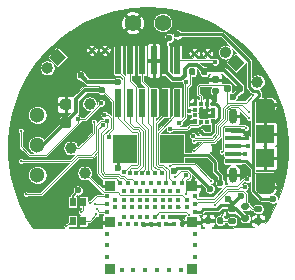
<source format=gtl>
G04 #@! TF.GenerationSoftware,KiCad,Pcbnew,5.1.12-84ad8e8a86~92~ubuntu20.04.1*
G04 #@! TF.CreationDate,2022-02-16T15:18:21-08:00*
G04 #@! TF.ProjectId,Zooids,5a6f6f69-6473-42e6-9b69-6361645f7063,rev?*
G04 #@! TF.SameCoordinates,Original*
G04 #@! TF.FileFunction,Copper,L1,Top*
G04 #@! TF.FilePolarity,Positive*
%FSLAX46Y46*%
G04 Gerber Fmt 4.6, Leading zero omitted, Abs format (unit mm)*
G04 Created by KiCad (PCBNEW 5.1.12-84ad8e8a86~92~ubuntu20.04.1) date 2022-02-16 15:18:21*
%MOMM*%
%LPD*%
G01*
G04 APERTURE LIST*
G04 #@! TA.AperFunction,EtchedComponent*
%ADD10C,0.001000*%
G04 #@! TD*
G04 #@! TA.AperFunction,ComponentPad*
%ADD11O,1.550000X0.775000*%
G04 #@! TD*
G04 #@! TA.AperFunction,SMDPad,CuDef*
%ADD12R,1.550000X1.500000*%
G04 #@! TD*
G04 #@! TA.AperFunction,ComponentPad*
%ADD13O,0.650000X1.300000*%
G04 #@! TD*
G04 #@! TA.AperFunction,SMDPad,CuDef*
%ADD14R,1.350000X0.400000*%
G04 #@! TD*
G04 #@! TA.AperFunction,SMDPad,CuDef*
%ADD15R,0.350000X0.375000*%
G04 #@! TD*
G04 #@! TA.AperFunction,SMDPad,CuDef*
%ADD16R,0.375000X0.350000*%
G04 #@! TD*
G04 #@! TA.AperFunction,SMDPad,CuDef*
%ADD17R,0.560000X2.410000*%
G04 #@! TD*
G04 #@! TA.AperFunction,SMDPad,CuDef*
%ADD18R,0.406400X0.406400*%
G04 #@! TD*
G04 #@! TA.AperFunction,SMDPad,CuDef*
%ADD19R,0.812800X0.812800*%
G04 #@! TD*
G04 #@! TA.AperFunction,SMDPad,CuDef*
%ADD20R,2.000000X2.400000*%
G04 #@! TD*
G04 #@! TA.AperFunction,SMDPad,CuDef*
%ADD21R,0.500000X0.800000*%
G04 #@! TD*
G04 #@! TA.AperFunction,SMDPad,CuDef*
%ADD22C,1.000000*%
G04 #@! TD*
G04 #@! TA.AperFunction,ComponentPad*
%ADD23C,0.400000*%
G04 #@! TD*
G04 #@! TA.AperFunction,ComponentPad*
%ADD24C,0.150000*%
G04 #@! TD*
G04 #@! TA.AperFunction,ComponentPad*
%ADD25C,1.400000*%
G04 #@! TD*
G04 #@! TA.AperFunction,ComponentPad*
%ADD26C,1.300000*%
G04 #@! TD*
G04 #@! TA.AperFunction,ViaPad*
%ADD27C,0.400000*%
G04 #@! TD*
G04 #@! TA.AperFunction,ViaPad*
%ADD28C,0.600000*%
G04 #@! TD*
G04 #@! TA.AperFunction,ViaPad*
%ADD29C,0.800000*%
G04 #@! TD*
G04 #@! TA.AperFunction,ViaPad*
%ADD30C,0.250000*%
G04 #@! TD*
G04 #@! TA.AperFunction,Conductor*
%ADD31C,0.350000*%
G04 #@! TD*
G04 #@! TA.AperFunction,Conductor*
%ADD32C,0.200000*%
G04 #@! TD*
G04 #@! TA.AperFunction,Conductor*
%ADD33C,0.250000*%
G04 #@! TD*
G04 #@! TA.AperFunction,Conductor*
%ADD34C,0.100000*%
G04 #@! TD*
G04 #@! TA.AperFunction,Conductor*
%ADD35C,0.080000*%
G04 #@! TD*
G04 #@! TA.AperFunction,Conductor*
%ADD36C,0.060000*%
G04 #@! TD*
G04 #@! TA.AperFunction,Conductor*
%ADD37C,0.150000*%
G04 #@! TD*
G04 APERTURE END LIST*
D10*
G04 #@! TO.C,J1*
G36*
X164280000Y-94855000D02*
G01*
X162725000Y-94855000D01*
X162725000Y-93657000D01*
X162925000Y-93657000D01*
X162925000Y-93669000D01*
X162926000Y-93682000D01*
X162928000Y-93695000D01*
X162930000Y-93708000D01*
X162933000Y-93721000D01*
X162937000Y-93733000D01*
X162942000Y-93745000D01*
X162947000Y-93757000D01*
X162952000Y-93769000D01*
X162958000Y-93781000D01*
X162965000Y-93792000D01*
X162973000Y-93802000D01*
X162980000Y-93813000D01*
X162989000Y-93823000D01*
X162998000Y-93832000D01*
X163007000Y-93841000D01*
X163017000Y-93850000D01*
X163028000Y-93857000D01*
X163038000Y-93865000D01*
X163049000Y-93872000D01*
X163061000Y-93878000D01*
X163073000Y-93883000D01*
X163085000Y-93888000D01*
X163097000Y-93893000D01*
X163109000Y-93897000D01*
X163122000Y-93900000D01*
X163135000Y-93902000D01*
X163148000Y-93904000D01*
X163161000Y-93905000D01*
X163175000Y-93905000D01*
X163185000Y-93905000D01*
X163815000Y-93905000D01*
X163825000Y-93905000D01*
X163838000Y-93905000D01*
X163851000Y-93904000D01*
X163864000Y-93902000D01*
X163877000Y-93900000D01*
X163890000Y-93896000D01*
X163902000Y-93893000D01*
X163915000Y-93888000D01*
X163927000Y-93883000D01*
X163938000Y-93878000D01*
X163950000Y-93872000D01*
X163961000Y-93865000D01*
X163972000Y-93857000D01*
X163982000Y-93849000D01*
X163992000Y-93841000D01*
X164002000Y-93832000D01*
X164011000Y-93822000D01*
X164019000Y-93812000D01*
X164027000Y-93802000D01*
X164035000Y-93791000D01*
X164042000Y-93780000D01*
X164048000Y-93768000D01*
X164053000Y-93757000D01*
X164058000Y-93745000D01*
X164063000Y-93732000D01*
X164066000Y-93720000D01*
X164070000Y-93707000D01*
X164072000Y-93694000D01*
X164074000Y-93681000D01*
X164075000Y-93668000D01*
X164075000Y-93655000D01*
X164075000Y-93642000D01*
X164074000Y-93629000D01*
X164072000Y-93616000D01*
X164070000Y-93603000D01*
X164066000Y-93590000D01*
X164063000Y-93578000D01*
X164058000Y-93565000D01*
X164053000Y-93553000D01*
X164048000Y-93542000D01*
X164042000Y-93530000D01*
X164035000Y-93519000D01*
X164027000Y-93508000D01*
X164019000Y-93498000D01*
X164011000Y-93488000D01*
X164002000Y-93478000D01*
X163992000Y-93469000D01*
X163982000Y-93461000D01*
X163972000Y-93453000D01*
X163961000Y-93445000D01*
X163950000Y-93438000D01*
X163938000Y-93432000D01*
X163927000Y-93427000D01*
X163915000Y-93422000D01*
X163902000Y-93417000D01*
X163890000Y-93414000D01*
X163877000Y-93410000D01*
X163864000Y-93408000D01*
X163851000Y-93406000D01*
X163838000Y-93405000D01*
X163825000Y-93405000D01*
X163175000Y-93405000D01*
X163161000Y-93405000D01*
X163148000Y-93406000D01*
X163135000Y-93408000D01*
X163122000Y-93410000D01*
X163109000Y-93413000D01*
X163097000Y-93417000D01*
X163085000Y-93422000D01*
X163073000Y-93427000D01*
X163061000Y-93432000D01*
X163049000Y-93438000D01*
X163038000Y-93445000D01*
X163028000Y-93453000D01*
X163017000Y-93460000D01*
X163007000Y-93469000D01*
X162998000Y-93478000D01*
X162989000Y-93487000D01*
X162980000Y-93497000D01*
X162973000Y-93508000D01*
X162965000Y-93518000D01*
X162958000Y-93529000D01*
X162952000Y-93541000D01*
X162947000Y-93553000D01*
X162942000Y-93565000D01*
X162937000Y-93577000D01*
X162933000Y-93589000D01*
X162930000Y-93602000D01*
X162928000Y-93615000D01*
X162926000Y-93628000D01*
X162925000Y-93641000D01*
X162925000Y-93653000D01*
X162725000Y-93653000D01*
X162726000Y-93628000D01*
X162728000Y-93602000D01*
X162731000Y-93576000D01*
X162736000Y-93550000D01*
X162742000Y-93525000D01*
X162749000Y-93500000D01*
X162758000Y-93475000D01*
X162768000Y-93451000D01*
X162779000Y-93427000D01*
X162792000Y-93404000D01*
X162805000Y-93382000D01*
X162820000Y-93361000D01*
X162836000Y-93340000D01*
X162853000Y-93320000D01*
X162871000Y-93301000D01*
X162890000Y-93283000D01*
X162910000Y-93266000D01*
X162931000Y-93250000D01*
X162952000Y-93235000D01*
X162974000Y-93222000D01*
X162997000Y-93209000D01*
X163021000Y-93198000D01*
X163045000Y-93188000D01*
X163070000Y-93179000D01*
X163095000Y-93172000D01*
X163120000Y-93166000D01*
X163146000Y-93161000D01*
X163172000Y-93158000D01*
X163198000Y-93156000D01*
X163225000Y-93155000D01*
X163775000Y-93155000D01*
X163801000Y-93156000D01*
X163827000Y-93158000D01*
X163853000Y-93161000D01*
X163879000Y-93166000D01*
X163904000Y-93172000D01*
X163930000Y-93179000D01*
X163954000Y-93188000D01*
X163978000Y-93198000D01*
X164002000Y-93209000D01*
X164025000Y-93222000D01*
X164047000Y-93236000D01*
X164069000Y-93250000D01*
X164090000Y-93266000D01*
X164110000Y-93283000D01*
X164129000Y-93301000D01*
X164147000Y-93320000D01*
X164164000Y-93340000D01*
X164180000Y-93361000D01*
X164194000Y-93383000D01*
X164208000Y-93405000D01*
X164221000Y-93428000D01*
X164232000Y-93452000D01*
X164242000Y-93476000D01*
X164251000Y-93500000D01*
X164258000Y-93526000D01*
X164264000Y-93551000D01*
X164269000Y-93577000D01*
X164272000Y-93603000D01*
X164274000Y-93629000D01*
X164275000Y-93655000D01*
X164275000Y-94850000D01*
X164280000Y-94850000D01*
X164280000Y-94855000D01*
G37*
X164280000Y-94855000D02*
X162725000Y-94855000D01*
X162725000Y-93657000D01*
X162925000Y-93657000D01*
X162925000Y-93669000D01*
X162926000Y-93682000D01*
X162928000Y-93695000D01*
X162930000Y-93708000D01*
X162933000Y-93721000D01*
X162937000Y-93733000D01*
X162942000Y-93745000D01*
X162947000Y-93757000D01*
X162952000Y-93769000D01*
X162958000Y-93781000D01*
X162965000Y-93792000D01*
X162973000Y-93802000D01*
X162980000Y-93813000D01*
X162989000Y-93823000D01*
X162998000Y-93832000D01*
X163007000Y-93841000D01*
X163017000Y-93850000D01*
X163028000Y-93857000D01*
X163038000Y-93865000D01*
X163049000Y-93872000D01*
X163061000Y-93878000D01*
X163073000Y-93883000D01*
X163085000Y-93888000D01*
X163097000Y-93893000D01*
X163109000Y-93897000D01*
X163122000Y-93900000D01*
X163135000Y-93902000D01*
X163148000Y-93904000D01*
X163161000Y-93905000D01*
X163175000Y-93905000D01*
X163185000Y-93905000D01*
X163815000Y-93905000D01*
X163825000Y-93905000D01*
X163838000Y-93905000D01*
X163851000Y-93904000D01*
X163864000Y-93902000D01*
X163877000Y-93900000D01*
X163890000Y-93896000D01*
X163902000Y-93893000D01*
X163915000Y-93888000D01*
X163927000Y-93883000D01*
X163938000Y-93878000D01*
X163950000Y-93872000D01*
X163961000Y-93865000D01*
X163972000Y-93857000D01*
X163982000Y-93849000D01*
X163992000Y-93841000D01*
X164002000Y-93832000D01*
X164011000Y-93822000D01*
X164019000Y-93812000D01*
X164027000Y-93802000D01*
X164035000Y-93791000D01*
X164042000Y-93780000D01*
X164048000Y-93768000D01*
X164053000Y-93757000D01*
X164058000Y-93745000D01*
X164063000Y-93732000D01*
X164066000Y-93720000D01*
X164070000Y-93707000D01*
X164072000Y-93694000D01*
X164074000Y-93681000D01*
X164075000Y-93668000D01*
X164075000Y-93655000D01*
X164075000Y-93642000D01*
X164074000Y-93629000D01*
X164072000Y-93616000D01*
X164070000Y-93603000D01*
X164066000Y-93590000D01*
X164063000Y-93578000D01*
X164058000Y-93565000D01*
X164053000Y-93553000D01*
X164048000Y-93542000D01*
X164042000Y-93530000D01*
X164035000Y-93519000D01*
X164027000Y-93508000D01*
X164019000Y-93498000D01*
X164011000Y-93488000D01*
X164002000Y-93478000D01*
X163992000Y-93469000D01*
X163982000Y-93461000D01*
X163972000Y-93453000D01*
X163961000Y-93445000D01*
X163950000Y-93438000D01*
X163938000Y-93432000D01*
X163927000Y-93427000D01*
X163915000Y-93422000D01*
X163902000Y-93417000D01*
X163890000Y-93414000D01*
X163877000Y-93410000D01*
X163864000Y-93408000D01*
X163851000Y-93406000D01*
X163838000Y-93405000D01*
X163825000Y-93405000D01*
X163175000Y-93405000D01*
X163161000Y-93405000D01*
X163148000Y-93406000D01*
X163135000Y-93408000D01*
X163122000Y-93410000D01*
X163109000Y-93413000D01*
X163097000Y-93417000D01*
X163085000Y-93422000D01*
X163073000Y-93427000D01*
X163061000Y-93432000D01*
X163049000Y-93438000D01*
X163038000Y-93445000D01*
X163028000Y-93453000D01*
X163017000Y-93460000D01*
X163007000Y-93469000D01*
X162998000Y-93478000D01*
X162989000Y-93487000D01*
X162980000Y-93497000D01*
X162973000Y-93508000D01*
X162965000Y-93518000D01*
X162958000Y-93529000D01*
X162952000Y-93541000D01*
X162947000Y-93553000D01*
X162942000Y-93565000D01*
X162937000Y-93577000D01*
X162933000Y-93589000D01*
X162930000Y-93602000D01*
X162928000Y-93615000D01*
X162926000Y-93628000D01*
X162925000Y-93641000D01*
X162925000Y-93653000D01*
X162725000Y-93653000D01*
X162726000Y-93628000D01*
X162728000Y-93602000D01*
X162731000Y-93576000D01*
X162736000Y-93550000D01*
X162742000Y-93525000D01*
X162749000Y-93500000D01*
X162758000Y-93475000D01*
X162768000Y-93451000D01*
X162779000Y-93427000D01*
X162792000Y-93404000D01*
X162805000Y-93382000D01*
X162820000Y-93361000D01*
X162836000Y-93340000D01*
X162853000Y-93320000D01*
X162871000Y-93301000D01*
X162890000Y-93283000D01*
X162910000Y-93266000D01*
X162931000Y-93250000D01*
X162952000Y-93235000D01*
X162974000Y-93222000D01*
X162997000Y-93209000D01*
X163021000Y-93198000D01*
X163045000Y-93188000D01*
X163070000Y-93179000D01*
X163095000Y-93172000D01*
X163120000Y-93166000D01*
X163146000Y-93161000D01*
X163172000Y-93158000D01*
X163198000Y-93156000D01*
X163225000Y-93155000D01*
X163775000Y-93155000D01*
X163801000Y-93156000D01*
X163827000Y-93158000D01*
X163853000Y-93161000D01*
X163879000Y-93166000D01*
X163904000Y-93172000D01*
X163930000Y-93179000D01*
X163954000Y-93188000D01*
X163978000Y-93198000D01*
X164002000Y-93209000D01*
X164025000Y-93222000D01*
X164047000Y-93236000D01*
X164069000Y-93250000D01*
X164090000Y-93266000D01*
X164110000Y-93283000D01*
X164129000Y-93301000D01*
X164147000Y-93320000D01*
X164164000Y-93340000D01*
X164180000Y-93361000D01*
X164194000Y-93383000D01*
X164208000Y-93405000D01*
X164221000Y-93428000D01*
X164232000Y-93452000D01*
X164242000Y-93476000D01*
X164251000Y-93500000D01*
X164258000Y-93526000D01*
X164264000Y-93551000D01*
X164269000Y-93577000D01*
X164272000Y-93603000D01*
X164274000Y-93629000D01*
X164275000Y-93655000D01*
X164275000Y-94850000D01*
X164280000Y-94850000D01*
X164280000Y-94855000D01*
G36*
X162720000Y-99455000D02*
G01*
X164275000Y-99455000D01*
X164275000Y-100653000D01*
X164075000Y-100653000D01*
X164075000Y-100641000D01*
X164074000Y-100628000D01*
X164072000Y-100615000D01*
X164070000Y-100602000D01*
X164067000Y-100589000D01*
X164063000Y-100577000D01*
X164058000Y-100565000D01*
X164053000Y-100553000D01*
X164048000Y-100541000D01*
X164042000Y-100529000D01*
X164035000Y-100518000D01*
X164027000Y-100508000D01*
X164020000Y-100497000D01*
X164011000Y-100487000D01*
X164002000Y-100478000D01*
X163993000Y-100469000D01*
X163983000Y-100460000D01*
X163972000Y-100453000D01*
X163962000Y-100445000D01*
X163951000Y-100438000D01*
X163939000Y-100432000D01*
X163927000Y-100427000D01*
X163915000Y-100422000D01*
X163903000Y-100417000D01*
X163891000Y-100413000D01*
X163878000Y-100410000D01*
X163865000Y-100408000D01*
X163852000Y-100406000D01*
X163839000Y-100405000D01*
X163825000Y-100405000D01*
X163815000Y-100405000D01*
X163185000Y-100405000D01*
X163175000Y-100405000D01*
X163162000Y-100405000D01*
X163149000Y-100406000D01*
X163136000Y-100408000D01*
X163123000Y-100410000D01*
X163110000Y-100414000D01*
X163098000Y-100417000D01*
X163085000Y-100422000D01*
X163073000Y-100427000D01*
X163062000Y-100432000D01*
X163050000Y-100438000D01*
X163039000Y-100445000D01*
X163028000Y-100453000D01*
X163018000Y-100461000D01*
X163008000Y-100469000D01*
X162998000Y-100478000D01*
X162989000Y-100488000D01*
X162981000Y-100498000D01*
X162973000Y-100508000D01*
X162965000Y-100519000D01*
X162958000Y-100530000D01*
X162952000Y-100542000D01*
X162947000Y-100553000D01*
X162942000Y-100565000D01*
X162937000Y-100578000D01*
X162934000Y-100590000D01*
X162930000Y-100603000D01*
X162928000Y-100616000D01*
X162926000Y-100629000D01*
X162925000Y-100642000D01*
X162925000Y-100655000D01*
X162925000Y-100668000D01*
X162926000Y-100681000D01*
X162928000Y-100694000D01*
X162930000Y-100707000D01*
X162934000Y-100720000D01*
X162937000Y-100732000D01*
X162942000Y-100745000D01*
X162947000Y-100757000D01*
X162952000Y-100768000D01*
X162958000Y-100780000D01*
X162965000Y-100791000D01*
X162973000Y-100802000D01*
X162981000Y-100812000D01*
X162989000Y-100822000D01*
X162998000Y-100832000D01*
X163008000Y-100841000D01*
X163018000Y-100849000D01*
X163028000Y-100857000D01*
X163039000Y-100865000D01*
X163050000Y-100872000D01*
X163062000Y-100878000D01*
X163073000Y-100883000D01*
X163085000Y-100888000D01*
X163098000Y-100893000D01*
X163110000Y-100896000D01*
X163123000Y-100900000D01*
X163136000Y-100902000D01*
X163149000Y-100904000D01*
X163162000Y-100905000D01*
X163175000Y-100905000D01*
X163825000Y-100905000D01*
X163839000Y-100905000D01*
X163852000Y-100904000D01*
X163865000Y-100902000D01*
X163878000Y-100900000D01*
X163891000Y-100897000D01*
X163903000Y-100893000D01*
X163915000Y-100888000D01*
X163927000Y-100883000D01*
X163939000Y-100878000D01*
X163951000Y-100872000D01*
X163962000Y-100865000D01*
X163972000Y-100857000D01*
X163983000Y-100850000D01*
X163993000Y-100841000D01*
X164002000Y-100832000D01*
X164011000Y-100823000D01*
X164020000Y-100813000D01*
X164027000Y-100802000D01*
X164035000Y-100792000D01*
X164042000Y-100781000D01*
X164048000Y-100769000D01*
X164053000Y-100757000D01*
X164058000Y-100745000D01*
X164063000Y-100733000D01*
X164067000Y-100721000D01*
X164070000Y-100708000D01*
X164072000Y-100695000D01*
X164074000Y-100682000D01*
X164075000Y-100669000D01*
X164075000Y-100657000D01*
X164275000Y-100657000D01*
X164274000Y-100682000D01*
X164272000Y-100708000D01*
X164269000Y-100734000D01*
X164264000Y-100760000D01*
X164258000Y-100785000D01*
X164251000Y-100810000D01*
X164242000Y-100835000D01*
X164232000Y-100859000D01*
X164221000Y-100883000D01*
X164208000Y-100906000D01*
X164195000Y-100928000D01*
X164180000Y-100949000D01*
X164164000Y-100970000D01*
X164147000Y-100990000D01*
X164129000Y-101009000D01*
X164110000Y-101027000D01*
X164090000Y-101044000D01*
X164069000Y-101060000D01*
X164048000Y-101075000D01*
X164026000Y-101088000D01*
X164003000Y-101101000D01*
X163979000Y-101112000D01*
X163955000Y-101122000D01*
X163930000Y-101131000D01*
X163905000Y-101138000D01*
X163880000Y-101144000D01*
X163854000Y-101149000D01*
X163828000Y-101152000D01*
X163802000Y-101154000D01*
X163775000Y-101155000D01*
X163225000Y-101155000D01*
X163199000Y-101154000D01*
X163173000Y-101152000D01*
X163147000Y-101149000D01*
X163121000Y-101144000D01*
X163096000Y-101138000D01*
X163070000Y-101131000D01*
X163046000Y-101122000D01*
X163022000Y-101112000D01*
X162998000Y-101101000D01*
X162975000Y-101088000D01*
X162953000Y-101074000D01*
X162931000Y-101060000D01*
X162910000Y-101044000D01*
X162890000Y-101027000D01*
X162871000Y-101009000D01*
X162853000Y-100990000D01*
X162836000Y-100970000D01*
X162820000Y-100949000D01*
X162806000Y-100927000D01*
X162792000Y-100905000D01*
X162779000Y-100882000D01*
X162768000Y-100858000D01*
X162758000Y-100834000D01*
X162749000Y-100810000D01*
X162742000Y-100784000D01*
X162736000Y-100759000D01*
X162731000Y-100733000D01*
X162728000Y-100707000D01*
X162726000Y-100681000D01*
X162725000Y-100655000D01*
X162725000Y-99460000D01*
X162720000Y-99460000D01*
X162720000Y-99455000D01*
G37*
X162720000Y-99455000D02*
X164275000Y-99455000D01*
X164275000Y-100653000D01*
X164075000Y-100653000D01*
X164075000Y-100641000D01*
X164074000Y-100628000D01*
X164072000Y-100615000D01*
X164070000Y-100602000D01*
X164067000Y-100589000D01*
X164063000Y-100577000D01*
X164058000Y-100565000D01*
X164053000Y-100553000D01*
X164048000Y-100541000D01*
X164042000Y-100529000D01*
X164035000Y-100518000D01*
X164027000Y-100508000D01*
X164020000Y-100497000D01*
X164011000Y-100487000D01*
X164002000Y-100478000D01*
X163993000Y-100469000D01*
X163983000Y-100460000D01*
X163972000Y-100453000D01*
X163962000Y-100445000D01*
X163951000Y-100438000D01*
X163939000Y-100432000D01*
X163927000Y-100427000D01*
X163915000Y-100422000D01*
X163903000Y-100417000D01*
X163891000Y-100413000D01*
X163878000Y-100410000D01*
X163865000Y-100408000D01*
X163852000Y-100406000D01*
X163839000Y-100405000D01*
X163825000Y-100405000D01*
X163815000Y-100405000D01*
X163185000Y-100405000D01*
X163175000Y-100405000D01*
X163162000Y-100405000D01*
X163149000Y-100406000D01*
X163136000Y-100408000D01*
X163123000Y-100410000D01*
X163110000Y-100414000D01*
X163098000Y-100417000D01*
X163085000Y-100422000D01*
X163073000Y-100427000D01*
X163062000Y-100432000D01*
X163050000Y-100438000D01*
X163039000Y-100445000D01*
X163028000Y-100453000D01*
X163018000Y-100461000D01*
X163008000Y-100469000D01*
X162998000Y-100478000D01*
X162989000Y-100488000D01*
X162981000Y-100498000D01*
X162973000Y-100508000D01*
X162965000Y-100519000D01*
X162958000Y-100530000D01*
X162952000Y-100542000D01*
X162947000Y-100553000D01*
X162942000Y-100565000D01*
X162937000Y-100578000D01*
X162934000Y-100590000D01*
X162930000Y-100603000D01*
X162928000Y-100616000D01*
X162926000Y-100629000D01*
X162925000Y-100642000D01*
X162925000Y-100655000D01*
X162925000Y-100668000D01*
X162926000Y-100681000D01*
X162928000Y-100694000D01*
X162930000Y-100707000D01*
X162934000Y-100720000D01*
X162937000Y-100732000D01*
X162942000Y-100745000D01*
X162947000Y-100757000D01*
X162952000Y-100768000D01*
X162958000Y-100780000D01*
X162965000Y-100791000D01*
X162973000Y-100802000D01*
X162981000Y-100812000D01*
X162989000Y-100822000D01*
X162998000Y-100832000D01*
X163008000Y-100841000D01*
X163018000Y-100849000D01*
X163028000Y-100857000D01*
X163039000Y-100865000D01*
X163050000Y-100872000D01*
X163062000Y-100878000D01*
X163073000Y-100883000D01*
X163085000Y-100888000D01*
X163098000Y-100893000D01*
X163110000Y-100896000D01*
X163123000Y-100900000D01*
X163136000Y-100902000D01*
X163149000Y-100904000D01*
X163162000Y-100905000D01*
X163175000Y-100905000D01*
X163825000Y-100905000D01*
X163839000Y-100905000D01*
X163852000Y-100904000D01*
X163865000Y-100902000D01*
X163878000Y-100900000D01*
X163891000Y-100897000D01*
X163903000Y-100893000D01*
X163915000Y-100888000D01*
X163927000Y-100883000D01*
X163939000Y-100878000D01*
X163951000Y-100872000D01*
X163962000Y-100865000D01*
X163972000Y-100857000D01*
X163983000Y-100850000D01*
X163993000Y-100841000D01*
X164002000Y-100832000D01*
X164011000Y-100823000D01*
X164020000Y-100813000D01*
X164027000Y-100802000D01*
X164035000Y-100792000D01*
X164042000Y-100781000D01*
X164048000Y-100769000D01*
X164053000Y-100757000D01*
X164058000Y-100745000D01*
X164063000Y-100733000D01*
X164067000Y-100721000D01*
X164070000Y-100708000D01*
X164072000Y-100695000D01*
X164074000Y-100682000D01*
X164075000Y-100669000D01*
X164075000Y-100657000D01*
X164275000Y-100657000D01*
X164274000Y-100682000D01*
X164272000Y-100708000D01*
X164269000Y-100734000D01*
X164264000Y-100760000D01*
X164258000Y-100785000D01*
X164251000Y-100810000D01*
X164242000Y-100835000D01*
X164232000Y-100859000D01*
X164221000Y-100883000D01*
X164208000Y-100906000D01*
X164195000Y-100928000D01*
X164180000Y-100949000D01*
X164164000Y-100970000D01*
X164147000Y-100990000D01*
X164129000Y-101009000D01*
X164110000Y-101027000D01*
X164090000Y-101044000D01*
X164069000Y-101060000D01*
X164048000Y-101075000D01*
X164026000Y-101088000D01*
X164003000Y-101101000D01*
X163979000Y-101112000D01*
X163955000Y-101122000D01*
X163930000Y-101131000D01*
X163905000Y-101138000D01*
X163880000Y-101144000D01*
X163854000Y-101149000D01*
X163828000Y-101152000D01*
X163802000Y-101154000D01*
X163775000Y-101155000D01*
X163225000Y-101155000D01*
X163199000Y-101154000D01*
X163173000Y-101152000D01*
X163147000Y-101149000D01*
X163121000Y-101144000D01*
X163096000Y-101138000D01*
X163070000Y-101131000D01*
X163046000Y-101122000D01*
X163022000Y-101112000D01*
X162998000Y-101101000D01*
X162975000Y-101088000D01*
X162953000Y-101074000D01*
X162931000Y-101060000D01*
X162910000Y-101044000D01*
X162890000Y-101027000D01*
X162871000Y-101009000D01*
X162853000Y-100990000D01*
X162836000Y-100970000D01*
X162820000Y-100949000D01*
X162806000Y-100927000D01*
X162792000Y-100905000D01*
X162779000Y-100882000D01*
X162768000Y-100858000D01*
X162758000Y-100834000D01*
X162749000Y-100810000D01*
X162742000Y-100784000D01*
X162736000Y-100759000D01*
X162731000Y-100733000D01*
X162728000Y-100707000D01*
X162726000Y-100681000D01*
X162725000Y-100655000D01*
X162725000Y-99460000D01*
X162720000Y-99460000D01*
X162720000Y-99455000D01*
G04 #@! TD*
D11*
G04 #@! TO.P,J1,S6*
G04 #@! TO.N,GND*
X163500000Y-93655000D03*
D12*
G04 #@! TO.P,J1,S5*
X163500000Y-96155000D03*
G04 #@! TO.P,J1,S4*
X163500000Y-98155000D03*
D11*
G04 #@! TO.P,J1,S3*
X163500000Y-100655000D03*
D13*
G04 #@! TO.P,J1,S2*
X160800000Y-94655000D03*
G04 #@! TO.P,J1,S1*
X160800000Y-99655000D03*
D14*
G04 #@! TO.P,J1,5*
X160800000Y-95855000D03*
G04 #@! TO.P,J1,4*
G04 #@! TO.N,/~RST~*
X160800000Y-96505000D03*
G04 #@! TO.P,J1,3*
G04 #@! TO.N,/SWCLK*
X160800000Y-97155000D03*
G04 #@! TO.P,J1,2*
G04 #@! TO.N,/SWDIO*
X160800000Y-97805000D03*
G04 #@! TO.P,J1,1*
G04 #@! TO.N,/VBUS*
X160800000Y-98455000D03*
G04 #@! TD*
D15*
G04 #@! TO.P,U7,12*
G04 #@! TO.N,/I2C_SCL*
X158100000Y-93572500D03*
G04 #@! TO.P,U7,11*
G04 #@! TO.N,GND*
X158600000Y-93572500D03*
G04 #@! TO.P,U7,6*
G04 #@! TO.N,Net-(U7-Pad6)*
X158600000Y-95097500D03*
G04 #@! TO.P,U7,5*
G04 #@! TO.N,/XL_INT*
X158100000Y-95097500D03*
D16*
G04 #@! TO.P,U7,10*
G04 #@! TO.N,+3.3V*
X159112500Y-93585000D03*
G04 #@! TO.P,U7,1*
G04 #@! TO.N,GND*
X157587500Y-93585000D03*
G04 #@! TO.P,U7,7*
G04 #@! TO.N,+3.3V*
X159112500Y-95085000D03*
G04 #@! TO.P,U7,4*
G04 #@! TO.N,GND*
X157587500Y-95085000D03*
G04 #@! TO.P,U7,8*
X159112500Y-94585000D03*
G04 #@! TO.P,U7,9*
X159112500Y-94085000D03*
G04 #@! TO.P,U7,3*
G04 #@! TO.N,Net-(U7-Pad3)*
X157587500Y-94585000D03*
G04 #@! TO.P,U7,2*
G04 #@! TO.N,/I2C_SDA*
X157587500Y-94085000D03*
G04 #@! TD*
D17*
G04 #@! TO.P,J2,01*
G04 #@! TO.N,/~RST~*
X156100000Y-89925000D03*
G04 #@! TO.P,J2,02*
G04 #@! TO.N,/P0_03*
X156100000Y-93485000D03*
G04 #@! TO.P,J2,03*
G04 #@! TO.N,+3.3V*
X155100000Y-89925000D03*
G04 #@! TO.P,J2,04*
G04 #@! TO.N,/P0_10*
X155100000Y-93485000D03*
G04 #@! TO.P,J2,05*
G04 #@! TO.N,GND*
X154100000Y-89925000D03*
G04 #@! TO.P,J2,06*
G04 #@! TO.N,/P0_30*
X154100000Y-93485000D03*
G04 #@! TO.P,J2,07*
G04 #@! TO.N,/P0_09*
X153100000Y-89925000D03*
G04 #@! TO.P,J2,08*
G04 #@! TO.N,/P0_31*
X153100000Y-93485000D03*
G04 #@! TO.P,J2,09*
G04 #@! TO.N,/P0_29*
X152100000Y-89925000D03*
G04 #@! TO.P,J2,10*
G04 #@! TO.N,/P0_26*
X152100000Y-93485000D03*
G04 #@! TO.P,J2,11*
G04 #@! TO.N,/P0_02*
X151100000Y-89925000D03*
G04 #@! TO.P,J2,12*
G04 #@! TO.N,/P0_25*
X151100000Y-93485000D03*
G04 #@! TD*
D18*
G04 #@! TO.P,U8,74*
G04 #@! TO.N,Net-(U8-Pad74)*
X156380000Y-107695000D03*
G04 #@! TO.P,U8,73*
G04 #@! TO.N,Net-(U8-Pad73)*
X155380000Y-107695000D03*
G04 #@! TO.P,U8,8*
G04 #@! TO.N,Net-(U8-Pad8)*
X151280000Y-103795000D03*
G04 #@! TO.P,U8,10*
G04 #@! TO.N,Net-(U8-Pad10)*
X151930001Y-103795000D03*
G04 #@! TO.P,U8,12*
G04 #@! TO.N,/VBUS*
X152580000Y-103795000D03*
G04 #@! TO.P,U8,14*
G04 #@! TO.N,GND*
X153230001Y-103795000D03*
G04 #@! TO.P,U8,16*
X153880000Y-103795000D03*
G04 #@! TO.P,U8,18*
X154529999Y-103795000D03*
G04 #@! TO.P,U8,20*
G04 #@! TO.N,Net-(U8-Pad20)*
X155180000Y-103795000D03*
G04 #@! TO.P,U8,24*
G04 #@! TO.N,GND*
X156480000Y-103795000D03*
G04 #@! TO.P,U8,22*
G04 #@! TO.N,Net-(U8-Pad20)*
X155829999Y-103795000D03*
G04 #@! TO.P,U8,23*
G04 #@! TO.N,GND*
X156155000Y-103145000D03*
G04 #@! TO.P,U8,21*
X155505000Y-103145000D03*
G04 #@! TO.P,U8,19*
G04 #@! TO.N,Net-(U8-Pad19)*
X154855000Y-103145000D03*
G04 #@! TO.P,U8,17*
G04 #@! TO.N,/MTR2_I2*
X154205000Y-103145000D03*
G04 #@! TO.P,U8,15*
G04 #@! TO.N,/MTR2_I1*
X153555000Y-103145000D03*
G04 #@! TO.P,U8,9*
G04 #@! TO.N,/MIC_DATA*
X151605000Y-103145000D03*
G04 #@! TO.P,U8,11*
G04 #@! TO.N,/DRV_SLEEP*
X152255000Y-103145000D03*
G04 #@! TO.P,U8,13*
G04 #@! TO.N,/~RST~*
X152905000Y-103145000D03*
G04 #@! TO.P,U8,29*
G04 #@! TO.N,/I2S_BCLK*
X156930000Y-101720000D03*
G04 #@! TO.P,U8,27*
G04 #@! TO.N,/I2S_DIN*
X156930000Y-102370000D03*
G04 #@! TO.P,U8,5*
G04 #@! TO.N,/MIC_CLK*
X150830000Y-102370000D03*
G04 #@! TO.P,U8,3*
G04 #@! TO.N,/MTR1_I1*
X150830000Y-101720000D03*
G04 #@! TO.P,U8,57*
G04 #@! TO.N,/I2S_WCLK*
X156155000Y-102370000D03*
G04 #@! TO.P,U8,58*
G04 #@! TO.N,Net-(U8-Pad58)*
X155505000Y-102370000D03*
G04 #@! TO.P,U8,59*
G04 #@! TO.N,Net-(U8-Pad59)*
X154855000Y-102370000D03*
G04 #@! TO.P,U8,60*
G04 #@! TO.N,Net-(U8-Pad60)*
X154205000Y-102370000D03*
G04 #@! TO.P,U8,61*
G04 #@! TO.N,Net-(U8-Pad61)*
X153555000Y-102370000D03*
G04 #@! TO.P,U8,63*
G04 #@! TO.N,Net-(U8-Pad63)*
X152255000Y-102370000D03*
G04 #@! TO.P,U8,64*
G04 #@! TO.N,Net-(U8-Pad64)*
X151605000Y-102370000D03*
G04 #@! TO.P,U8,62*
G04 #@! TO.N,Net-(U8-Pad62)*
X152905000Y-102370000D03*
G04 #@! TO.P,U8,49*
G04 #@! TO.N,Net-(U8-Pad49)*
X156155000Y-101720000D03*
G04 #@! TO.P,U8,50*
G04 #@! TO.N,Net-(U8-Pad50)*
X155505000Y-101720000D03*
G04 #@! TO.P,U8,51*
G04 #@! TO.N,Net-(U8-Pad51)*
X154855000Y-101720000D03*
G04 #@! TO.P,U8,52*
G04 #@! TO.N,Net-(U8-Pad52)*
X154205000Y-101720000D03*
G04 #@! TO.P,U8,53*
G04 #@! TO.N,/MIC_ENABLE*
X153555000Y-101720000D03*
G04 #@! TO.P,U8,54*
G04 #@! TO.N,Net-(U8-Pad54)*
X152905000Y-101720000D03*
G04 #@! TO.P,U8,55*
G04 #@! TO.N,/P0_25*
X152255000Y-101720000D03*
G04 #@! TO.P,U8,56*
G04 #@! TO.N,/MTR1_I2*
X151605000Y-101720000D03*
G04 #@! TO.P,U8,45*
G04 #@! TO.N,/P0_26*
X152255000Y-100945000D03*
G04 #@! TO.P,U8,43*
G04 #@! TO.N,/P0_29*
X152905000Y-100945000D03*
G04 #@! TO.P,U8,33*
G04 #@! TO.N,Net-(U8-Pad33)*
X156155000Y-100945000D03*
G04 #@! TO.P,U8,35*
G04 #@! TO.N,/I2C_SDA*
X155505000Y-100945000D03*
G04 #@! TO.P,U8,37*
G04 #@! TO.N,/P0_30*
X154855000Y-100945000D03*
G04 #@! TO.P,U8,39*
G04 #@! TO.N,/P0_09*
X154205000Y-100945000D03*
G04 #@! TO.P,U8,69*
G04 #@! TO.N,Net-(U8-Pad69)*
X151380000Y-107695000D03*
G04 #@! TO.P,U8,46*
G04 #@! TO.N,/XL_INT*
X151930001Y-100295000D03*
G04 #@! TO.P,U8,44*
G04 #@! TO.N,/~CHRG~*
X152580000Y-100295000D03*
G04 #@! TO.P,U8,42*
G04 #@! TO.N,Net-(U8-Pad42)*
X153230001Y-100295000D03*
G04 #@! TO.P,U8,40*
G04 #@! TO.N,Net-(U8-Pad40)*
X153880000Y-100295000D03*
G04 #@! TO.P,U8,38*
G04 #@! TO.N,Net-(U8-Pad38)*
X154529999Y-100295000D03*
G04 #@! TO.P,U8,36*
G04 #@! TO.N,/P0_10*
X155180000Y-100295000D03*
G04 #@! TO.P,U8,34*
G04 #@! TO.N,/P0_03*
X155829999Y-100295000D03*
G04 #@! TO.P,U8,32*
G04 #@! TO.N,/I2C_SCL*
X156480000Y-100295000D03*
D19*
G04 #@! TO.P,U8,31*
G04 #@! TO.N,GND*
X157380000Y-100541500D03*
D18*
G04 #@! TO.P,U8,30*
G04 #@! TO.N,/SWCLK*
X157626500Y-101441500D03*
G04 #@! TO.P,U8,28*
G04 #@! TO.N,/SWDIO*
X157626500Y-102091501D03*
G04 #@! TO.P,U8,26*
G04 #@! TO.N,+3.3V*
X157626500Y-102741500D03*
G04 #@! TO.P,U8,41*
G04 #@! TO.N,/P0_31*
X153555000Y-100945000D03*
G04 #@! TO.P,U8,47*
G04 #@! TO.N,/P0_02*
X151605000Y-100945000D03*
G04 #@! TO.P,U8,67*
G04 #@! TO.N,Net-(U8-Pad67)*
X150133500Y-106591500D03*
G04 #@! TO.P,U8,66*
G04 #@! TO.N,Net-(U8-Pad66)*
X150133500Y-105591500D03*
D19*
G04 #@! TO.P,U8,75*
G04 #@! TO.N,Net-(U8-Pad75)*
X157380000Y-107541500D03*
D18*
G04 #@! TO.P,U8,71*
G04 #@! TO.N,Net-(U8-Pad71)*
X153380000Y-107695000D03*
G04 #@! TO.P,U8,72*
G04 #@! TO.N,Net-(U8-Pad72)*
X154380000Y-107695000D03*
G04 #@! TO.P,U8,70*
G04 #@! TO.N,Net-(U8-Pad70)*
X152380000Y-107695000D03*
G04 #@! TO.P,U8,48*
G04 #@! TO.N,/BAT_INT*
X151280000Y-100295000D03*
D19*
G04 #@! TO.P,U8,68*
G04 #@! TO.N,Net-(U8-Pad68)*
X150380000Y-107541500D03*
D18*
G04 #@! TO.P,U8,76*
G04 #@! TO.N,Net-(U8-Pad76)*
X157626490Y-106591500D03*
G04 #@! TO.P,U8,65*
G04 #@! TO.N,Net-(U8-Pad65)*
X150133500Y-104591500D03*
G04 #@! TO.P,U8,78*
G04 #@! TO.N,Net-(U8-Pad78)*
X157626490Y-104591500D03*
G04 #@! TO.P,U8,77*
G04 #@! TO.N,Net-(U8-Pad77)*
X157626490Y-105591500D03*
D19*
G04 #@! TO.P,U8,25*
G04 #@! TO.N,GND*
X157380001Y-103641500D03*
G04 #@! TO.P,U8,1*
X150380000Y-100541500D03*
D18*
G04 #@! TO.P,U8,6*
G04 #@! TO.N,/LED_G*
X150133500Y-102741500D03*
G04 #@! TO.P,U8,4*
G04 #@! TO.N,/LED_B*
X150133500Y-102091501D03*
G04 #@! TO.P,U8,2*
G04 #@! TO.N,/LED_R*
X150133500Y-101441500D03*
D19*
G04 #@! TO.P,U8,7*
G04 #@! TO.N,GND*
X150380000Y-103641500D03*
G04 #@! TD*
D20*
G04 #@! TO.P,SP1,2*
G04 #@! TO.N,Net-(SP1-Pad2)*
X151630000Y-97390000D03*
G04 #@! TO.P,SP1,1*
G04 #@! TO.N,Net-(SP1-Pad1)*
X155630000Y-97390000D03*
G04 #@! TD*
D21*
G04 #@! TO.P,U1,4*
G04 #@! TO.N,Net-(R2-Pad1)*
X148130000Y-101910000D03*
G04 #@! TO.P,U1,3*
G04 #@! TO.N,+3.3V*
X147230000Y-101910000D03*
G04 #@! TO.P,U1,2*
G04 #@! TO.N,Net-(R1-Pad1)*
X147230000Y-103510000D03*
G04 #@! TO.P,U1,1*
G04 #@! TO.N,Net-(R3-Pad1)*
X148130000Y-103510000D03*
G04 #@! TD*
D22*
G04 #@! TO.P,TP10,1*
G04 #@! TO.N,/I2S_WCLK*
X148670000Y-93585000D03*
G04 #@! TD*
G04 #@! TO.P,TP7,1*
G04 #@! TO.N,/I2S_DIN*
X147080000Y-97335000D03*
G04 #@! TD*
G04 #@! TO.P,TP2,1*
G04 #@! TO.N,/I2S_BCLK*
X148260000Y-99455000D03*
G04 #@! TD*
G04 #@! TO.P,R11,2*
G04 #@! TO.N,Net-(R10-Pad2)*
G04 #@! TA.AperFunction,SMDPad,CuDef*
G36*
G01*
X159450000Y-103670000D02*
X159450000Y-103300000D01*
G75*
G02*
X159585000Y-103165000I135000J0D01*
G01*
X159855000Y-103165000D01*
G75*
G02*
X159990000Y-103300000I0J-135000D01*
G01*
X159990000Y-103670000D01*
G75*
G02*
X159855000Y-103805000I-135000J0D01*
G01*
X159585000Y-103805000D01*
G75*
G02*
X159450000Y-103670000I0J135000D01*
G01*
G37*
G04 #@! TD.AperFunction*
G04 #@! TO.P,R11,1*
G04 #@! TO.N,GND*
G04 #@! TA.AperFunction,SMDPad,CuDef*
G36*
G01*
X158430000Y-103670000D02*
X158430000Y-103300000D01*
G75*
G02*
X158565000Y-103165000I135000J0D01*
G01*
X158835000Y-103165000D01*
G75*
G02*
X158970000Y-103300000I0J-135000D01*
G01*
X158970000Y-103670000D01*
G75*
G02*
X158835000Y-103805000I-135000J0D01*
G01*
X158565000Y-103805000D01*
G75*
G02*
X158430000Y-103670000I0J135000D01*
G01*
G37*
G04 #@! TD.AperFunction*
G04 #@! TD*
G04 #@! TO.P,R10,2*
G04 #@! TO.N,Net-(R10-Pad2)*
G04 #@! TA.AperFunction,SMDPad,CuDef*
G36*
G01*
X160555000Y-103264999D02*
X160925000Y-103264999D01*
G75*
G02*
X161060000Y-103399999I0J-135000D01*
G01*
X161060000Y-103669999D01*
G75*
G02*
X160925000Y-103804999I-135000J0D01*
G01*
X160555000Y-103804999D01*
G75*
G02*
X160420000Y-103669999I0J135000D01*
G01*
X160420000Y-103399999D01*
G75*
G02*
X160555000Y-103264999I135000J0D01*
G01*
G37*
G04 #@! TD.AperFunction*
G04 #@! TO.P,R10,1*
G04 #@! TO.N,+3.3V*
G04 #@! TA.AperFunction,SMDPad,CuDef*
G36*
G01*
X160555000Y-102244999D02*
X160925000Y-102244999D01*
G75*
G02*
X161060000Y-102379999I0J-135000D01*
G01*
X161060000Y-102649999D01*
G75*
G02*
X160925000Y-102784999I-135000J0D01*
G01*
X160555000Y-102784999D01*
G75*
G02*
X160420000Y-102649999I0J135000D01*
G01*
X160420000Y-102379999D01*
G75*
G02*
X160555000Y-102244999I135000J0D01*
G01*
G37*
G04 #@! TD.AperFunction*
G04 #@! TD*
G04 #@! TO.P,R9,2*
G04 #@! TO.N,Net-(R6-Pad1)*
G04 #@! TA.AperFunction,SMDPad,CuDef*
G36*
G01*
X163135000Y-102765000D02*
X162765000Y-102765000D01*
G75*
G02*
X162630000Y-102630000I0J135000D01*
G01*
X162630000Y-102360000D01*
G75*
G02*
X162765000Y-102225000I135000J0D01*
G01*
X163135000Y-102225000D01*
G75*
G02*
X163270000Y-102360000I0J-135000D01*
G01*
X163270000Y-102630000D01*
G75*
G02*
X163135000Y-102765000I-135000J0D01*
G01*
G37*
G04 #@! TD.AperFunction*
G04 #@! TO.P,R9,1*
G04 #@! TO.N,GND*
G04 #@! TA.AperFunction,SMDPad,CuDef*
G36*
G01*
X163135000Y-103785000D02*
X162765000Y-103785000D01*
G75*
G02*
X162630000Y-103650000I0J135000D01*
G01*
X162630000Y-103380000D01*
G75*
G02*
X162765000Y-103245000I135000J0D01*
G01*
X163135000Y-103245000D01*
G75*
G02*
X163270000Y-103380000I0J-135000D01*
G01*
X163270000Y-103650000D01*
G75*
G02*
X163135000Y-103785000I-135000J0D01*
G01*
G37*
G04 #@! TD.AperFunction*
G04 #@! TD*
G04 #@! TO.P,R6,2*
G04 #@! TO.N,+3.3V*
G04 #@! TA.AperFunction,SMDPad,CuDef*
G36*
G01*
X161665000Y-103025000D02*
X162035000Y-103025000D01*
G75*
G02*
X162170000Y-103160000I0J-135000D01*
G01*
X162170000Y-103430000D01*
G75*
G02*
X162035000Y-103565000I-135000J0D01*
G01*
X161665000Y-103565000D01*
G75*
G02*
X161530000Y-103430000I0J135000D01*
G01*
X161530000Y-103160000D01*
G75*
G02*
X161665000Y-103025000I135000J0D01*
G01*
G37*
G04 #@! TD.AperFunction*
G04 #@! TO.P,R6,1*
G04 #@! TO.N,Net-(R6-Pad1)*
G04 #@! TA.AperFunction,SMDPad,CuDef*
G36*
G01*
X161665000Y-102005000D02*
X162035000Y-102005000D01*
G75*
G02*
X162170000Y-102140000I0J-135000D01*
G01*
X162170000Y-102410000D01*
G75*
G02*
X162035000Y-102545000I-135000J0D01*
G01*
X161665000Y-102545000D01*
G75*
G02*
X161530000Y-102410000I0J135000D01*
G01*
X161530000Y-102140000D01*
G75*
G02*
X161665000Y-102005000I135000J0D01*
G01*
G37*
G04 #@! TD.AperFunction*
G04 #@! TD*
G04 #@! TO.P,TP6,1*
G04 #@! TO.N,/I2C_SCL*
X162890000Y-91725000D03*
G04 #@! TD*
G04 #@! TO.P,C14,2*
G04 #@! TO.N,GND*
G04 #@! TA.AperFunction,SMDPad,CuDef*
G36*
G01*
X159500000Y-91835000D02*
X159160000Y-91835000D01*
G75*
G02*
X159020000Y-91695000I0J140000D01*
G01*
X159020000Y-91415000D01*
G75*
G02*
X159160000Y-91275000I140000J0D01*
G01*
X159500000Y-91275000D01*
G75*
G02*
X159640000Y-91415000I0J-140000D01*
G01*
X159640000Y-91695000D01*
G75*
G02*
X159500000Y-91835000I-140000J0D01*
G01*
G37*
G04 #@! TD.AperFunction*
G04 #@! TO.P,C14,1*
G04 #@! TO.N,+3.3V*
G04 #@! TA.AperFunction,SMDPad,CuDef*
G36*
G01*
X159500000Y-92795000D02*
X159160000Y-92795000D01*
G75*
G02*
X159020000Y-92655000I0J140000D01*
G01*
X159020000Y-92375000D01*
G75*
G02*
X159160000Y-92235000I140000J0D01*
G01*
X159500000Y-92235000D01*
G75*
G02*
X159640000Y-92375000I0J-140000D01*
G01*
X159640000Y-92655000D01*
G75*
G02*
X159500000Y-92795000I-140000J0D01*
G01*
G37*
G04 #@! TD.AperFunction*
G04 #@! TD*
D23*
G04 #@! TO.P,U6,9*
G04 #@! TO.N,GND*
X158630000Y-89350000D03*
X157530000Y-89350000D03*
G04 #@! TD*
G04 #@! TO.P,U5,9*
G04 #@! TO.N,GND*
X149970000Y-89060000D03*
X148870000Y-89060000D03*
G04 #@! TD*
G04 #@! TO.P,R7,1*
G04 #@! TO.N,+3.3V*
G04 #@! TA.AperFunction,SMDPad,CuDef*
G36*
G01*
X161639999Y-92120000D02*
X161639999Y-92490000D01*
G75*
G02*
X161504999Y-92625000I-135000J0D01*
G01*
X161234999Y-92625000D01*
G75*
G02*
X161099999Y-92490000I0J135000D01*
G01*
X161099999Y-92120000D01*
G75*
G02*
X161234999Y-91985000I135000J0D01*
G01*
X161504999Y-91985000D01*
G75*
G02*
X161639999Y-92120000I0J-135000D01*
G01*
G37*
G04 #@! TD.AperFunction*
G04 #@! TO.P,R7,2*
G04 #@! TO.N,/I2C_SCL*
G04 #@! TA.AperFunction,SMDPad,CuDef*
G36*
G01*
X160619999Y-92120000D02*
X160619999Y-92490000D01*
G75*
G02*
X160484999Y-92625000I-135000J0D01*
G01*
X160214999Y-92625000D01*
G75*
G02*
X160079999Y-92490000I0J135000D01*
G01*
X160079999Y-92120000D01*
G75*
G02*
X160214999Y-91985000I135000J0D01*
G01*
X160484999Y-91985000D01*
G75*
G02*
X160619999Y-92120000I0J-135000D01*
G01*
G37*
G04 #@! TD.AperFunction*
G04 #@! TD*
G04 #@! TO.P,R5,1*
G04 #@! TO.N,+3.3V*
G04 #@! TA.AperFunction,SMDPad,CuDef*
G36*
G01*
X158650000Y-90680000D02*
X158650000Y-91050000D01*
G75*
G02*
X158515000Y-91185000I-135000J0D01*
G01*
X158245000Y-91185000D01*
G75*
G02*
X158110000Y-91050000I0J135000D01*
G01*
X158110000Y-90680000D01*
G75*
G02*
X158245000Y-90545000I135000J0D01*
G01*
X158515000Y-90545000D01*
G75*
G02*
X158650000Y-90680000I0J-135000D01*
G01*
G37*
G04 #@! TD.AperFunction*
G04 #@! TO.P,R5,2*
G04 #@! TO.N,/I2C_SDA*
G04 #@! TA.AperFunction,SMDPad,CuDef*
G36*
G01*
X157630000Y-90680000D02*
X157630000Y-91050000D01*
G75*
G02*
X157495000Y-91185000I-135000J0D01*
G01*
X157225000Y-91185000D01*
G75*
G02*
X157090000Y-91050000I0J135000D01*
G01*
X157090000Y-90680000D01*
G75*
G02*
X157225000Y-90545000I135000J0D01*
G01*
X157495000Y-90545000D01*
G75*
G02*
X157630000Y-90680000I0J-135000D01*
G01*
G37*
G04 #@! TD.AperFunction*
G04 #@! TD*
G04 #@! TA.AperFunction,ComponentPad*
D24*
G04 #@! TO.P,P3,1*
G04 #@! TO.N,/MTR2_P*
G36*
X161070000Y-89417893D02*
G01*
X161777107Y-90125000D01*
X161070000Y-90832107D01*
X160362893Y-90125000D01*
X161070000Y-89417893D01*
G37*
G04 #@! TD.AperFunction*
G04 #@! TO.P,P3,2*
G04 #@! TO.N,/MTR2_N*
G04 #@! TA.AperFunction,ComponentPad*
G36*
G01*
X160525527Y-88873421D02*
X160525527Y-88873421D01*
G75*
G02*
X160525527Y-89580527I-353553J-353553D01*
G01*
X160525527Y-89580527D01*
G75*
G02*
X159818421Y-89580527I-353553J353553D01*
G01*
X159818421Y-89580527D01*
G75*
G02*
X159818421Y-88873421I353553J353553D01*
G01*
X159818421Y-88873421D01*
G75*
G02*
X160525527Y-88873421I353553J-353553D01*
G01*
G37*
G04 #@! TD.AperFunction*
G04 #@! TD*
G04 #@! TO.P,P4,2*
G04 #@! TO.N,/MTR1_P*
G04 #@! TA.AperFunction,ComponentPad*
G36*
G01*
X144728421Y-90204473D02*
X144728421Y-90204473D01*
G75*
G02*
X145435527Y-90204473I353553J-353553D01*
G01*
X145435527Y-90204473D01*
G75*
G02*
X145435527Y-90911579I-353553J-353553D01*
G01*
X145435527Y-90911579D01*
G75*
G02*
X144728421Y-90911579I-353553J353553D01*
G01*
X144728421Y-90911579D01*
G75*
G02*
X144728421Y-90204473I353553J353553D01*
G01*
G37*
G04 #@! TD.AperFunction*
G04 #@! TA.AperFunction,ComponentPad*
G04 #@! TO.P,P4,1*
G04 #@! TO.N,/MTR1_N*
G36*
X145272893Y-89660000D02*
G01*
X145980000Y-88952893D01*
X146687107Y-89660000D01*
X145980000Y-90367107D01*
X145272893Y-89660000D01*
G37*
G04 #@! TD.AperFunction*
G04 #@! TD*
D25*
G04 #@! TO.P,P2,1*
G04 #@! TO.N,GND*
X152320000Y-86725000D03*
G04 #@! TO.P,P2,2*
G04 #@! TO.N,/Coil1*
X154860000Y-86725000D03*
G04 #@! TD*
D26*
G04 #@! TO.P,S1,3*
G04 #@! TO.N,Net-(S1-Pad3)*
X144250000Y-94530000D03*
G04 #@! TO.P,S1,2*
G04 #@! TO.N,/VBAT_SW*
X144250000Y-99610000D03*
G04 #@! TO.P,S1,1*
G04 #@! TO.N,/VBAT*
X144250000Y-97070000D03*
G04 #@! TD*
G04 #@! TO.P,C5,2*
G04 #@! TO.N,GND*
G04 #@! TA.AperFunction,SMDPad,CuDef*
G36*
G01*
X146910000Y-94085000D02*
X146410000Y-94085000D01*
G75*
G02*
X146185000Y-93860000I0J225000D01*
G01*
X146185000Y-93410000D01*
G75*
G02*
X146410000Y-93185000I225000J0D01*
G01*
X146910000Y-93185000D01*
G75*
G02*
X147135000Y-93410000I0J-225000D01*
G01*
X147135000Y-93860000D01*
G75*
G02*
X146910000Y-94085000I-225000J0D01*
G01*
G37*
G04 #@! TD.AperFunction*
G04 #@! TO.P,C5,1*
G04 #@! TO.N,/VBAT*
G04 #@! TA.AperFunction,SMDPad,CuDef*
G36*
G01*
X146910000Y-95635000D02*
X146410000Y-95635000D01*
G75*
G02*
X146185000Y-95410000I0J225000D01*
G01*
X146185000Y-94960000D01*
G75*
G02*
X146410000Y-94735000I225000J0D01*
G01*
X146910000Y-94735000D01*
G75*
G02*
X147135000Y-94960000I0J-225000D01*
G01*
X147135000Y-95410000D01*
G75*
G02*
X146910000Y-95635000I-225000J0D01*
G01*
G37*
G04 #@! TD.AperFunction*
G04 #@! TD*
D27*
G04 #@! TO.N,GND*
X154530000Y-103795000D03*
X156477910Y-103800290D03*
X148020000Y-96085000D03*
D28*
X146670000Y-92485000D03*
D29*
X144430000Y-91765000D03*
D27*
X156910000Y-95195000D03*
X158360000Y-91605000D03*
X156820000Y-88165000D03*
X154730000Y-87785000D03*
X154970000Y-91875000D03*
X158560000Y-98645000D03*
X158590000Y-95655000D03*
X159640000Y-96955000D03*
X163630000Y-102175000D03*
X158170000Y-101245000D03*
X161410000Y-93105000D03*
D28*
X161510000Y-91095000D03*
X162900000Y-90675000D03*
X158550000Y-92615000D03*
G04 #@! TO.N,+3.3V*
X147690000Y-100935000D03*
X151060000Y-91745000D03*
X147920000Y-91195000D03*
X155406874Y-88007142D03*
D27*
X158140010Y-96004990D03*
D28*
X160376365Y-101646766D03*
X161476387Y-101421279D03*
X160790000Y-93005000D03*
D27*
G04 #@! TO.N,/~RST~*
X159317970Y-90047030D03*
X161966453Y-96532301D03*
X152905012Y-103145000D03*
D28*
G04 #@! TO.N,/VBAT*
X149710000Y-92395000D03*
D27*
X150329988Y-96365000D03*
G04 #@! TO.N,/SWDIO*
X161804752Y-100641650D03*
X161825026Y-97805000D03*
G04 #@! TO.N,/VBUS*
X152580000Y-103795000D03*
D28*
X156110000Y-87725000D03*
X164200000Y-101635000D03*
D27*
G04 #@! TO.N,/MIC_CLK*
X150820000Y-102364979D03*
D30*
X159860001Y-97644999D03*
X161950037Y-95645000D03*
D27*
G04 #@! TO.N,/MIC_ENABLE*
X153554989Y-101719989D03*
G04 #@! TO.N,/MTR1_I1*
X150812505Y-101732495D03*
D30*
G04 #@! TO.N,/LED_B*
X149173495Y-102091505D03*
G04 #@! TO.N,Net-(R1-Pad1)*
X146715000Y-103970000D03*
G04 #@! TO.N,Net-(R2-Pad1)*
X147950000Y-102775000D03*
G04 #@! TO.N,/LED_R*
X148720000Y-101995000D03*
G04 #@! TO.N,/LED_G*
X149259998Y-102515000D03*
G04 #@! TO.N,Net-(R3-Pad1)*
X149250000Y-102945000D03*
G04 #@! TO.N,/DRV_SLEEP*
X142840000Y-95865000D03*
D27*
X147720000Y-94905000D03*
X152250000Y-103145000D03*
X149650000Y-93525000D03*
G04 #@! TO.N,/MTR1_I2*
X151600000Y-101715000D03*
D30*
G04 #@! TO.N,/MTR2_I2*
X157077278Y-102992808D03*
D27*
G04 #@! TO.N,/MTR2_I1*
X153550000Y-103145000D03*
G04 #@! TO.N,/SWCLK*
X162070010Y-97175000D03*
X162025063Y-99985000D03*
G04 #@! TO.N,/MIC_DATA*
X151610000Y-103145000D03*
D30*
X157535000Y-97600000D03*
X162140000Y-94795000D03*
D27*
G04 #@! TO.N,/~CHRG~*
X149922865Y-94532135D03*
X156270000Y-95195000D03*
X156840000Y-91765000D03*
D30*
G04 #@! TO.N,/BAT_INT*
X143290000Y-101265000D03*
D27*
X149770000Y-95375000D03*
G04 #@! TO.N,/P0_09*
X154199834Y-100945706D03*
X154196309Y-99457205D03*
G04 #@! TO.N,/P0_26*
X152250000Y-100945000D03*
X152619076Y-99421946D03*
G04 #@! TO.N,/P0_02*
X151600000Y-100945000D03*
X152119307Y-99437519D03*
G04 #@! TO.N,/P0_25*
X152250000Y-101725000D03*
X151556423Y-99360682D03*
G04 #@! TO.N,/I2C_SDA*
X157120010Y-94225000D03*
D30*
X157492172Y-96754267D03*
D27*
X155499989Y-100945000D03*
D30*
X162140000Y-94255000D03*
G04 #@! TO.N,/I2C_SCL*
X162880000Y-91725000D03*
D27*
X157430000Y-96305000D03*
D30*
X162550000Y-92835000D03*
D27*
X156805921Y-99643551D03*
G04 #@! TO.N,/P0_29*
X152900000Y-100945000D03*
X153119079Y-99419020D03*
G04 #@! TO.N,/P0_30*
X154850000Y-100945000D03*
X154811642Y-99431491D03*
G04 #@! TO.N,/P0_31*
X153550000Y-100945000D03*
X153620000Y-99415000D03*
D30*
G04 #@! TO.N,/XL_INT*
X142850000Y-98445000D03*
D27*
X155440000Y-95695010D03*
X150111471Y-95009748D03*
D30*
G04 #@! TO.N,Net-(R6-Pad1)*
X159280000Y-102165000D03*
G04 #@! TO.N,Net-(R10-Pad2)*
X160010000Y-102875000D03*
D28*
G04 #@! TO.N,Net-(SP1-Pad2)*
X155824169Y-99258561D03*
X158867601Y-100791196D03*
X151045096Y-99046741D03*
G04 #@! TO.N,Net-(SP1-Pad1)*
X159731055Y-100300760D03*
D30*
G04 #@! TO.N,/I2S_DIN*
X155915000Y-99790000D03*
X149020000Y-95105000D03*
X156840000Y-101240284D03*
D27*
X156929920Y-102367797D03*
G04 #@! TO.N,/I2S_BCLK*
X156930000Y-101715000D03*
D30*
G04 #@! TO.N,/I2S_WCLK*
X155504532Y-98842064D03*
X158959181Y-100120010D03*
D27*
X156155000Y-102367797D03*
D30*
X148670033Y-93584967D03*
G04 #@! TD*
D31*
G04 #@! TO.N,GND*
X159092500Y-94095000D02*
X159092500Y-94595000D01*
X159092500Y-94595000D02*
X158734998Y-94595000D01*
D32*
X160800000Y-95855000D02*
X161550000Y-95855000D01*
X161550000Y-95855000D02*
X161820000Y-96125000D01*
X161820000Y-96125000D02*
X161930000Y-96125000D01*
D33*
X156477910Y-103467910D02*
X156477910Y-103800290D01*
X156155000Y-103145000D02*
X156477910Y-103467910D01*
X156633500Y-103641500D02*
X156480000Y-103795000D01*
X157380001Y-103641500D02*
X156633500Y-103641500D01*
D31*
X159280000Y-91605000D02*
X159330000Y-91555000D01*
X158360000Y-91605000D02*
X159280000Y-91605000D01*
X157505012Y-92349988D02*
X157505012Y-92030237D01*
X157370000Y-92485000D02*
X157505012Y-92349988D01*
X157505012Y-92030237D02*
X157930249Y-91605000D01*
X157930249Y-91605000D02*
X158360000Y-91605000D01*
D33*
X162950000Y-103515000D02*
X162950000Y-103785000D01*
X164630000Y-93655000D02*
X163500000Y-93655000D01*
X163500000Y-93655000D02*
X163500000Y-92835000D01*
X163500000Y-92835000D02*
X163630000Y-92705000D01*
X163500000Y-100655000D02*
X164620000Y-100655000D01*
X164620000Y-100655000D02*
X164720000Y-100555000D01*
D32*
G04 #@! TO.N,+3.3V*
X147230000Y-101395000D02*
X147230000Y-101910000D01*
X147690000Y-100935000D02*
X147230000Y-101395000D01*
D31*
X159080000Y-93582500D02*
X159092500Y-93595000D01*
X151060000Y-91745000D02*
X148470000Y-91745000D01*
X148470000Y-91745000D02*
X147920000Y-91195000D01*
X147920000Y-91195000D02*
X147920000Y-91195000D01*
X155100000Y-89925000D02*
X155100000Y-88314016D01*
X155100000Y-88314016D02*
X155406874Y-88007142D01*
X156710000Y-91211998D02*
X156441998Y-91480000D01*
X155100000Y-90850000D02*
X155100000Y-89925000D01*
X156441998Y-91480000D02*
X155730000Y-91480000D01*
X161369999Y-92084999D02*
X160040000Y-90755000D01*
X158270000Y-90755000D02*
X157784990Y-90269990D01*
X160040000Y-90755000D02*
X158270000Y-90755000D01*
X155730000Y-91480000D02*
X155100000Y-90850000D01*
X157784990Y-90269990D02*
X157055168Y-90269990D01*
X157055168Y-90269990D02*
X156710000Y-90615158D01*
X161369999Y-92305000D02*
X161369999Y-92084999D01*
X156710000Y-90615158D02*
X156710000Y-91211998D01*
X160740000Y-102157666D02*
X161476387Y-101421279D01*
X161500000Y-101355000D02*
X161476387Y-101378613D01*
X160740000Y-102010401D02*
X160376365Y-101646766D01*
X160740000Y-102514999D02*
X160740000Y-102010401D01*
X160740000Y-102514999D02*
X160740000Y-102157666D01*
X161476387Y-101378613D02*
X161476387Y-101421279D01*
X161369999Y-92305000D02*
X161369999Y-92425001D01*
X161369999Y-92425001D02*
X160790000Y-93005000D01*
D33*
X157630000Y-102745000D02*
X157626500Y-102741500D01*
X158090000Y-102745000D02*
X157630000Y-102745000D01*
X159820000Y-102205000D02*
X159500000Y-102525000D01*
X160430001Y-102205000D02*
X159820000Y-102205000D01*
X160740000Y-102514999D02*
X160430001Y-102205000D01*
X158310000Y-102525000D02*
X158090000Y-102745000D01*
X159500000Y-102525000D02*
X158310000Y-102525000D01*
D31*
X161069999Y-102514999D02*
X161850000Y-103295000D01*
X160740000Y-102514999D02*
X161069999Y-102514999D01*
X159320000Y-93377500D02*
X159320000Y-92515000D01*
X159112500Y-93585000D02*
X159320000Y-93377500D01*
D33*
X159360002Y-93595000D02*
X159092500Y-93595000D01*
X159610000Y-94792788D02*
X159610000Y-93844998D01*
X159307788Y-95095000D02*
X159610000Y-94792788D01*
X159092500Y-95095000D02*
X159307788Y-95095000D01*
X159092500Y-95972500D02*
X159092500Y-95095000D01*
X158890000Y-96175000D02*
X159092500Y-95972500D01*
X158310020Y-96175000D02*
X158890000Y-96175000D01*
X159610000Y-93844998D02*
X159360002Y-93595000D01*
X158140010Y-96004990D02*
X158310020Y-96175000D01*
G04 #@! TO.N,/~RST~*
X161939152Y-96505000D02*
X161966453Y-96532301D01*
X160800000Y-96505000D02*
X161939152Y-96505000D01*
D34*
X159317970Y-90047030D02*
X159195940Y-89925000D01*
X159195940Y-89925000D02*
X156100000Y-89925000D01*
D31*
G04 #@! TO.N,/VBAT*
X144250000Y-97070000D02*
X144745000Y-97070000D01*
X149420000Y-92395000D02*
X149710000Y-92395000D01*
X149710000Y-92395000D02*
X148300000Y-92395000D01*
X147490000Y-93205000D02*
X147490000Y-94325000D01*
X148300000Y-92395000D02*
X147490000Y-93205000D01*
X144745000Y-97070000D02*
X147490000Y-94325000D01*
D34*
X150661484Y-93346484D02*
X150661484Y-95750662D01*
X150661484Y-95750662D02*
X150329988Y-96082158D01*
X149710000Y-92395000D02*
X150661484Y-93346484D01*
X150329988Y-96082158D02*
X150329988Y-96365000D01*
D32*
G04 #@! TO.N,/SWDIO*
X160800000Y-97805000D02*
X161825026Y-97805000D01*
D34*
X157843001Y-101875000D02*
X159228862Y-101875000D01*
X160328851Y-100775011D02*
X161235069Y-100775010D01*
X161368429Y-100641650D02*
X161804752Y-100641650D01*
X161235069Y-100775010D02*
X161368429Y-100641650D01*
X157626500Y-102091501D02*
X157843001Y-101875000D01*
X159228862Y-101875000D02*
X160328851Y-100775011D01*
D33*
G04 #@! TO.N,/VBUS*
X160800000Y-98455000D02*
X161949004Y-98455000D01*
X161949004Y-98455000D02*
X162499990Y-99005986D01*
X163215736Y-101635000D02*
X164200000Y-101635000D01*
X162499990Y-100919254D02*
X163215736Y-101635000D01*
X162499990Y-99005986D02*
X162499990Y-100919254D01*
X162499990Y-95297879D02*
X162499990Y-99005986D01*
X162479999Y-92484999D02*
X162859999Y-92484999D01*
X162499990Y-93401291D02*
X162499990Y-95297879D01*
X162164999Y-92169999D02*
X162479999Y-92484999D01*
X162164999Y-91376999D02*
X162164999Y-92169999D01*
X162170000Y-91371998D02*
X162164999Y-91376999D01*
X162170000Y-90005000D02*
X162170000Y-91371998D01*
X159890000Y-87725000D02*
X162170000Y-90005000D01*
X163030000Y-92871281D02*
X162499990Y-93401291D01*
X163030000Y-92655000D02*
X163030000Y-92871281D01*
X162859999Y-92484999D02*
X163030000Y-92655000D01*
X156110000Y-87725000D02*
X159890000Y-87725000D01*
D35*
G04 #@! TO.N,/MIC_CLK*
X159860001Y-97644999D02*
X159985000Y-97520000D01*
X159985000Y-97520000D02*
X159985000Y-95584573D01*
X159985000Y-95584573D02*
X160099574Y-95469999D01*
X161775036Y-95469999D02*
X161950037Y-95645000D01*
X160099574Y-95469999D02*
X161775036Y-95469999D01*
G04 #@! TO.N,/LED_B*
X150133500Y-102091501D02*
X149173499Y-102091501D01*
X149173499Y-102091501D02*
X149173495Y-102091505D01*
G04 #@! TO.N,Net-(R1-Pad1)*
X147175000Y-103510000D02*
X146715000Y-103970000D01*
X147230000Y-103510000D02*
X147175000Y-103510000D01*
G04 #@! TO.N,Net-(R2-Pad1)*
X147970000Y-102705000D02*
X147970000Y-102705000D01*
X148130000Y-101910000D02*
X148130000Y-102595000D01*
X148130000Y-102595000D02*
X147950000Y-102775000D01*
G04 #@! TO.N,/LED_R*
X150133500Y-101441500D02*
X149273500Y-101441500D01*
X149273500Y-101441500D02*
X148720000Y-101995000D01*
G04 #@! TO.N,/LED_G*
X150133500Y-102741500D02*
X149486498Y-102741500D01*
X149486498Y-102741500D02*
X149259998Y-102515000D01*
G04 #@! TO.N,Net-(R3-Pad1)*
X148130000Y-103510000D02*
X148685000Y-103510000D01*
X148685000Y-103510000D02*
X149250000Y-102945000D01*
G04 #@! TO.N,/DRV_SLEEP*
X147720000Y-95187842D02*
X147720000Y-94905000D01*
X142840000Y-95865000D02*
X142840000Y-97205000D01*
X142840000Y-97205000D02*
X143570000Y-97935000D01*
X144972842Y-97935000D02*
X147720000Y-95187842D01*
X143570000Y-97935000D02*
X144972842Y-97935000D01*
D34*
X147720000Y-94905000D02*
X148270000Y-94905000D01*
X148270000Y-94905000D02*
X149650000Y-93525000D01*
G04 #@! TO.N,/MTR2_I2*
X154205000Y-103145000D02*
X154562518Y-102787482D01*
X154562518Y-102787482D02*
X156871952Y-102787482D01*
X156871952Y-102787482D02*
X157077278Y-102992808D01*
D32*
G04 #@! TO.N,/SWCLK*
X162050010Y-97155000D02*
X162070010Y-97175000D01*
X160800000Y-97155000D02*
X162050010Y-97155000D01*
D34*
X160236004Y-100575000D02*
X161152221Y-100575000D01*
X159196004Y-101615000D02*
X160236004Y-100575000D01*
X161152221Y-100575000D02*
X161742221Y-99985000D01*
X157626500Y-101441500D02*
X157800000Y-101615000D01*
X157800000Y-101615000D02*
X159196004Y-101615000D01*
X161742221Y-99985000D02*
X162025063Y-99985000D01*
D35*
G04 #@! TO.N,/MIC_DATA*
X157535000Y-97600000D02*
X157520000Y-97615000D01*
X159194551Y-96865022D02*
X159737531Y-96322042D01*
X161209990Y-93864990D02*
X162140000Y-94795000D01*
X160330022Y-94142355D02*
X160607387Y-93864990D01*
X159737531Y-95577470D02*
X160330022Y-94984977D01*
X157535000Y-97600000D02*
X158269978Y-96865022D01*
X160607387Y-93864990D02*
X161209990Y-93864990D01*
X158269978Y-96865022D02*
X159194551Y-96865022D01*
X159737531Y-96322042D02*
X159737531Y-95577470D01*
X160330022Y-94984977D02*
X160330022Y-94142355D01*
D33*
G04 #@! TO.N,Net-(U8-Pad20)*
X155180000Y-103795000D02*
X155829999Y-103795000D01*
D34*
G04 #@! TO.N,/~CHRG~*
X156739979Y-91865021D02*
X156840000Y-91765000D01*
X156739979Y-94725021D02*
X156739979Y-91865021D01*
X156270000Y-95195000D02*
X156739979Y-94725021D01*
X150205707Y-94532135D02*
X149922865Y-94532135D01*
X149830000Y-96255862D02*
X150461473Y-95624389D01*
X150011796Y-99496743D02*
X149830000Y-99314947D01*
X151601997Y-99715001D02*
X151341999Y-99715001D01*
X151828795Y-99941799D02*
X151601997Y-99715001D01*
X152580000Y-100295000D02*
X152226799Y-99941799D01*
X149830000Y-99314947D02*
X149830000Y-96255862D01*
X152226799Y-99941799D02*
X151828795Y-99941799D01*
X151123741Y-99496743D02*
X150011796Y-99496743D01*
X150461473Y-95624389D02*
X150461473Y-94787901D01*
X151341999Y-99715001D02*
X151123741Y-99496743D01*
X150461473Y-94787901D02*
X150205707Y-94532135D01*
G04 #@! TO.N,/BAT_INT*
X150881764Y-99896764D02*
X149846101Y-99896764D01*
X151280000Y-100295000D02*
X150881764Y-99896764D01*
X149846101Y-99896764D02*
X149420011Y-99470674D01*
X149420011Y-99470674D02*
X149420011Y-98844989D01*
D35*
X149390021Y-98814999D02*
X149420011Y-98844989D01*
D34*
X149420011Y-98844989D02*
X149420011Y-97565011D01*
D35*
X148893263Y-98060011D02*
X148861413Y-98091861D01*
X148925011Y-98060011D02*
X148893263Y-98060011D01*
X148925011Y-98060011D02*
X149420011Y-97565011D01*
X148861413Y-98091861D02*
X147697711Y-98091861D01*
X144524572Y-101265000D02*
X144140000Y-101265000D01*
X147697711Y-98091861D02*
X144524572Y-101265000D01*
X143290000Y-101265000D02*
X144140000Y-101265000D01*
D34*
X149420011Y-95724989D02*
X149770000Y-95375000D01*
X149420011Y-97565011D02*
X149420011Y-95724989D01*
G04 #@! TO.N,/P0_09*
X153860000Y-99120896D02*
X154196309Y-99457205D01*
X153860000Y-95465062D02*
X153860000Y-99120896D01*
X153600000Y-95205062D02*
X153860000Y-95465062D01*
X153600000Y-92205000D02*
X153600000Y-95205062D01*
X153100000Y-91705000D02*
X153600000Y-92205000D01*
X153100000Y-89925000D02*
X153100000Y-91705000D01*
G04 #@! TO.N,/P0_10*
X154427152Y-98940012D02*
X154815152Y-98940012D01*
X155100000Y-93485000D02*
X155100000Y-94410000D01*
X155100000Y-94410000D02*
X154279988Y-95230012D01*
X154815152Y-98940012D02*
X155174156Y-99299016D01*
X154279988Y-98792848D02*
X154427152Y-98940012D01*
X155174156Y-99299016D02*
X155174156Y-100289156D01*
X154279988Y-95230012D02*
X154279988Y-98792848D01*
X155174156Y-100289156D02*
X155180000Y-100295000D01*
G04 #@! TO.N,/P0_26*
X153180021Y-95904307D02*
X153180019Y-95904305D01*
X152860357Y-95584643D02*
X153180021Y-95904307D01*
X152841774Y-95566060D02*
X152860357Y-95584643D01*
X152441772Y-95566060D02*
X152841774Y-95566060D01*
X152100000Y-95224288D02*
X152441772Y-95566060D01*
X152100000Y-93485000D02*
X152100000Y-95224288D01*
X153180021Y-98861001D02*
X152619076Y-99421946D01*
X153180021Y-95904307D02*
X153180021Y-98861001D01*
G04 #@! TO.N,/P0_02*
X152119307Y-99154677D02*
X152119307Y-99437519D01*
X152655710Y-99071945D02*
X152202039Y-99071945D01*
X151590000Y-94997144D02*
X152358926Y-95766070D01*
X152358926Y-95766070D02*
X152758930Y-95766070D01*
X152980012Y-98747643D02*
X152655710Y-99071945D01*
X152758930Y-95766070D02*
X152980012Y-95987152D01*
X152202039Y-99071945D02*
X152119307Y-99154677D01*
X151100000Y-90825000D02*
X151590000Y-91315000D01*
X152980012Y-95987152D02*
X152980012Y-98747643D01*
X151590000Y-91315000D02*
X151590000Y-94997144D01*
X151100000Y-89925000D02*
X151100000Y-90825000D01*
G04 #@! TO.N,/P0_03*
X156100000Y-94410000D02*
X156100000Y-93485000D01*
X155374167Y-99216169D02*
X154897999Y-98740001D01*
X155374167Y-99839168D02*
X155374167Y-99216169D01*
X155829999Y-100295000D02*
X155374167Y-99839168D01*
X154479999Y-96030001D02*
X156100000Y-94410000D01*
X154897999Y-98740001D02*
X154509999Y-98740001D01*
X154479999Y-98710001D02*
X154479999Y-96030001D01*
X154509999Y-98740001D02*
X154479999Y-98710001D01*
G04 #@! TO.N,/P0_25*
X152285011Y-95975011D02*
X152685011Y-95975011D01*
X151100000Y-94790000D02*
X152285011Y-95975011D01*
X152677865Y-98765001D02*
X152152104Y-98765001D01*
X152152104Y-98765001D02*
X151556423Y-99360682D01*
X152780001Y-96069999D02*
X152780001Y-98662865D01*
X151100000Y-93485000D02*
X151100000Y-94790000D01*
X152685011Y-95975011D02*
X152780001Y-96069999D01*
X152780001Y-98662865D02*
X152677865Y-98765001D01*
G04 #@! TO.N,/I2C_SDA*
X157567500Y-94095000D02*
X157250010Y-94095000D01*
X157250010Y-94095000D02*
X157120010Y-94225000D01*
X157190001Y-91154999D02*
X157190001Y-91944861D01*
X157360000Y-90985000D02*
X157190001Y-91154999D01*
X156939990Y-94044980D02*
X157120010Y-94225000D01*
X157190001Y-91944861D02*
X156939990Y-92194872D01*
X156939990Y-92194872D02*
X156939990Y-94044980D01*
D35*
X160532825Y-93684979D02*
X161569979Y-93684979D01*
X160150011Y-94910415D02*
X160150011Y-94067793D01*
X157606417Y-96640022D02*
X159082619Y-96640021D01*
X159557521Y-95502907D02*
X160150011Y-94910415D01*
X161569979Y-93684979D02*
X162140000Y-94255000D01*
X157492172Y-96754267D02*
X157606417Y-96640022D01*
X159082619Y-96640021D02*
X159557520Y-96165118D01*
X160150011Y-94067793D02*
X160532825Y-93684979D01*
X159557520Y-96165118D02*
X159557521Y-95502907D01*
D34*
G04 #@! TO.N,/I2C_SCL*
X160069999Y-92025000D02*
X160349999Y-92305000D01*
X157969882Y-92025000D02*
X160069999Y-92025000D01*
X157840000Y-92154882D02*
X157969882Y-92025000D01*
X157840000Y-92735000D02*
X157840000Y-92154882D01*
X158080000Y-92975000D02*
X157840000Y-92735000D01*
X158080000Y-93582500D02*
X158080000Y-92975000D01*
X156480000Y-99969472D02*
X156805921Y-99643551D01*
X156480000Y-100295000D02*
X156480000Y-99969472D01*
X161900000Y-93485000D02*
X162550000Y-92835000D01*
X160320000Y-92334999D02*
X160349999Y-92305000D01*
X159367511Y-95424199D02*
X159960000Y-94831710D01*
X159367510Y-96086414D02*
X159367511Y-95424199D01*
X159003913Y-96450011D02*
X159367510Y-96086414D01*
X159960000Y-93985000D02*
X160320000Y-93625000D01*
X159960000Y-94831710D02*
X159960000Y-93985000D01*
X157575011Y-96450011D02*
X159003913Y-96450011D01*
X157430000Y-96305000D02*
X157575011Y-96450011D01*
X160350000Y-93485000D02*
X160320000Y-93515000D01*
X161900000Y-93485000D02*
X160350000Y-93485000D01*
X160320000Y-93515000D02*
X160320000Y-92334999D01*
X160320000Y-93625000D02*
X160320000Y-93515000D01*
G04 #@! TO.N,/P0_29*
X153389999Y-95824999D02*
X153389999Y-99148100D01*
X152580000Y-95015000D02*
X153389999Y-95824999D01*
X153389999Y-99148100D02*
X153119079Y-99419020D01*
X152580000Y-92175000D02*
X152580000Y-95015000D01*
X152100000Y-91695000D02*
X152580000Y-92175000D01*
X152100000Y-89925000D02*
X152100000Y-91695000D01*
G04 #@! TO.N,/P0_30*
X154520174Y-99140023D02*
X154811642Y-99431491D01*
X154344305Y-99140023D02*
X154520174Y-99140023D01*
X154079979Y-98875697D02*
X154344305Y-99140023D01*
X154079979Y-93505021D02*
X154079979Y-98875697D01*
X154100000Y-93485000D02*
X154079979Y-93505021D01*
G04 #@! TO.N,/P0_31*
X153610000Y-99469243D02*
X153608626Y-99470617D01*
X153610000Y-95762142D02*
X153610000Y-99469243D01*
X153100000Y-95252142D02*
X153610000Y-95762142D01*
X153100000Y-93485000D02*
X153100000Y-95252142D01*
G04 #@! TO.N,/XL_INT*
X158080000Y-95107500D02*
X158080000Y-95238998D01*
D35*
X142850000Y-98445000D02*
X147090000Y-98445000D01*
X147090000Y-98445000D02*
X147623149Y-97911851D01*
X148786851Y-97911851D02*
X149210000Y-97488702D01*
X149210000Y-97488702D02*
X149210000Y-95441798D01*
X149642050Y-95009748D02*
X150111471Y-95009748D01*
X149210000Y-95441798D02*
X149642050Y-95009748D01*
X147623149Y-97911851D02*
X148786851Y-97911851D01*
D34*
X156927992Y-95695010D02*
X156130010Y-95695010D01*
X157886999Y-95431999D02*
X157191003Y-95431999D01*
X156130010Y-95695010D02*
X155440000Y-95695010D01*
X157191003Y-95431999D02*
X156927992Y-95695010D01*
X158080000Y-95238998D02*
X157886999Y-95431999D01*
X149620011Y-96052991D02*
X150120001Y-95553001D01*
X151040894Y-99696754D02*
X149928949Y-99696754D01*
X151259151Y-99915011D02*
X151040894Y-99696754D01*
X151899138Y-100295000D02*
X151519150Y-99915012D01*
X151930001Y-100295000D02*
X151899138Y-100295000D01*
X149928949Y-99696754D02*
X149620011Y-99387816D01*
X149620011Y-99387816D02*
X149620011Y-96052991D01*
X150120001Y-95553001D02*
X150120001Y-95018278D01*
X151519150Y-99915012D02*
X151259151Y-99915011D01*
X150120001Y-95018278D02*
X150111471Y-95009748D01*
G04 #@! TO.N,Net-(R6-Pad1)*
X161940000Y-102185000D02*
X161850000Y-102275000D01*
X161940000Y-101224225D02*
X161940000Y-102185000D01*
X161321659Y-100971278D02*
X161687053Y-100971278D01*
X161317917Y-100975020D02*
X161321659Y-100971278D01*
X160411700Y-100975020D02*
X161317917Y-100975020D01*
X159280000Y-102106720D02*
X160411700Y-100975020D01*
X161687053Y-100971278D02*
X161940000Y-101224225D01*
X159280000Y-102165000D02*
X159280000Y-102106720D01*
X162940000Y-102485000D02*
X162950000Y-102495000D01*
X162410000Y-102485000D02*
X162940000Y-102485000D01*
X162200000Y-102275000D02*
X162410000Y-102485000D01*
X161850000Y-102275000D02*
X162200000Y-102275000D01*
G04 #@! TO.N,Net-(R10-Pad2)*
X160690001Y-103485000D02*
X160740000Y-103534999D01*
X159720000Y-103485000D02*
X160690001Y-103485000D01*
X159720000Y-103485000D02*
X159720000Y-103165000D01*
X159720000Y-103165000D02*
X160010000Y-102875000D01*
D33*
G04 #@! TO.N,Net-(SP1-Pad2)*
X155824169Y-99258561D02*
X156067730Y-99015000D01*
X156067730Y-99015000D02*
X157091405Y-99015000D01*
X157091405Y-99015000D02*
X158867601Y-100791196D01*
X151630000Y-97390000D02*
X151045096Y-97974904D01*
X151045096Y-97974904D02*
X151045096Y-99046741D01*
G04 #@! TO.N,Net-(SP1-Pad1)*
X159731055Y-99696055D02*
X159731055Y-100300760D01*
X159260000Y-99225000D02*
X159731055Y-99696055D01*
X159260000Y-98525000D02*
X159260000Y-99225000D01*
X158689980Y-97954980D02*
X159260000Y-98525000D01*
X156194980Y-97954980D02*
X158689980Y-97954980D01*
X155630000Y-97390000D02*
X156194980Y-97954980D01*
D35*
G04 #@! TO.N,/I2S_DIN*
X155915000Y-99790000D02*
X155900000Y-99805000D01*
X149020000Y-96102106D02*
X149020000Y-95105000D01*
X147787106Y-97335000D02*
X149020000Y-96102106D01*
X147080000Y-97335000D02*
X147787106Y-97335000D01*
X156410001Y-99294999D02*
X155915000Y-99790000D01*
X157200002Y-99798202D02*
X157200002Y-99556784D01*
X157023202Y-99975002D02*
X157200002Y-99798202D01*
X157200002Y-99556784D02*
X156938217Y-99294999D01*
X156938217Y-99294999D02*
X156410001Y-99294999D01*
X156881696Y-99975002D02*
X157023202Y-99975002D01*
X156833599Y-100023099D02*
X156881696Y-99975002D01*
X156833599Y-101198599D02*
X156833599Y-100023099D01*
G04 #@! TO.N,/I2S_BCLK*
X149892901Y-101087901D02*
X148260000Y-99455000D01*
X151089499Y-101087901D02*
X149892901Y-101087901D01*
X151289799Y-101288201D02*
X151089499Y-101087901D01*
X156503201Y-101288201D02*
X151289799Y-101288201D01*
X156930000Y-101715000D02*
X156503201Y-101288201D01*
G04 #@! TO.N,/I2S_WCLK*
X156155000Y-102370000D02*
X156155000Y-102370000D01*
X155504532Y-98842064D02*
X155612863Y-98733733D01*
X157572904Y-98733733D02*
X158959181Y-100120010D01*
X155612863Y-98733733D02*
X157572904Y-98733733D01*
X156305000Y-102370000D02*
X156157203Y-102370000D01*
X156157203Y-102370000D02*
X156155000Y-102367797D01*
X148670000Y-93585000D02*
X148670033Y-93584967D01*
D34*
G04 #@! TO.N,Net-(U8-Pad38)*
X154529999Y-100295000D02*
X154529999Y-100145001D01*
G04 #@! TD*
D36*
G04 #@! TO.N,GND*
X154976862Y-85520193D02*
X156335104Y-85759688D01*
X157656359Y-86155246D01*
X158922758Y-86701517D01*
X160117176Y-87391115D01*
X161223461Y-88214713D01*
X162226651Y-89161174D01*
X163113181Y-90217699D01*
X163871061Y-91370000D01*
X164490043Y-92602494D01*
X164961756Y-93898514D01*
X165279820Y-95240533D01*
X165439935Y-96610402D01*
X165439935Y-97989598D01*
X165279820Y-99359467D01*
X164961756Y-100701486D01*
X164630000Y-101612978D01*
X164630000Y-101592649D01*
X164613476Y-101509574D01*
X164581061Y-101431318D01*
X164534003Y-101360891D01*
X164474109Y-101300997D01*
X164403682Y-101253939D01*
X164325426Y-101221524D01*
X164265762Y-101209657D01*
X164337332Y-101157227D01*
X164426668Y-101059819D01*
X164495284Y-100946854D01*
X164525209Y-100852187D01*
X164477399Y-100750000D01*
X164398512Y-100750000D01*
X164398640Y-100748958D01*
X164401640Y-100722958D01*
X164401667Y-100721376D01*
X164401963Y-100719825D01*
X164402116Y-100718009D01*
X164404116Y-100692009D01*
X164404085Y-100690511D01*
X164404310Y-100689036D01*
X164404396Y-100687216D01*
X164405396Y-100662216D01*
X164405271Y-100660059D01*
X164405497Y-100657911D01*
X164405337Y-100656157D01*
X164405487Y-100654822D01*
X164405493Y-100653947D01*
X164405497Y-100653911D01*
X164405494Y-100653875D01*
X164405500Y-100653000D01*
X164405500Y-100560000D01*
X164477399Y-100560000D01*
X164525209Y-100457813D01*
X164495284Y-100363146D01*
X164426668Y-100250181D01*
X164405500Y-100227100D01*
X164405500Y-99455000D01*
X164404297Y-99442725D01*
X164403188Y-99430547D01*
X164403060Y-99430113D01*
X164403015Y-99429652D01*
X164399437Y-99417801D01*
X164395997Y-99406114D01*
X164395786Y-99405710D01*
X164395653Y-99405270D01*
X164389882Y-99394416D01*
X164384198Y-99383543D01*
X164383911Y-99383185D01*
X164383696Y-99382782D01*
X164375942Y-99373274D01*
X164368239Y-99363694D01*
X164367888Y-99363400D01*
X164367599Y-99363045D01*
X164358118Y-99355202D01*
X164348728Y-99347323D01*
X164348328Y-99347103D01*
X164347975Y-99346811D01*
X164337141Y-99340953D01*
X164326409Y-99335053D01*
X164325974Y-99334915D01*
X164325571Y-99334697D01*
X164313764Y-99331042D01*
X164302132Y-99327352D01*
X164301682Y-99327302D01*
X164301241Y-99327165D01*
X164288938Y-99325872D01*
X164276822Y-99324513D01*
X164275947Y-99324507D01*
X164275911Y-99324503D01*
X164275875Y-99324506D01*
X164275000Y-99324500D01*
X162754990Y-99324500D01*
X162754990Y-99186288D01*
X163335000Y-99185000D01*
X163405000Y-99115000D01*
X163405000Y-98250000D01*
X163595000Y-98250000D01*
X163595000Y-99115000D01*
X163665000Y-99185000D01*
X164275000Y-99186355D01*
X164329890Y-99180949D01*
X164382670Y-99164938D01*
X164431312Y-99138938D01*
X164473948Y-99103948D01*
X164508938Y-99061312D01*
X164534938Y-99012670D01*
X164550949Y-98959890D01*
X164556355Y-98905000D01*
X164555000Y-98320000D01*
X164485000Y-98250000D01*
X163595000Y-98250000D01*
X163405000Y-98250000D01*
X163385000Y-98250000D01*
X163385000Y-98060000D01*
X163405000Y-98060000D01*
X163405000Y-97195000D01*
X163365000Y-97155000D01*
X163405000Y-97115000D01*
X163405000Y-96250000D01*
X163595000Y-96250000D01*
X163595000Y-97115000D01*
X163635000Y-97155000D01*
X163595000Y-97195000D01*
X163595000Y-98060000D01*
X164485000Y-98060000D01*
X164555000Y-97990000D01*
X164556355Y-97405000D01*
X164550949Y-97350110D01*
X164534938Y-97297330D01*
X164508938Y-97248688D01*
X164473948Y-97206052D01*
X164431312Y-97171062D01*
X164401262Y-97155000D01*
X164431312Y-97138938D01*
X164473948Y-97103948D01*
X164508938Y-97061312D01*
X164534938Y-97012670D01*
X164550949Y-96959890D01*
X164556355Y-96905000D01*
X164555000Y-96320000D01*
X164485000Y-96250000D01*
X163595000Y-96250000D01*
X163405000Y-96250000D01*
X163385000Y-96250000D01*
X163385000Y-96060000D01*
X163405000Y-96060000D01*
X163405000Y-95195000D01*
X163595000Y-95195000D01*
X163595000Y-96060000D01*
X164485000Y-96060000D01*
X164555000Y-95990000D01*
X164556355Y-95405000D01*
X164550949Y-95350110D01*
X164534938Y-95297330D01*
X164508938Y-95248688D01*
X164473948Y-95206052D01*
X164431312Y-95171062D01*
X164382670Y-95145062D01*
X164329890Y-95129051D01*
X164275000Y-95123645D01*
X163665000Y-95125000D01*
X163595000Y-95195000D01*
X163405000Y-95195000D01*
X163335000Y-95125000D01*
X162754990Y-95123712D01*
X162754990Y-94985500D01*
X164280000Y-94985500D01*
X164292275Y-94984297D01*
X164304453Y-94983188D01*
X164304887Y-94983060D01*
X164305348Y-94983015D01*
X164317199Y-94979437D01*
X164328886Y-94975997D01*
X164329290Y-94975786D01*
X164329730Y-94975653D01*
X164340584Y-94969882D01*
X164351457Y-94964198D01*
X164351815Y-94963911D01*
X164352218Y-94963696D01*
X164361726Y-94955942D01*
X164371306Y-94948239D01*
X164371600Y-94947888D01*
X164371955Y-94947599D01*
X164379798Y-94938118D01*
X164387677Y-94928728D01*
X164387897Y-94928328D01*
X164388189Y-94927975D01*
X164394047Y-94917141D01*
X164399947Y-94906409D01*
X164400085Y-94905974D01*
X164400303Y-94905571D01*
X164403958Y-94893764D01*
X164407648Y-94882132D01*
X164407698Y-94881682D01*
X164407835Y-94881241D01*
X164409128Y-94868938D01*
X164410487Y-94856822D01*
X164410493Y-94855947D01*
X164410497Y-94855911D01*
X164410494Y-94855875D01*
X164410500Y-94855000D01*
X164410500Y-94850000D01*
X164409297Y-94837725D01*
X164408188Y-94825547D01*
X164408060Y-94825113D01*
X164408015Y-94824652D01*
X164405500Y-94816323D01*
X164405500Y-94082900D01*
X164426668Y-94059819D01*
X164495284Y-93946854D01*
X164525209Y-93852187D01*
X164477399Y-93750000D01*
X164405500Y-93750000D01*
X164405500Y-93655000D01*
X164405344Y-93653404D01*
X164405461Y-93651805D01*
X164405404Y-93649984D01*
X164404404Y-93623984D01*
X164404187Y-93622397D01*
X164404242Y-93620809D01*
X164404116Y-93618991D01*
X164402116Y-93592991D01*
X164401841Y-93591431D01*
X164401836Y-93589854D01*
X164401640Y-93588042D01*
X164398640Y-93562042D01*
X164398199Y-93560000D01*
X164477399Y-93560000D01*
X164525209Y-93457813D01*
X164495284Y-93363146D01*
X164426668Y-93250181D01*
X164337332Y-93152773D01*
X164230709Y-93074665D01*
X164110897Y-93018859D01*
X163982500Y-92987500D01*
X163595000Y-92987500D01*
X163595000Y-93024500D01*
X163405000Y-93024500D01*
X163405000Y-92987500D01*
X163257020Y-92987500D01*
X163263701Y-92975000D01*
X163266728Y-92969337D01*
X163281310Y-92921270D01*
X163285000Y-92883800D01*
X163285000Y-92883792D01*
X163286232Y-92871282D01*
X163285000Y-92858772D01*
X163285000Y-92667518D01*
X163286233Y-92655000D01*
X163284215Y-92634514D01*
X163281310Y-92605011D01*
X163266728Y-92556944D01*
X163258645Y-92541822D01*
X163243050Y-92512644D01*
X163219165Y-92483541D01*
X163211184Y-92473816D01*
X163201459Y-92465835D01*
X163067633Y-92332009D01*
X163073764Y-92330789D01*
X163188417Y-92283298D01*
X163291601Y-92214353D01*
X163379353Y-92126601D01*
X163448298Y-92023417D01*
X163495789Y-91908764D01*
X163520000Y-91787050D01*
X163520000Y-91662950D01*
X163495789Y-91541236D01*
X163448298Y-91426583D01*
X163379353Y-91323399D01*
X163291601Y-91235647D01*
X163188417Y-91166702D01*
X163073764Y-91119211D01*
X162952050Y-91095000D01*
X162827950Y-91095000D01*
X162706236Y-91119211D01*
X162591583Y-91166702D01*
X162488399Y-91235647D01*
X162425000Y-91299046D01*
X162425000Y-90017510D01*
X162426232Y-90005000D01*
X162425000Y-89992490D01*
X162425000Y-89992480D01*
X162421310Y-89955011D01*
X162406728Y-89906944D01*
X162397519Y-89889715D01*
X162383050Y-89862644D01*
X162359165Y-89833540D01*
X162359161Y-89833536D01*
X162351184Y-89823816D01*
X162341464Y-89815839D01*
X160079165Y-87553541D01*
X160071184Y-87543816D01*
X160032355Y-87511950D01*
X159988056Y-87488272D01*
X159939989Y-87473690D01*
X159902520Y-87470000D01*
X159902510Y-87470000D01*
X159890000Y-87468768D01*
X159877490Y-87470000D01*
X156456771Y-87470000D01*
X156444003Y-87450891D01*
X156384109Y-87390997D01*
X156313682Y-87343939D01*
X156235426Y-87311524D01*
X156152351Y-87295000D01*
X156067649Y-87295000D01*
X155984574Y-87311524D01*
X155906318Y-87343939D01*
X155835891Y-87390997D01*
X155775997Y-87450891D01*
X155728939Y-87521318D01*
X155696524Y-87599574D01*
X155681741Y-87673897D01*
X155680983Y-87673139D01*
X155610556Y-87626081D01*
X155532300Y-87593666D01*
X155449225Y-87577142D01*
X155364523Y-87577142D01*
X155281448Y-87593666D01*
X155203192Y-87626081D01*
X155132765Y-87673139D01*
X155072871Y-87733033D01*
X155025813Y-87803460D01*
X154993398Y-87881716D01*
X154976874Y-87964791D01*
X154976874Y-88005808D01*
X154894927Y-88087755D01*
X154883290Y-88097305D01*
X154861033Y-88124426D01*
X154845176Y-88143748D01*
X154816854Y-88196734D01*
X154799414Y-88254226D01*
X154793525Y-88314016D01*
X154795001Y-88329001D01*
X154795001Y-88591833D01*
X154794516Y-88591881D01*
X154770010Y-88599315D01*
X154747426Y-88611386D01*
X154727631Y-88627631D01*
X154711386Y-88647426D01*
X154699315Y-88670010D01*
X154691881Y-88694516D01*
X154689371Y-88720000D01*
X154689371Y-91130000D01*
X154691881Y-91155484D01*
X154699315Y-91179990D01*
X154711386Y-91202574D01*
X154727631Y-91222369D01*
X154747426Y-91238614D01*
X154770010Y-91250685D01*
X154794516Y-91258119D01*
X154820000Y-91260629D01*
X155079295Y-91260629D01*
X155503739Y-91685074D01*
X155513289Y-91696711D01*
X155559732Y-91734825D01*
X155588338Y-91750115D01*
X155612717Y-91763146D01*
X155670209Y-91780586D01*
X155730000Y-91786475D01*
X155744976Y-91785000D01*
X156427023Y-91785000D01*
X156441998Y-91786475D01*
X156456973Y-91785000D01*
X156501788Y-91780586D01*
X156510000Y-91778095D01*
X156510000Y-91797502D01*
X156522681Y-91861258D01*
X156547558Y-91921314D01*
X156559980Y-91939905D01*
X156559979Y-94650462D01*
X156509557Y-94700885D01*
X156510629Y-94690000D01*
X156510629Y-92280000D01*
X156508119Y-92254516D01*
X156500685Y-92230010D01*
X156488614Y-92207426D01*
X156472369Y-92187631D01*
X156452574Y-92171386D01*
X156429990Y-92159315D01*
X156405484Y-92151881D01*
X156380000Y-92149371D01*
X155820000Y-92149371D01*
X155794516Y-92151881D01*
X155770010Y-92159315D01*
X155747426Y-92171386D01*
X155727631Y-92187631D01*
X155711386Y-92207426D01*
X155699315Y-92230010D01*
X155691881Y-92254516D01*
X155689371Y-92280000D01*
X155689371Y-94566071D01*
X154459988Y-95795455D01*
X154459988Y-95304569D01*
X154943929Y-94820629D01*
X155380000Y-94820629D01*
X155405484Y-94818119D01*
X155429990Y-94810685D01*
X155452574Y-94798614D01*
X155472369Y-94782369D01*
X155488614Y-94762574D01*
X155500685Y-94739990D01*
X155508119Y-94715484D01*
X155510629Y-94690000D01*
X155510629Y-92280000D01*
X155508119Y-92254516D01*
X155500685Y-92230010D01*
X155488614Y-92207426D01*
X155472369Y-92187631D01*
X155452574Y-92171386D01*
X155429990Y-92159315D01*
X155405484Y-92151881D01*
X155380000Y-92149371D01*
X154820000Y-92149371D01*
X154794516Y-92151881D01*
X154770010Y-92159315D01*
X154747426Y-92171386D01*
X154727631Y-92187631D01*
X154711386Y-92207426D01*
X154699315Y-92230010D01*
X154691881Y-92254516D01*
X154689371Y-92280000D01*
X154689371Y-94566071D01*
X154259979Y-94995464D01*
X154259979Y-94820629D01*
X154380000Y-94820629D01*
X154405484Y-94818119D01*
X154429990Y-94810685D01*
X154452574Y-94798614D01*
X154472369Y-94782369D01*
X154488614Y-94762574D01*
X154500685Y-94739990D01*
X154508119Y-94715484D01*
X154510629Y-94690000D01*
X154510629Y-92280000D01*
X154508119Y-92254516D01*
X154500685Y-92230010D01*
X154488614Y-92207426D01*
X154472369Y-92187631D01*
X154452574Y-92171386D01*
X154429990Y-92159315D01*
X154405484Y-92151881D01*
X154380000Y-92149371D01*
X153820000Y-92149371D01*
X153794516Y-92151881D01*
X153773884Y-92158140D01*
X153767102Y-92135784D01*
X153761598Y-92125486D01*
X153750388Y-92104513D01*
X153733525Y-92083967D01*
X153733520Y-92083962D01*
X153727893Y-92077106D01*
X153721038Y-92071480D01*
X153280000Y-91630443D01*
X153280000Y-91260629D01*
X153380000Y-91260629D01*
X153405484Y-91258119D01*
X153429990Y-91250685D01*
X153452574Y-91238614D01*
X153472369Y-91222369D01*
X153488614Y-91202574D01*
X153500685Y-91179990D01*
X153508119Y-91155484D01*
X153510629Y-91130000D01*
X153538645Y-91130000D01*
X153544051Y-91184890D01*
X153560062Y-91237670D01*
X153586062Y-91286312D01*
X153621052Y-91328948D01*
X153663688Y-91363938D01*
X153712330Y-91389938D01*
X153765110Y-91405949D01*
X153820000Y-91411355D01*
X153935000Y-91410000D01*
X154005000Y-91340000D01*
X154005000Y-90020000D01*
X154195000Y-90020000D01*
X154195000Y-91340000D01*
X154265000Y-91410000D01*
X154380000Y-91411355D01*
X154434890Y-91405949D01*
X154487670Y-91389938D01*
X154536312Y-91363938D01*
X154578948Y-91328948D01*
X154613938Y-91286312D01*
X154639938Y-91237670D01*
X154655949Y-91184890D01*
X154661355Y-91130000D01*
X154660000Y-90090000D01*
X154590000Y-90020000D01*
X154195000Y-90020000D01*
X154005000Y-90020000D01*
X153610000Y-90020000D01*
X153540000Y-90090000D01*
X153538645Y-91130000D01*
X153510629Y-91130000D01*
X153510629Y-88720000D01*
X153538645Y-88720000D01*
X153540000Y-89760000D01*
X153610000Y-89830000D01*
X154005000Y-89830000D01*
X154005000Y-88510000D01*
X154195000Y-88510000D01*
X154195000Y-89830000D01*
X154590000Y-89830000D01*
X154660000Y-89760000D01*
X154661355Y-88720000D01*
X154655949Y-88665110D01*
X154639938Y-88612330D01*
X154613938Y-88563688D01*
X154578948Y-88521052D01*
X154536312Y-88486062D01*
X154487670Y-88460062D01*
X154434890Y-88444051D01*
X154380000Y-88438645D01*
X154265000Y-88440000D01*
X154195000Y-88510000D01*
X154005000Y-88510000D01*
X153935000Y-88440000D01*
X153820000Y-88438645D01*
X153765110Y-88444051D01*
X153712330Y-88460062D01*
X153663688Y-88486062D01*
X153621052Y-88521052D01*
X153586062Y-88563688D01*
X153560062Y-88612330D01*
X153544051Y-88665110D01*
X153538645Y-88720000D01*
X153510629Y-88720000D01*
X153508119Y-88694516D01*
X153500685Y-88670010D01*
X153488614Y-88647426D01*
X153472369Y-88627631D01*
X153452574Y-88611386D01*
X153429990Y-88599315D01*
X153405484Y-88591881D01*
X153380000Y-88589371D01*
X152820000Y-88589371D01*
X152794516Y-88591881D01*
X152770010Y-88599315D01*
X152747426Y-88611386D01*
X152727631Y-88627631D01*
X152711386Y-88647426D01*
X152699315Y-88670010D01*
X152691881Y-88694516D01*
X152689371Y-88720000D01*
X152689371Y-91130000D01*
X152691881Y-91155484D01*
X152699315Y-91179990D01*
X152711386Y-91202574D01*
X152727631Y-91222369D01*
X152747426Y-91238614D01*
X152770010Y-91250685D01*
X152794516Y-91258119D01*
X152820000Y-91260629D01*
X152920001Y-91260629D01*
X152920001Y-91696166D01*
X152919131Y-91705000D01*
X152922606Y-91740286D01*
X152932898Y-91774215D01*
X152949612Y-91805486D01*
X152963900Y-91822894D01*
X152972107Y-91832894D01*
X152978967Y-91838524D01*
X153289813Y-92149371D01*
X152820000Y-92149371D01*
X152794516Y-92151881D01*
X152770010Y-92159315D01*
X152759860Y-92164740D01*
X152757395Y-92139714D01*
X152747102Y-92105784D01*
X152730388Y-92074514D01*
X152724204Y-92066979D01*
X152713526Y-92053967D01*
X152713516Y-92053957D01*
X152707893Y-92047106D01*
X152701044Y-92041485D01*
X152280000Y-91620443D01*
X152280000Y-91260629D01*
X152380000Y-91260629D01*
X152405484Y-91258119D01*
X152429990Y-91250685D01*
X152452574Y-91238614D01*
X152472369Y-91222369D01*
X152488614Y-91202574D01*
X152500685Y-91179990D01*
X152508119Y-91155484D01*
X152510629Y-91130000D01*
X152510629Y-88720000D01*
X152508119Y-88694516D01*
X152500685Y-88670010D01*
X152488614Y-88647426D01*
X152472369Y-88627631D01*
X152452574Y-88611386D01*
X152429990Y-88599315D01*
X152405484Y-88591881D01*
X152380000Y-88589371D01*
X151820000Y-88589371D01*
X151794516Y-88591881D01*
X151770010Y-88599315D01*
X151747426Y-88611386D01*
X151727631Y-88627631D01*
X151711386Y-88647426D01*
X151699315Y-88670010D01*
X151691881Y-88694516D01*
X151689371Y-88720000D01*
X151689371Y-91130000D01*
X151691881Y-91155484D01*
X151694859Y-91165300D01*
X151510629Y-90981071D01*
X151510629Y-88720000D01*
X151508119Y-88694516D01*
X151500685Y-88670010D01*
X151488614Y-88647426D01*
X151472369Y-88627631D01*
X151452574Y-88611386D01*
X151429990Y-88599315D01*
X151405484Y-88591881D01*
X151380000Y-88589371D01*
X150820000Y-88589371D01*
X150794516Y-88591881D01*
X150770010Y-88599315D01*
X150747426Y-88611386D01*
X150727631Y-88627631D01*
X150711386Y-88647426D01*
X150699315Y-88670010D01*
X150691881Y-88694516D01*
X150689371Y-88720000D01*
X150689371Y-91130000D01*
X150691881Y-91155484D01*
X150699315Y-91179990D01*
X150711386Y-91202574D01*
X150727631Y-91222369D01*
X150747426Y-91238614D01*
X150770010Y-91250685D01*
X150794516Y-91258119D01*
X150820000Y-91260629D01*
X151281071Y-91260629D01*
X151410000Y-91389559D01*
X151410000Y-91494832D01*
X151394003Y-91470891D01*
X151334109Y-91410997D01*
X151263682Y-91363939D01*
X151185426Y-91331524D01*
X151102351Y-91315000D01*
X151017649Y-91315000D01*
X150934574Y-91331524D01*
X150856318Y-91363939D01*
X150785891Y-91410997D01*
X150756888Y-91440000D01*
X148596335Y-91440000D01*
X148350000Y-91193666D01*
X148350000Y-91152649D01*
X148333476Y-91069574D01*
X148301061Y-90991318D01*
X148254003Y-90920891D01*
X148194109Y-90860997D01*
X148123682Y-90813939D01*
X148045426Y-90781524D01*
X147962351Y-90765000D01*
X147877649Y-90765000D01*
X147794574Y-90781524D01*
X147716318Y-90813939D01*
X147645891Y-90860997D01*
X147585997Y-90920891D01*
X147538939Y-90991318D01*
X147506524Y-91069574D01*
X147490000Y-91152649D01*
X147490000Y-91237351D01*
X147506524Y-91320426D01*
X147538939Y-91398682D01*
X147585997Y-91469109D01*
X147645891Y-91529003D01*
X147716318Y-91576061D01*
X147794574Y-91608476D01*
X147877649Y-91625000D01*
X147918666Y-91625000D01*
X148243739Y-91950074D01*
X148253289Y-91961711D01*
X148299732Y-91999825D01*
X148352717Y-92028146D01*
X148410210Y-92045586D01*
X148455025Y-92050000D01*
X148455026Y-92050000D01*
X148469999Y-92051475D01*
X148484972Y-92050000D01*
X149452349Y-92050000D01*
X149435891Y-92060997D01*
X149406888Y-92090000D01*
X148314975Y-92090000D01*
X148300000Y-92088525D01*
X148240209Y-92094414D01*
X148202727Y-92105784D01*
X148182717Y-92111854D01*
X148129732Y-92140175D01*
X148083289Y-92178289D01*
X148073739Y-92189926D01*
X147303007Y-92960659D01*
X147291312Y-92951062D01*
X147242670Y-92925062D01*
X147189890Y-92909051D01*
X147135000Y-92903645D01*
X146825000Y-92905000D01*
X146755000Y-92975000D01*
X146755000Y-93540000D01*
X146775000Y-93540000D01*
X146775000Y-93730000D01*
X146755000Y-93730000D01*
X146755000Y-94295000D01*
X146825000Y-94365000D01*
X147017822Y-94365843D01*
X146779294Y-94604371D01*
X146410000Y-94604371D01*
X146340620Y-94611204D01*
X146273907Y-94631442D01*
X146212423Y-94664305D01*
X146158532Y-94708532D01*
X146114305Y-94762423D01*
X146081442Y-94823907D01*
X146061204Y-94890620D01*
X146054371Y-94960000D01*
X146054371Y-95329294D01*
X144833376Y-96550290D01*
X144747221Y-96464135D01*
X144619469Y-96378773D01*
X144477518Y-96319975D01*
X144326823Y-96290000D01*
X144173177Y-96290000D01*
X144022482Y-96319975D01*
X143880531Y-96378773D01*
X143752779Y-96464135D01*
X143644135Y-96572779D01*
X143558773Y-96700531D01*
X143499975Y-96842482D01*
X143470000Y-96993177D01*
X143470000Y-97146823D01*
X143499975Y-97297518D01*
X143558773Y-97439469D01*
X143644135Y-97567221D01*
X143752779Y-97675865D01*
X143880531Y-97761227D01*
X143889640Y-97765000D01*
X143640416Y-97765000D01*
X143010000Y-97134585D01*
X143010000Y-96055625D01*
X143038072Y-96027553D01*
X143065978Y-95985788D01*
X143085201Y-95939381D01*
X143095000Y-95890115D01*
X143095000Y-95839885D01*
X143085201Y-95790619D01*
X143065978Y-95744212D01*
X143038072Y-95702447D01*
X143002553Y-95666928D01*
X142960788Y-95639022D01*
X142914381Y-95619799D01*
X142865115Y-95610000D01*
X142814885Y-95610000D01*
X142765619Y-95619799D01*
X142719212Y-95639022D01*
X142677447Y-95666928D01*
X142641928Y-95702447D01*
X142614022Y-95744212D01*
X142594799Y-95790619D01*
X142585000Y-95839885D01*
X142585000Y-95890115D01*
X142594799Y-95939381D01*
X142614022Y-95985788D01*
X142641928Y-96027553D01*
X142670000Y-96055625D01*
X142670001Y-97196654D01*
X142669179Y-97205000D01*
X142672461Y-97238325D01*
X142682181Y-97270370D01*
X142697967Y-97299903D01*
X142713890Y-97319305D01*
X142713893Y-97319308D01*
X142719212Y-97325789D01*
X142725693Y-97331108D01*
X143443892Y-98049308D01*
X143449211Y-98055789D01*
X143475096Y-98077033D01*
X143504629Y-98092819D01*
X143536674Y-98102540D01*
X143561653Y-98105000D01*
X143561663Y-98105000D01*
X143570000Y-98105821D01*
X143578336Y-98105000D01*
X144964506Y-98105000D01*
X144972842Y-98105821D01*
X144981178Y-98105000D01*
X144981189Y-98105000D01*
X145006168Y-98102540D01*
X145038213Y-98092819D01*
X145067746Y-98077033D01*
X145093631Y-98055789D01*
X145098955Y-98049302D01*
X147834318Y-95313941D01*
X147840788Y-95308631D01*
X147846099Y-95302160D01*
X147846110Y-95302149D01*
X147862033Y-95282746D01*
X147877819Y-95253213D01*
X147879451Y-95247832D01*
X147887540Y-95221168D01*
X147890000Y-95196189D01*
X147890000Y-95196179D01*
X147890821Y-95187843D01*
X147890812Y-95187755D01*
X147930363Y-95161328D01*
X147976328Y-95115363D01*
X147996616Y-95085000D01*
X148261176Y-95085000D01*
X148270000Y-95085869D01*
X148278824Y-95085000D01*
X148278834Y-95085000D01*
X148305286Y-95082395D01*
X148339216Y-95072102D01*
X148370486Y-95055388D01*
X148397894Y-95032894D01*
X148403529Y-95026028D01*
X149581682Y-93847876D01*
X149617498Y-93855000D01*
X149682502Y-93855000D01*
X149746258Y-93842319D01*
X149806314Y-93817442D01*
X149860363Y-93781328D01*
X149906328Y-93735363D01*
X149942442Y-93681314D01*
X149967319Y-93621258D01*
X149980000Y-93557502D01*
X149980000Y-93492498D01*
X149967319Y-93428742D01*
X149942442Y-93368686D01*
X149906328Y-93314637D01*
X149860363Y-93268672D01*
X149806314Y-93232558D01*
X149746258Y-93207681D01*
X149682502Y-93195000D01*
X149617498Y-93195000D01*
X149553742Y-93207681D01*
X149493686Y-93232558D01*
X149439637Y-93268672D01*
X149393672Y-93314637D01*
X149357558Y-93368686D01*
X149332681Y-93428742D01*
X149320000Y-93492498D01*
X149320000Y-93557502D01*
X149327124Y-93593318D01*
X149300000Y-93620441D01*
X149300000Y-93522950D01*
X149275789Y-93401236D01*
X149228298Y-93286583D01*
X149159353Y-93183399D01*
X149071601Y-93095647D01*
X148968417Y-93026702D01*
X148853764Y-92979211D01*
X148732050Y-92955000D01*
X148607950Y-92955000D01*
X148486236Y-92979211D01*
X148371583Y-93026702D01*
X148268399Y-93095647D01*
X148180647Y-93183399D01*
X148111702Y-93286583D01*
X148064211Y-93401236D01*
X148040000Y-93522950D01*
X148040000Y-93647050D01*
X148064211Y-93768764D01*
X148111702Y-93883417D01*
X148180647Y-93986601D01*
X148268399Y-94074353D01*
X148371583Y-94143298D01*
X148486236Y-94190789D01*
X148607950Y-94215000D01*
X148705442Y-94215000D01*
X148195443Y-94725000D01*
X147996616Y-94725000D01*
X147976328Y-94694637D01*
X147930363Y-94648672D01*
X147876314Y-94612558D01*
X147816258Y-94587681D01*
X147752502Y-94575000D01*
X147687498Y-94575000D01*
X147667322Y-94579013D01*
X147695074Y-94551261D01*
X147706711Y-94541711D01*
X147744825Y-94495268D01*
X147773146Y-94442283D01*
X147790586Y-94384790D01*
X147795000Y-94339975D01*
X147795000Y-94339974D01*
X147796475Y-94325001D01*
X147795000Y-94310028D01*
X147795000Y-93331334D01*
X148426335Y-92700000D01*
X149406888Y-92700000D01*
X149435891Y-92729003D01*
X149506318Y-92776061D01*
X149584574Y-92808476D01*
X149667649Y-92825000D01*
X149752351Y-92825000D01*
X149835426Y-92808476D01*
X149859109Y-92798666D01*
X150481484Y-93421043D01*
X150481485Y-94553355D01*
X150339236Y-94411107D01*
X150333601Y-94404241D01*
X150306193Y-94381747D01*
X150274923Y-94365033D01*
X150240993Y-94354740D01*
X150214541Y-94352135D01*
X150214531Y-94352135D01*
X150205707Y-94351266D01*
X150199320Y-94351895D01*
X150179193Y-94321772D01*
X150133228Y-94275807D01*
X150079179Y-94239693D01*
X150019123Y-94214816D01*
X149955367Y-94202135D01*
X149890363Y-94202135D01*
X149826607Y-94214816D01*
X149766551Y-94239693D01*
X149712502Y-94275807D01*
X149666537Y-94321772D01*
X149630423Y-94375821D01*
X149605546Y-94435877D01*
X149592865Y-94499633D01*
X149592865Y-94564637D01*
X149605546Y-94628393D01*
X149630423Y-94688449D01*
X149666537Y-94742498D01*
X149712502Y-94788463D01*
X149766551Y-94824577D01*
X149803176Y-94839748D01*
X149650386Y-94839748D01*
X149642050Y-94838927D01*
X149633713Y-94839748D01*
X149633703Y-94839748D01*
X149608724Y-94842208D01*
X149580035Y-94850911D01*
X149576679Y-94851929D01*
X149547146Y-94867715D01*
X149531343Y-94880685D01*
X149521261Y-94888959D01*
X149515942Y-94895440D01*
X149273444Y-95137939D01*
X149275000Y-95130115D01*
X149275000Y-95079885D01*
X149265201Y-95030619D01*
X149245978Y-94984212D01*
X149218072Y-94942447D01*
X149182553Y-94906928D01*
X149140788Y-94879022D01*
X149094381Y-94859799D01*
X149045115Y-94850000D01*
X148994885Y-94850000D01*
X148945619Y-94859799D01*
X148899212Y-94879022D01*
X148857447Y-94906928D01*
X148821928Y-94942447D01*
X148794022Y-94984212D01*
X148774799Y-95030619D01*
X148765000Y-95079885D01*
X148765000Y-95130115D01*
X148774799Y-95179381D01*
X148794022Y-95225788D01*
X148821928Y-95267553D01*
X148850001Y-95295626D01*
X148850000Y-96031689D01*
X147716691Y-97165000D01*
X147688527Y-97165000D01*
X147685789Y-97151236D01*
X147638298Y-97036583D01*
X147569353Y-96933399D01*
X147481601Y-96845647D01*
X147378417Y-96776702D01*
X147263764Y-96729211D01*
X147142050Y-96705000D01*
X147017950Y-96705000D01*
X146896236Y-96729211D01*
X146781583Y-96776702D01*
X146678399Y-96845647D01*
X146590647Y-96933399D01*
X146521702Y-97036583D01*
X146474211Y-97151236D01*
X146450000Y-97272950D01*
X146450000Y-97397050D01*
X146474211Y-97518764D01*
X146521702Y-97633417D01*
X146590647Y-97736601D01*
X146678399Y-97824353D01*
X146781583Y-97893298D01*
X146896236Y-97940789D01*
X147017950Y-97965000D01*
X147142050Y-97965000D01*
X147263764Y-97940789D01*
X147378417Y-97893298D01*
X147447336Y-97847248D01*
X147019585Y-98275000D01*
X143040625Y-98275000D01*
X143012553Y-98246928D01*
X142970788Y-98219022D01*
X142924381Y-98199799D01*
X142875115Y-98190000D01*
X142824885Y-98190000D01*
X142775619Y-98199799D01*
X142729212Y-98219022D01*
X142687447Y-98246928D01*
X142651928Y-98282447D01*
X142624022Y-98324212D01*
X142604799Y-98370619D01*
X142595000Y-98419885D01*
X142595000Y-98470115D01*
X142604799Y-98519381D01*
X142624022Y-98565788D01*
X142651928Y-98607553D01*
X142687447Y-98643072D01*
X142729212Y-98670978D01*
X142775619Y-98690201D01*
X142824885Y-98700000D01*
X142875115Y-98700000D01*
X142924381Y-98690201D01*
X142970788Y-98670978D01*
X143012553Y-98643072D01*
X143040625Y-98615000D01*
X146934155Y-98615000D01*
X144454157Y-101095000D01*
X143480625Y-101095000D01*
X143452553Y-101066928D01*
X143410788Y-101039022D01*
X143364381Y-101019799D01*
X143315115Y-101010000D01*
X143264885Y-101010000D01*
X143215619Y-101019799D01*
X143169212Y-101039022D01*
X143127447Y-101066928D01*
X143091928Y-101102447D01*
X143064022Y-101144212D01*
X143044799Y-101190619D01*
X143035000Y-101239885D01*
X143035000Y-101290115D01*
X143044799Y-101339381D01*
X143064022Y-101385788D01*
X143091928Y-101427553D01*
X143127447Y-101463072D01*
X143169212Y-101490978D01*
X143215619Y-101510201D01*
X143264885Y-101520000D01*
X143315115Y-101520000D01*
X143364381Y-101510201D01*
X143364866Y-101510000D01*
X146849371Y-101510000D01*
X146849371Y-102310000D01*
X146851881Y-102335484D01*
X146859315Y-102359990D01*
X146871386Y-102382574D01*
X146887631Y-102402369D01*
X146907426Y-102418614D01*
X146930010Y-102430685D01*
X146954516Y-102438119D01*
X146980000Y-102440629D01*
X147480000Y-102440629D01*
X147505484Y-102438119D01*
X147529990Y-102430685D01*
X147552574Y-102418614D01*
X147572369Y-102402369D01*
X147588614Y-102382574D01*
X147600685Y-102359990D01*
X147608119Y-102335484D01*
X147610629Y-102310000D01*
X147610629Y-101510000D01*
X147608119Y-101484516D01*
X147600685Y-101460010D01*
X147588614Y-101437426D01*
X147572369Y-101417631D01*
X147552574Y-101401386D01*
X147550168Y-101400100D01*
X147595618Y-101354651D01*
X147647649Y-101365000D01*
X147732351Y-101365000D01*
X147815426Y-101348476D01*
X147893682Y-101316061D01*
X147964109Y-101269003D01*
X148024003Y-101209109D01*
X148071061Y-101138682D01*
X148103476Y-101060426D01*
X148120000Y-100977351D01*
X148120000Y-100892649D01*
X148103476Y-100809574D01*
X148071061Y-100731318D01*
X148024003Y-100660891D01*
X147964109Y-100600997D01*
X147893682Y-100553939D01*
X147815426Y-100521524D01*
X147732351Y-100505000D01*
X147647649Y-100505000D01*
X147564574Y-100521524D01*
X147486318Y-100553939D01*
X147415891Y-100600997D01*
X147355997Y-100660891D01*
X147308939Y-100731318D01*
X147276524Y-100809574D01*
X147260000Y-100892649D01*
X147260000Y-100977351D01*
X147270349Y-101029382D01*
X147075357Y-101224375D01*
X147066579Y-101231579D01*
X147037837Y-101266602D01*
X147017849Y-101303997D01*
X147016480Y-101306558D01*
X147003329Y-101349913D01*
X147000427Y-101379371D01*
X146980000Y-101379371D01*
X146954516Y-101381881D01*
X146930010Y-101389315D01*
X146907426Y-101401386D01*
X146887631Y-101417631D01*
X146871386Y-101437426D01*
X146859315Y-101460010D01*
X146851881Y-101484516D01*
X146849371Y-101510000D01*
X143364866Y-101510000D01*
X143410788Y-101490978D01*
X143452553Y-101463072D01*
X143480625Y-101435000D01*
X144516236Y-101435000D01*
X144524572Y-101435821D01*
X144532908Y-101435000D01*
X144532919Y-101435000D01*
X144557898Y-101432540D01*
X144589943Y-101422819D01*
X144619476Y-101407033D01*
X144645361Y-101385789D01*
X144650685Y-101379302D01*
X147768128Y-98261861D01*
X148853077Y-98261861D01*
X148861413Y-98262682D01*
X148869749Y-98261861D01*
X148869760Y-98261861D01*
X148894739Y-98259401D01*
X148926784Y-98249680D01*
X148956317Y-98233894D01*
X148967393Y-98224804D01*
X148990382Y-98217830D01*
X149019915Y-98202044D01*
X149045800Y-98180800D01*
X149051123Y-98174314D01*
X149240012Y-97985426D01*
X149240011Y-98735019D01*
X149232202Y-98749629D01*
X149222482Y-98781674D01*
X149219200Y-98814999D01*
X149222482Y-98848324D01*
X149232202Y-98880369D01*
X149240012Y-98894980D01*
X149240011Y-99461850D01*
X149239142Y-99470674D01*
X149240011Y-99479498D01*
X149240011Y-99479507D01*
X149242616Y-99505959D01*
X149252359Y-99538076D01*
X149252909Y-99539889D01*
X149269623Y-99571160D01*
X149285175Y-99590109D01*
X149292117Y-99598567D01*
X149298979Y-99604199D01*
X149712575Y-100017796D01*
X149716352Y-100022398D01*
X149713662Y-100027430D01*
X149697651Y-100080210D01*
X149692245Y-100135100D01*
X149693600Y-100376500D01*
X149763600Y-100446500D01*
X150285000Y-100446500D01*
X150285000Y-100426500D01*
X150475000Y-100426500D01*
X150475000Y-100446500D01*
X150495000Y-100446500D01*
X150495000Y-100636500D01*
X150475000Y-100636500D01*
X150475000Y-100656500D01*
X150285000Y-100656500D01*
X150285000Y-100636500D01*
X149763600Y-100636500D01*
X149722758Y-100677342D01*
X148810501Y-99765086D01*
X148818298Y-99753417D01*
X148865789Y-99638764D01*
X148890000Y-99517050D01*
X148890000Y-99392950D01*
X148865789Y-99271236D01*
X148818298Y-99156583D01*
X148749353Y-99053399D01*
X148661601Y-98965647D01*
X148558417Y-98896702D01*
X148443764Y-98849211D01*
X148322050Y-98825000D01*
X148197950Y-98825000D01*
X148076236Y-98849211D01*
X147961583Y-98896702D01*
X147858399Y-98965647D01*
X147770647Y-99053399D01*
X147701702Y-99156583D01*
X147654211Y-99271236D01*
X147630000Y-99392950D01*
X147630000Y-99517050D01*
X147654211Y-99638764D01*
X147701702Y-99753417D01*
X147770647Y-99856601D01*
X147858399Y-99944353D01*
X147961583Y-100013298D01*
X148076236Y-100060789D01*
X148197950Y-100085000D01*
X148322050Y-100085000D01*
X148443764Y-100060789D01*
X148558417Y-100013298D01*
X148570086Y-100005501D01*
X149766793Y-101202209D01*
X149772112Y-101208690D01*
X149778593Y-101214009D01*
X149778595Y-101214011D01*
X149791885Y-101224918D01*
X149797997Y-101229934D01*
X149800370Y-101231202D01*
X149799671Y-101238300D01*
X149799671Y-101271500D01*
X149281836Y-101271500D01*
X149273499Y-101270679D01*
X149265163Y-101271500D01*
X149265153Y-101271500D01*
X149240174Y-101273960D01*
X149209210Y-101283353D01*
X149208129Y-101283681D01*
X149178596Y-101299467D01*
X149159193Y-101315390D01*
X149159186Y-101315397D01*
X149152711Y-101320711D01*
X149147396Y-101327187D01*
X148734585Y-101740000D01*
X148694885Y-101740000D01*
X148645619Y-101749799D01*
X148599212Y-101769022D01*
X148557447Y-101796928D01*
X148521928Y-101832447D01*
X148510629Y-101849357D01*
X148510629Y-101510000D01*
X148508119Y-101484516D01*
X148500685Y-101460010D01*
X148488614Y-101437426D01*
X148472369Y-101417631D01*
X148452574Y-101401386D01*
X148429990Y-101389315D01*
X148405484Y-101381881D01*
X148380000Y-101379371D01*
X147880000Y-101379371D01*
X147854516Y-101381881D01*
X147830010Y-101389315D01*
X147807426Y-101401386D01*
X147787631Y-101417631D01*
X147771386Y-101437426D01*
X147759315Y-101460010D01*
X147751881Y-101484516D01*
X147749371Y-101510000D01*
X147749371Y-102310000D01*
X147751881Y-102335484D01*
X147759315Y-102359990D01*
X147771386Y-102382574D01*
X147787631Y-102402369D01*
X147807426Y-102418614D01*
X147830010Y-102430685D01*
X147854516Y-102438119D01*
X147880000Y-102440629D01*
X147960001Y-102440629D01*
X147960001Y-102520000D01*
X147924885Y-102520000D01*
X147875619Y-102529799D01*
X147829212Y-102549022D01*
X147787447Y-102576928D01*
X147751928Y-102612447D01*
X147724022Y-102654212D01*
X147704799Y-102700619D01*
X147695000Y-102749885D01*
X147695000Y-102800115D01*
X147704799Y-102849381D01*
X147724022Y-102895788D01*
X147751928Y-102937553D01*
X147787447Y-102973072D01*
X147819869Y-102994735D01*
X147807426Y-103001386D01*
X147787631Y-103017631D01*
X147771386Y-103037426D01*
X147759315Y-103060010D01*
X147751881Y-103084516D01*
X147749371Y-103110000D01*
X147749371Y-103910000D01*
X147751881Y-103935484D01*
X147759315Y-103959990D01*
X147771386Y-103982574D01*
X147787631Y-104002369D01*
X147807426Y-104018614D01*
X147830010Y-104030685D01*
X147854516Y-104038119D01*
X147880000Y-104040629D01*
X148380000Y-104040629D01*
X148405484Y-104038119D01*
X148429990Y-104030685D01*
X148452574Y-104018614D01*
X148472369Y-104002369D01*
X148488614Y-103982574D01*
X148500685Y-103959990D01*
X148508119Y-103935484D01*
X148510629Y-103910000D01*
X148510629Y-103680000D01*
X148676664Y-103680000D01*
X148685000Y-103680821D01*
X148693336Y-103680000D01*
X148693347Y-103680000D01*
X148718326Y-103677540D01*
X148750371Y-103667819D01*
X148779904Y-103652033D01*
X148805789Y-103630789D01*
X148811112Y-103624303D01*
X149235416Y-103200000D01*
X149275115Y-103200000D01*
X149324381Y-103190201D01*
X149370788Y-103170978D01*
X149412553Y-103143072D01*
X149448072Y-103107553D01*
X149475978Y-103065788D01*
X149495201Y-103019381D01*
X149505000Y-102970115D01*
X149505000Y-102919885D01*
X149503332Y-102911500D01*
X149799671Y-102911500D01*
X149799671Y-102944700D01*
X149802181Y-102970184D01*
X149809615Y-102994690D01*
X149814359Y-103003566D01*
X149774652Y-103036152D01*
X149739662Y-103078788D01*
X149713662Y-103127430D01*
X149697651Y-103180210D01*
X149692245Y-103235100D01*
X149693600Y-103476500D01*
X149763600Y-103546500D01*
X150285000Y-103546500D01*
X150285000Y-103526500D01*
X150475000Y-103526500D01*
X150475000Y-103546500D01*
X150495000Y-103546500D01*
X150495000Y-103736500D01*
X150475000Y-103736500D01*
X150475000Y-103756500D01*
X150285000Y-103756500D01*
X150285000Y-103736500D01*
X149763600Y-103736500D01*
X149693600Y-103806500D01*
X149692245Y-104047900D01*
X149697416Y-104100399D01*
X146928985Y-104108738D01*
X146940978Y-104090788D01*
X146960201Y-104044381D01*
X146961313Y-104038788D01*
X146980000Y-104040629D01*
X147480000Y-104040629D01*
X147505484Y-104038119D01*
X147529990Y-104030685D01*
X147552574Y-104018614D01*
X147572369Y-104002369D01*
X147588614Y-103982574D01*
X147600685Y-103959990D01*
X147608119Y-103935484D01*
X147610629Y-103910000D01*
X147610629Y-103110000D01*
X147608119Y-103084516D01*
X147600685Y-103060010D01*
X147588614Y-103037426D01*
X147572369Y-103017631D01*
X147552574Y-103001386D01*
X147529990Y-102989315D01*
X147505484Y-102981881D01*
X147480000Y-102979371D01*
X146980000Y-102979371D01*
X146954516Y-102981881D01*
X146930010Y-102989315D01*
X146907426Y-103001386D01*
X146887631Y-103017631D01*
X146871386Y-103037426D01*
X146859315Y-103060010D01*
X146851881Y-103084516D01*
X146849371Y-103110000D01*
X146849371Y-103595213D01*
X146729584Y-103715000D01*
X146689885Y-103715000D01*
X146640619Y-103724799D01*
X146594212Y-103744022D01*
X146552447Y-103771928D01*
X146516928Y-103807447D01*
X146489022Y-103849212D01*
X146469799Y-103895619D01*
X146460000Y-103944885D01*
X146460000Y-103995115D01*
X146469799Y-104044381D01*
X146489022Y-104090788D01*
X146501875Y-104110024D01*
X143912869Y-104117822D01*
X143328939Y-103230000D01*
X142709957Y-101997506D01*
X142238244Y-100701486D01*
X141961350Y-99533177D01*
X143470000Y-99533177D01*
X143470000Y-99686823D01*
X143499975Y-99837518D01*
X143558773Y-99979469D01*
X143644135Y-100107221D01*
X143752779Y-100215865D01*
X143880531Y-100301227D01*
X144022482Y-100360025D01*
X144173177Y-100390000D01*
X144326823Y-100390000D01*
X144477518Y-100360025D01*
X144619469Y-100301227D01*
X144747221Y-100215865D01*
X144855865Y-100107221D01*
X144941227Y-99979469D01*
X145000025Y-99837518D01*
X145030000Y-99686823D01*
X145030000Y-99533177D01*
X145000025Y-99382482D01*
X144941227Y-99240531D01*
X144855865Y-99112779D01*
X144747221Y-99004135D01*
X144619469Y-98918773D01*
X144477518Y-98859975D01*
X144326823Y-98830000D01*
X144173177Y-98830000D01*
X144022482Y-98859975D01*
X143880531Y-98918773D01*
X143752779Y-99004135D01*
X143644135Y-99112779D01*
X143558773Y-99240531D01*
X143499975Y-99382482D01*
X143470000Y-99533177D01*
X141961350Y-99533177D01*
X141920180Y-99359467D01*
X141760065Y-97989598D01*
X141760065Y-96610402D01*
X141920180Y-95240533D01*
X142106786Y-94453177D01*
X143470000Y-94453177D01*
X143470000Y-94606823D01*
X143499975Y-94757518D01*
X143558773Y-94899469D01*
X143644135Y-95027221D01*
X143752779Y-95135865D01*
X143880531Y-95221227D01*
X144022482Y-95280025D01*
X144173177Y-95310000D01*
X144326823Y-95310000D01*
X144477518Y-95280025D01*
X144619469Y-95221227D01*
X144747221Y-95135865D01*
X144855865Y-95027221D01*
X144941227Y-94899469D01*
X145000025Y-94757518D01*
X145030000Y-94606823D01*
X145030000Y-94453177D01*
X145000025Y-94302482D01*
X144941227Y-94160531D01*
X144890759Y-94085000D01*
X145903645Y-94085000D01*
X145909051Y-94139890D01*
X145925062Y-94192670D01*
X145951062Y-94241312D01*
X145986052Y-94283948D01*
X146028688Y-94318938D01*
X146077330Y-94344938D01*
X146130110Y-94360949D01*
X146185000Y-94366355D01*
X146495000Y-94365000D01*
X146565000Y-94295000D01*
X146565000Y-93730000D01*
X145975000Y-93730000D01*
X145905000Y-93800000D01*
X145903645Y-94085000D01*
X144890759Y-94085000D01*
X144855865Y-94032779D01*
X144747221Y-93924135D01*
X144619469Y-93838773D01*
X144477518Y-93779975D01*
X144326823Y-93750000D01*
X144173177Y-93750000D01*
X144022482Y-93779975D01*
X143880531Y-93838773D01*
X143752779Y-93924135D01*
X143644135Y-94032779D01*
X143558773Y-94160531D01*
X143499975Y-94302482D01*
X143470000Y-94453177D01*
X142106786Y-94453177D01*
X142238244Y-93898514D01*
X142497942Y-93185000D01*
X145903645Y-93185000D01*
X145905000Y-93470000D01*
X145975000Y-93540000D01*
X146565000Y-93540000D01*
X146565000Y-92975000D01*
X146495000Y-92905000D01*
X146185000Y-92903645D01*
X146130110Y-92909051D01*
X146077330Y-92925062D01*
X146028688Y-92951062D01*
X145986052Y-92986052D01*
X145951062Y-93028688D01*
X145925062Y-93077330D01*
X145909051Y-93130110D01*
X145903645Y-93185000D01*
X142497942Y-93185000D01*
X142709957Y-92602494D01*
X143328939Y-91370000D01*
X143903793Y-90495976D01*
X144451974Y-90495976D01*
X144451974Y-90620076D01*
X144476185Y-90741790D01*
X144523676Y-90856443D01*
X144592621Y-90959627D01*
X144680373Y-91047379D01*
X144783557Y-91116324D01*
X144898210Y-91163815D01*
X145019924Y-91188026D01*
X145144024Y-91188026D01*
X145265738Y-91163815D01*
X145380391Y-91116324D01*
X145483575Y-91047379D01*
X145571327Y-90959627D01*
X145640272Y-90856443D01*
X145687763Y-90741790D01*
X145711974Y-90620076D01*
X145711974Y-90495976D01*
X145687763Y-90374262D01*
X145640272Y-90259609D01*
X145571327Y-90156425D01*
X145483575Y-90068673D01*
X145380391Y-89999728D01*
X145265738Y-89952237D01*
X145144024Y-89928026D01*
X145019924Y-89928026D01*
X144898210Y-89952237D01*
X144783557Y-89999728D01*
X144680373Y-90068673D01*
X144592621Y-90156425D01*
X144523676Y-90259609D01*
X144476185Y-90374262D01*
X144451974Y-90495976D01*
X143903793Y-90495976D01*
X144086819Y-90217699D01*
X144554784Y-89660000D01*
X145142264Y-89660000D01*
X145144774Y-89685484D01*
X145152208Y-89709990D01*
X145164279Y-89732574D01*
X145180524Y-89752369D01*
X145887631Y-90459476D01*
X145907426Y-90475721D01*
X145930010Y-90487792D01*
X145954516Y-90495226D01*
X145980000Y-90497736D01*
X146005484Y-90495226D01*
X146029990Y-90487792D01*
X146052574Y-90475721D01*
X146072369Y-90459476D01*
X146779476Y-89752369D01*
X146795721Y-89732574D01*
X146807792Y-89709990D01*
X146815226Y-89685484D01*
X146817736Y-89660000D01*
X146815226Y-89634516D01*
X146807792Y-89610010D01*
X146795721Y-89587426D01*
X146779476Y-89567631D01*
X146622733Y-89410888D01*
X148653463Y-89410888D01*
X148668907Y-89498403D01*
X148758300Y-89529211D01*
X148851984Y-89541987D01*
X148946361Y-89536240D01*
X149037804Y-89512192D01*
X149071093Y-89498403D01*
X149086537Y-89410888D01*
X149753463Y-89410888D01*
X149768907Y-89498403D01*
X149858300Y-89529211D01*
X149951984Y-89541987D01*
X150046361Y-89536240D01*
X150137804Y-89512192D01*
X150171093Y-89498403D01*
X150186537Y-89410888D01*
X149970000Y-89194350D01*
X149753463Y-89410888D01*
X149086537Y-89410888D01*
X148870000Y-89194350D01*
X148653463Y-89410888D01*
X146622733Y-89410888D01*
X146253829Y-89041984D01*
X148388013Y-89041984D01*
X148393760Y-89136361D01*
X148417808Y-89227804D01*
X148431597Y-89261093D01*
X148519112Y-89276537D01*
X148735650Y-89060000D01*
X149004350Y-89060000D01*
X149220888Y-89276537D01*
X149308403Y-89261093D01*
X149339211Y-89171700D01*
X149351987Y-89078016D01*
X149349793Y-89041984D01*
X149488013Y-89041984D01*
X149493760Y-89136361D01*
X149517808Y-89227804D01*
X149531597Y-89261093D01*
X149619112Y-89276537D01*
X149835650Y-89060000D01*
X150104350Y-89060000D01*
X150320888Y-89276537D01*
X150408403Y-89261093D01*
X150439211Y-89171700D01*
X150451987Y-89078016D01*
X150446240Y-88983639D01*
X150422192Y-88892196D01*
X150408403Y-88858907D01*
X150320888Y-88843463D01*
X150104350Y-89060000D01*
X149835650Y-89060000D01*
X149619112Y-88843463D01*
X149531597Y-88858907D01*
X149500789Y-88948300D01*
X149488013Y-89041984D01*
X149349793Y-89041984D01*
X149346240Y-88983639D01*
X149322192Y-88892196D01*
X149308403Y-88858907D01*
X149220888Y-88843463D01*
X149004350Y-89060000D01*
X148735650Y-89060000D01*
X148519112Y-88843463D01*
X148431597Y-88858907D01*
X148400789Y-88948300D01*
X148388013Y-89041984D01*
X146253829Y-89041984D01*
X146072369Y-88860524D01*
X146052574Y-88844279D01*
X146029990Y-88832208D01*
X146005484Y-88824774D01*
X145980000Y-88822264D01*
X145954516Y-88824774D01*
X145930010Y-88832208D01*
X145907426Y-88844279D01*
X145887631Y-88860524D01*
X145180524Y-89567631D01*
X145164279Y-89587426D01*
X145152208Y-89610010D01*
X145144774Y-89634516D01*
X145142264Y-89660000D01*
X144554784Y-89660000D01*
X144973349Y-89161174D01*
X145452506Y-88709112D01*
X148653463Y-88709112D01*
X148870000Y-88925650D01*
X149086537Y-88709112D01*
X149753463Y-88709112D01*
X149970000Y-88925650D01*
X150186537Y-88709112D01*
X150171093Y-88621597D01*
X150081700Y-88590789D01*
X149988016Y-88578013D01*
X149893639Y-88583760D01*
X149802196Y-88607808D01*
X149768907Y-88621597D01*
X149753463Y-88709112D01*
X149086537Y-88709112D01*
X149071093Y-88621597D01*
X148981700Y-88590789D01*
X148888016Y-88578013D01*
X148793639Y-88583760D01*
X148702196Y-88607808D01*
X148668907Y-88621597D01*
X148653463Y-88709112D01*
X145452506Y-88709112D01*
X145976539Y-88214713D01*
X147023207Y-87435498D01*
X151743852Y-87435498D01*
X151820739Y-87573796D01*
X151995924Y-87654888D01*
X152183564Y-87700245D01*
X152376446Y-87708122D01*
X152567159Y-87678220D01*
X152748374Y-87611685D01*
X152819261Y-87573796D01*
X152896148Y-87435498D01*
X152320000Y-86859350D01*
X151743852Y-87435498D01*
X147023207Y-87435498D01*
X147082824Y-87391115D01*
X148138801Y-86781446D01*
X151336878Y-86781446D01*
X151366780Y-86972159D01*
X151433315Y-87153374D01*
X151471204Y-87224261D01*
X151609502Y-87301148D01*
X152185650Y-86725000D01*
X152454350Y-86725000D01*
X153030498Y-87301148D01*
X153168796Y-87224261D01*
X153249888Y-87049076D01*
X153295245Y-86861436D01*
X153303122Y-86668554D01*
X153299155Y-86643252D01*
X154030000Y-86643252D01*
X154030000Y-86806748D01*
X154061896Y-86967102D01*
X154124464Y-87118152D01*
X154215297Y-87254094D01*
X154330906Y-87369703D01*
X154466848Y-87460536D01*
X154617898Y-87523104D01*
X154778252Y-87555000D01*
X154941748Y-87555000D01*
X155102102Y-87523104D01*
X155253152Y-87460536D01*
X155389094Y-87369703D01*
X155504703Y-87254094D01*
X155595536Y-87118152D01*
X155658104Y-86967102D01*
X155690000Y-86806748D01*
X155690000Y-86643252D01*
X155658104Y-86482898D01*
X155595536Y-86331848D01*
X155504703Y-86195906D01*
X155389094Y-86080297D01*
X155253152Y-85989464D01*
X155102102Y-85926896D01*
X154941748Y-85895000D01*
X154778252Y-85895000D01*
X154617898Y-85926896D01*
X154466848Y-85989464D01*
X154330906Y-86080297D01*
X154215297Y-86195906D01*
X154124464Y-86331848D01*
X154061896Y-86482898D01*
X154030000Y-86643252D01*
X153299155Y-86643252D01*
X153273220Y-86477841D01*
X153206685Y-86296626D01*
X153168796Y-86225739D01*
X153030498Y-86148852D01*
X152454350Y-86725000D01*
X152185650Y-86725000D01*
X151609502Y-86148852D01*
X151471204Y-86225739D01*
X151390112Y-86400924D01*
X151344755Y-86588564D01*
X151336878Y-86781446D01*
X148138801Y-86781446D01*
X148277242Y-86701517D01*
X149543641Y-86155246D01*
X150013758Y-86014502D01*
X151743852Y-86014502D01*
X152320000Y-86590650D01*
X152896148Y-86014502D01*
X152819261Y-85876204D01*
X152644076Y-85795112D01*
X152456436Y-85749755D01*
X152263554Y-85741878D01*
X152072841Y-85771780D01*
X151891626Y-85838315D01*
X151820739Y-85876204D01*
X151743852Y-86014502D01*
X150013758Y-86014502D01*
X150864896Y-85759688D01*
X152223138Y-85520193D01*
X153600000Y-85440000D01*
X154976862Y-85520193D01*
G04 #@! TA.AperFunction,Conductor*
D37*
G36*
X154976862Y-85520193D02*
G01*
X156335104Y-85759688D01*
X157656359Y-86155246D01*
X158922758Y-86701517D01*
X160117176Y-87391115D01*
X161223461Y-88214713D01*
X162226651Y-89161174D01*
X163113181Y-90217699D01*
X163871061Y-91370000D01*
X164490043Y-92602494D01*
X164961756Y-93898514D01*
X165279820Y-95240533D01*
X165439935Y-96610402D01*
X165439935Y-97989598D01*
X165279820Y-99359467D01*
X164961756Y-100701486D01*
X164630000Y-101612978D01*
X164630000Y-101592649D01*
X164613476Y-101509574D01*
X164581061Y-101431318D01*
X164534003Y-101360891D01*
X164474109Y-101300997D01*
X164403682Y-101253939D01*
X164325426Y-101221524D01*
X164265762Y-101209657D01*
X164337332Y-101157227D01*
X164426668Y-101059819D01*
X164495284Y-100946854D01*
X164525209Y-100852187D01*
X164477399Y-100750000D01*
X164398512Y-100750000D01*
X164398640Y-100748958D01*
X164401640Y-100722958D01*
X164401667Y-100721376D01*
X164401963Y-100719825D01*
X164402116Y-100718009D01*
X164404116Y-100692009D01*
X164404085Y-100690511D01*
X164404310Y-100689036D01*
X164404396Y-100687216D01*
X164405396Y-100662216D01*
X164405271Y-100660059D01*
X164405497Y-100657911D01*
X164405337Y-100656157D01*
X164405487Y-100654822D01*
X164405493Y-100653947D01*
X164405497Y-100653911D01*
X164405494Y-100653875D01*
X164405500Y-100653000D01*
X164405500Y-100560000D01*
X164477399Y-100560000D01*
X164525209Y-100457813D01*
X164495284Y-100363146D01*
X164426668Y-100250181D01*
X164405500Y-100227100D01*
X164405500Y-99455000D01*
X164404297Y-99442725D01*
X164403188Y-99430547D01*
X164403060Y-99430113D01*
X164403015Y-99429652D01*
X164399437Y-99417801D01*
X164395997Y-99406114D01*
X164395786Y-99405710D01*
X164395653Y-99405270D01*
X164389882Y-99394416D01*
X164384198Y-99383543D01*
X164383911Y-99383185D01*
X164383696Y-99382782D01*
X164375942Y-99373274D01*
X164368239Y-99363694D01*
X164367888Y-99363400D01*
X164367599Y-99363045D01*
X164358118Y-99355202D01*
X164348728Y-99347323D01*
X164348328Y-99347103D01*
X164347975Y-99346811D01*
X164337141Y-99340953D01*
X164326409Y-99335053D01*
X164325974Y-99334915D01*
X164325571Y-99334697D01*
X164313764Y-99331042D01*
X164302132Y-99327352D01*
X164301682Y-99327302D01*
X164301241Y-99327165D01*
X164288938Y-99325872D01*
X164276822Y-99324513D01*
X164275947Y-99324507D01*
X164275911Y-99324503D01*
X164275875Y-99324506D01*
X164275000Y-99324500D01*
X162754990Y-99324500D01*
X162754990Y-99186288D01*
X163335000Y-99185000D01*
X163405000Y-99115000D01*
X163405000Y-98250000D01*
X163595000Y-98250000D01*
X163595000Y-99115000D01*
X163665000Y-99185000D01*
X164275000Y-99186355D01*
X164329890Y-99180949D01*
X164382670Y-99164938D01*
X164431312Y-99138938D01*
X164473948Y-99103948D01*
X164508938Y-99061312D01*
X164534938Y-99012670D01*
X164550949Y-98959890D01*
X164556355Y-98905000D01*
X164555000Y-98320000D01*
X164485000Y-98250000D01*
X163595000Y-98250000D01*
X163405000Y-98250000D01*
X163385000Y-98250000D01*
X163385000Y-98060000D01*
X163405000Y-98060000D01*
X163405000Y-97195000D01*
X163365000Y-97155000D01*
X163405000Y-97115000D01*
X163405000Y-96250000D01*
X163595000Y-96250000D01*
X163595000Y-97115000D01*
X163635000Y-97155000D01*
X163595000Y-97195000D01*
X163595000Y-98060000D01*
X164485000Y-98060000D01*
X164555000Y-97990000D01*
X164556355Y-97405000D01*
X164550949Y-97350110D01*
X164534938Y-97297330D01*
X164508938Y-97248688D01*
X164473948Y-97206052D01*
X164431312Y-97171062D01*
X164401262Y-97155000D01*
X164431312Y-97138938D01*
X164473948Y-97103948D01*
X164508938Y-97061312D01*
X164534938Y-97012670D01*
X164550949Y-96959890D01*
X164556355Y-96905000D01*
X164555000Y-96320000D01*
X164485000Y-96250000D01*
X163595000Y-96250000D01*
X163405000Y-96250000D01*
X163385000Y-96250000D01*
X163385000Y-96060000D01*
X163405000Y-96060000D01*
X163405000Y-95195000D01*
X163595000Y-95195000D01*
X163595000Y-96060000D01*
X164485000Y-96060000D01*
X164555000Y-95990000D01*
X164556355Y-95405000D01*
X164550949Y-95350110D01*
X164534938Y-95297330D01*
X164508938Y-95248688D01*
X164473948Y-95206052D01*
X164431312Y-95171062D01*
X164382670Y-95145062D01*
X164329890Y-95129051D01*
X164275000Y-95123645D01*
X163665000Y-95125000D01*
X163595000Y-95195000D01*
X163405000Y-95195000D01*
X163335000Y-95125000D01*
X162754990Y-95123712D01*
X162754990Y-94985500D01*
X164280000Y-94985500D01*
X164292275Y-94984297D01*
X164304453Y-94983188D01*
X164304887Y-94983060D01*
X164305348Y-94983015D01*
X164317199Y-94979437D01*
X164328886Y-94975997D01*
X164329290Y-94975786D01*
X164329730Y-94975653D01*
X164340584Y-94969882D01*
X164351457Y-94964198D01*
X164351815Y-94963911D01*
X164352218Y-94963696D01*
X164361726Y-94955942D01*
X164371306Y-94948239D01*
X164371600Y-94947888D01*
X164371955Y-94947599D01*
X164379798Y-94938118D01*
X164387677Y-94928728D01*
X164387897Y-94928328D01*
X164388189Y-94927975D01*
X164394047Y-94917141D01*
X164399947Y-94906409D01*
X164400085Y-94905974D01*
X164400303Y-94905571D01*
X164403958Y-94893764D01*
X164407648Y-94882132D01*
X164407698Y-94881682D01*
X164407835Y-94881241D01*
X164409128Y-94868938D01*
X164410487Y-94856822D01*
X164410493Y-94855947D01*
X164410497Y-94855911D01*
X164410494Y-94855875D01*
X164410500Y-94855000D01*
X164410500Y-94850000D01*
X164409297Y-94837725D01*
X164408188Y-94825547D01*
X164408060Y-94825113D01*
X164408015Y-94824652D01*
X164405500Y-94816323D01*
X164405500Y-94082900D01*
X164426668Y-94059819D01*
X164495284Y-93946854D01*
X164525209Y-93852187D01*
X164477399Y-93750000D01*
X164405500Y-93750000D01*
X164405500Y-93655000D01*
X164405344Y-93653404D01*
X164405461Y-93651805D01*
X164405404Y-93649984D01*
X164404404Y-93623984D01*
X164404187Y-93622397D01*
X164404242Y-93620809D01*
X164404116Y-93618991D01*
X164402116Y-93592991D01*
X164401841Y-93591431D01*
X164401836Y-93589854D01*
X164401640Y-93588042D01*
X164398640Y-93562042D01*
X164398199Y-93560000D01*
X164477399Y-93560000D01*
X164525209Y-93457813D01*
X164495284Y-93363146D01*
X164426668Y-93250181D01*
X164337332Y-93152773D01*
X164230709Y-93074665D01*
X164110897Y-93018859D01*
X163982500Y-92987500D01*
X163595000Y-92987500D01*
X163595000Y-93024500D01*
X163405000Y-93024500D01*
X163405000Y-92987500D01*
X163257020Y-92987500D01*
X163263701Y-92975000D01*
X163266728Y-92969337D01*
X163281310Y-92921270D01*
X163285000Y-92883800D01*
X163285000Y-92883792D01*
X163286232Y-92871282D01*
X163285000Y-92858772D01*
X163285000Y-92667518D01*
X163286233Y-92655000D01*
X163284215Y-92634514D01*
X163281310Y-92605011D01*
X163266728Y-92556944D01*
X163258645Y-92541822D01*
X163243050Y-92512644D01*
X163219165Y-92483541D01*
X163211184Y-92473816D01*
X163201459Y-92465835D01*
X163067633Y-92332009D01*
X163073764Y-92330789D01*
X163188417Y-92283298D01*
X163291601Y-92214353D01*
X163379353Y-92126601D01*
X163448298Y-92023417D01*
X163495789Y-91908764D01*
X163520000Y-91787050D01*
X163520000Y-91662950D01*
X163495789Y-91541236D01*
X163448298Y-91426583D01*
X163379353Y-91323399D01*
X163291601Y-91235647D01*
X163188417Y-91166702D01*
X163073764Y-91119211D01*
X162952050Y-91095000D01*
X162827950Y-91095000D01*
X162706236Y-91119211D01*
X162591583Y-91166702D01*
X162488399Y-91235647D01*
X162425000Y-91299046D01*
X162425000Y-90017510D01*
X162426232Y-90005000D01*
X162425000Y-89992490D01*
X162425000Y-89992480D01*
X162421310Y-89955011D01*
X162406728Y-89906944D01*
X162397519Y-89889715D01*
X162383050Y-89862644D01*
X162359165Y-89833540D01*
X162359161Y-89833536D01*
X162351184Y-89823816D01*
X162341464Y-89815839D01*
X160079165Y-87553541D01*
X160071184Y-87543816D01*
X160032355Y-87511950D01*
X159988056Y-87488272D01*
X159939989Y-87473690D01*
X159902520Y-87470000D01*
X159902510Y-87470000D01*
X159890000Y-87468768D01*
X159877490Y-87470000D01*
X156456771Y-87470000D01*
X156444003Y-87450891D01*
X156384109Y-87390997D01*
X156313682Y-87343939D01*
X156235426Y-87311524D01*
X156152351Y-87295000D01*
X156067649Y-87295000D01*
X155984574Y-87311524D01*
X155906318Y-87343939D01*
X155835891Y-87390997D01*
X155775997Y-87450891D01*
X155728939Y-87521318D01*
X155696524Y-87599574D01*
X155681741Y-87673897D01*
X155680983Y-87673139D01*
X155610556Y-87626081D01*
X155532300Y-87593666D01*
X155449225Y-87577142D01*
X155364523Y-87577142D01*
X155281448Y-87593666D01*
X155203192Y-87626081D01*
X155132765Y-87673139D01*
X155072871Y-87733033D01*
X155025813Y-87803460D01*
X154993398Y-87881716D01*
X154976874Y-87964791D01*
X154976874Y-88005808D01*
X154894927Y-88087755D01*
X154883290Y-88097305D01*
X154861033Y-88124426D01*
X154845176Y-88143748D01*
X154816854Y-88196734D01*
X154799414Y-88254226D01*
X154793525Y-88314016D01*
X154795001Y-88329001D01*
X154795001Y-88591833D01*
X154794516Y-88591881D01*
X154770010Y-88599315D01*
X154747426Y-88611386D01*
X154727631Y-88627631D01*
X154711386Y-88647426D01*
X154699315Y-88670010D01*
X154691881Y-88694516D01*
X154689371Y-88720000D01*
X154689371Y-91130000D01*
X154691881Y-91155484D01*
X154699315Y-91179990D01*
X154711386Y-91202574D01*
X154727631Y-91222369D01*
X154747426Y-91238614D01*
X154770010Y-91250685D01*
X154794516Y-91258119D01*
X154820000Y-91260629D01*
X155079295Y-91260629D01*
X155503739Y-91685074D01*
X155513289Y-91696711D01*
X155559732Y-91734825D01*
X155588338Y-91750115D01*
X155612717Y-91763146D01*
X155670209Y-91780586D01*
X155730000Y-91786475D01*
X155744976Y-91785000D01*
X156427023Y-91785000D01*
X156441998Y-91786475D01*
X156456973Y-91785000D01*
X156501788Y-91780586D01*
X156510000Y-91778095D01*
X156510000Y-91797502D01*
X156522681Y-91861258D01*
X156547558Y-91921314D01*
X156559980Y-91939905D01*
X156559979Y-94650462D01*
X156509557Y-94700885D01*
X156510629Y-94690000D01*
X156510629Y-92280000D01*
X156508119Y-92254516D01*
X156500685Y-92230010D01*
X156488614Y-92207426D01*
X156472369Y-92187631D01*
X156452574Y-92171386D01*
X156429990Y-92159315D01*
X156405484Y-92151881D01*
X156380000Y-92149371D01*
X155820000Y-92149371D01*
X155794516Y-92151881D01*
X155770010Y-92159315D01*
X155747426Y-92171386D01*
X155727631Y-92187631D01*
X155711386Y-92207426D01*
X155699315Y-92230010D01*
X155691881Y-92254516D01*
X155689371Y-92280000D01*
X155689371Y-94566071D01*
X154459988Y-95795455D01*
X154459988Y-95304569D01*
X154943929Y-94820629D01*
X155380000Y-94820629D01*
X155405484Y-94818119D01*
X155429990Y-94810685D01*
X155452574Y-94798614D01*
X155472369Y-94782369D01*
X155488614Y-94762574D01*
X155500685Y-94739990D01*
X155508119Y-94715484D01*
X155510629Y-94690000D01*
X155510629Y-92280000D01*
X155508119Y-92254516D01*
X155500685Y-92230010D01*
X155488614Y-92207426D01*
X155472369Y-92187631D01*
X155452574Y-92171386D01*
X155429990Y-92159315D01*
X155405484Y-92151881D01*
X155380000Y-92149371D01*
X154820000Y-92149371D01*
X154794516Y-92151881D01*
X154770010Y-92159315D01*
X154747426Y-92171386D01*
X154727631Y-92187631D01*
X154711386Y-92207426D01*
X154699315Y-92230010D01*
X154691881Y-92254516D01*
X154689371Y-92280000D01*
X154689371Y-94566071D01*
X154259979Y-94995464D01*
X154259979Y-94820629D01*
X154380000Y-94820629D01*
X154405484Y-94818119D01*
X154429990Y-94810685D01*
X154452574Y-94798614D01*
X154472369Y-94782369D01*
X154488614Y-94762574D01*
X154500685Y-94739990D01*
X154508119Y-94715484D01*
X154510629Y-94690000D01*
X154510629Y-92280000D01*
X154508119Y-92254516D01*
X154500685Y-92230010D01*
X154488614Y-92207426D01*
X154472369Y-92187631D01*
X154452574Y-92171386D01*
X154429990Y-92159315D01*
X154405484Y-92151881D01*
X154380000Y-92149371D01*
X153820000Y-92149371D01*
X153794516Y-92151881D01*
X153773884Y-92158140D01*
X153767102Y-92135784D01*
X153761598Y-92125486D01*
X153750388Y-92104513D01*
X153733525Y-92083967D01*
X153733520Y-92083962D01*
X153727893Y-92077106D01*
X153721038Y-92071480D01*
X153280000Y-91630443D01*
X153280000Y-91260629D01*
X153380000Y-91260629D01*
X153405484Y-91258119D01*
X153429990Y-91250685D01*
X153452574Y-91238614D01*
X153472369Y-91222369D01*
X153488614Y-91202574D01*
X153500685Y-91179990D01*
X153508119Y-91155484D01*
X153510629Y-91130000D01*
X153538645Y-91130000D01*
X153544051Y-91184890D01*
X153560062Y-91237670D01*
X153586062Y-91286312D01*
X153621052Y-91328948D01*
X153663688Y-91363938D01*
X153712330Y-91389938D01*
X153765110Y-91405949D01*
X153820000Y-91411355D01*
X153935000Y-91410000D01*
X154005000Y-91340000D01*
X154005000Y-90020000D01*
X154195000Y-90020000D01*
X154195000Y-91340000D01*
X154265000Y-91410000D01*
X154380000Y-91411355D01*
X154434890Y-91405949D01*
X154487670Y-91389938D01*
X154536312Y-91363938D01*
X154578948Y-91328948D01*
X154613938Y-91286312D01*
X154639938Y-91237670D01*
X154655949Y-91184890D01*
X154661355Y-91130000D01*
X154660000Y-90090000D01*
X154590000Y-90020000D01*
X154195000Y-90020000D01*
X154005000Y-90020000D01*
X153610000Y-90020000D01*
X153540000Y-90090000D01*
X153538645Y-91130000D01*
X153510629Y-91130000D01*
X153510629Y-88720000D01*
X153538645Y-88720000D01*
X153540000Y-89760000D01*
X153610000Y-89830000D01*
X154005000Y-89830000D01*
X154005000Y-88510000D01*
X154195000Y-88510000D01*
X154195000Y-89830000D01*
X154590000Y-89830000D01*
X154660000Y-89760000D01*
X154661355Y-88720000D01*
X154655949Y-88665110D01*
X154639938Y-88612330D01*
X154613938Y-88563688D01*
X154578948Y-88521052D01*
X154536312Y-88486062D01*
X154487670Y-88460062D01*
X154434890Y-88444051D01*
X154380000Y-88438645D01*
X154265000Y-88440000D01*
X154195000Y-88510000D01*
X154005000Y-88510000D01*
X153935000Y-88440000D01*
X153820000Y-88438645D01*
X153765110Y-88444051D01*
X153712330Y-88460062D01*
X153663688Y-88486062D01*
X153621052Y-88521052D01*
X153586062Y-88563688D01*
X153560062Y-88612330D01*
X153544051Y-88665110D01*
X153538645Y-88720000D01*
X153510629Y-88720000D01*
X153508119Y-88694516D01*
X153500685Y-88670010D01*
X153488614Y-88647426D01*
X153472369Y-88627631D01*
X153452574Y-88611386D01*
X153429990Y-88599315D01*
X153405484Y-88591881D01*
X153380000Y-88589371D01*
X152820000Y-88589371D01*
X152794516Y-88591881D01*
X152770010Y-88599315D01*
X152747426Y-88611386D01*
X152727631Y-88627631D01*
X152711386Y-88647426D01*
X152699315Y-88670010D01*
X152691881Y-88694516D01*
X152689371Y-88720000D01*
X152689371Y-91130000D01*
X152691881Y-91155484D01*
X152699315Y-91179990D01*
X152711386Y-91202574D01*
X152727631Y-91222369D01*
X152747426Y-91238614D01*
X152770010Y-91250685D01*
X152794516Y-91258119D01*
X152820000Y-91260629D01*
X152920001Y-91260629D01*
X152920001Y-91696166D01*
X152919131Y-91705000D01*
X152922606Y-91740286D01*
X152932898Y-91774215D01*
X152949612Y-91805486D01*
X152963900Y-91822894D01*
X152972107Y-91832894D01*
X152978967Y-91838524D01*
X153289813Y-92149371D01*
X152820000Y-92149371D01*
X152794516Y-92151881D01*
X152770010Y-92159315D01*
X152759860Y-92164740D01*
X152757395Y-92139714D01*
X152747102Y-92105784D01*
X152730388Y-92074514D01*
X152724204Y-92066979D01*
X152713526Y-92053967D01*
X152713516Y-92053957D01*
X152707893Y-92047106D01*
X152701044Y-92041485D01*
X152280000Y-91620443D01*
X152280000Y-91260629D01*
X152380000Y-91260629D01*
X152405484Y-91258119D01*
X152429990Y-91250685D01*
X152452574Y-91238614D01*
X152472369Y-91222369D01*
X152488614Y-91202574D01*
X152500685Y-91179990D01*
X152508119Y-91155484D01*
X152510629Y-91130000D01*
X152510629Y-88720000D01*
X152508119Y-88694516D01*
X152500685Y-88670010D01*
X152488614Y-88647426D01*
X152472369Y-88627631D01*
X152452574Y-88611386D01*
X152429990Y-88599315D01*
X152405484Y-88591881D01*
X152380000Y-88589371D01*
X151820000Y-88589371D01*
X151794516Y-88591881D01*
X151770010Y-88599315D01*
X151747426Y-88611386D01*
X151727631Y-88627631D01*
X151711386Y-88647426D01*
X151699315Y-88670010D01*
X151691881Y-88694516D01*
X151689371Y-88720000D01*
X151689371Y-91130000D01*
X151691881Y-91155484D01*
X151694859Y-91165300D01*
X151510629Y-90981071D01*
X151510629Y-88720000D01*
X151508119Y-88694516D01*
X151500685Y-88670010D01*
X151488614Y-88647426D01*
X151472369Y-88627631D01*
X151452574Y-88611386D01*
X151429990Y-88599315D01*
X151405484Y-88591881D01*
X151380000Y-88589371D01*
X150820000Y-88589371D01*
X150794516Y-88591881D01*
X150770010Y-88599315D01*
X150747426Y-88611386D01*
X150727631Y-88627631D01*
X150711386Y-88647426D01*
X150699315Y-88670010D01*
X150691881Y-88694516D01*
X150689371Y-88720000D01*
X150689371Y-91130000D01*
X150691881Y-91155484D01*
X150699315Y-91179990D01*
X150711386Y-91202574D01*
X150727631Y-91222369D01*
X150747426Y-91238614D01*
X150770010Y-91250685D01*
X150794516Y-91258119D01*
X150820000Y-91260629D01*
X151281071Y-91260629D01*
X151410000Y-91389559D01*
X151410000Y-91494832D01*
X151394003Y-91470891D01*
X151334109Y-91410997D01*
X151263682Y-91363939D01*
X151185426Y-91331524D01*
X151102351Y-91315000D01*
X151017649Y-91315000D01*
X150934574Y-91331524D01*
X150856318Y-91363939D01*
X150785891Y-91410997D01*
X150756888Y-91440000D01*
X148596335Y-91440000D01*
X148350000Y-91193666D01*
X148350000Y-91152649D01*
X148333476Y-91069574D01*
X148301061Y-90991318D01*
X148254003Y-90920891D01*
X148194109Y-90860997D01*
X148123682Y-90813939D01*
X148045426Y-90781524D01*
X147962351Y-90765000D01*
X147877649Y-90765000D01*
X147794574Y-90781524D01*
X147716318Y-90813939D01*
X147645891Y-90860997D01*
X147585997Y-90920891D01*
X147538939Y-90991318D01*
X147506524Y-91069574D01*
X147490000Y-91152649D01*
X147490000Y-91237351D01*
X147506524Y-91320426D01*
X147538939Y-91398682D01*
X147585997Y-91469109D01*
X147645891Y-91529003D01*
X147716318Y-91576061D01*
X147794574Y-91608476D01*
X147877649Y-91625000D01*
X147918666Y-91625000D01*
X148243739Y-91950074D01*
X148253289Y-91961711D01*
X148299732Y-91999825D01*
X148352717Y-92028146D01*
X148410210Y-92045586D01*
X148455025Y-92050000D01*
X148455026Y-92050000D01*
X148469999Y-92051475D01*
X148484972Y-92050000D01*
X149452349Y-92050000D01*
X149435891Y-92060997D01*
X149406888Y-92090000D01*
X148314975Y-92090000D01*
X148300000Y-92088525D01*
X148240209Y-92094414D01*
X148202727Y-92105784D01*
X148182717Y-92111854D01*
X148129732Y-92140175D01*
X148083289Y-92178289D01*
X148073739Y-92189926D01*
X147303007Y-92960659D01*
X147291312Y-92951062D01*
X147242670Y-92925062D01*
X147189890Y-92909051D01*
X147135000Y-92903645D01*
X146825000Y-92905000D01*
X146755000Y-92975000D01*
X146755000Y-93540000D01*
X146775000Y-93540000D01*
X146775000Y-93730000D01*
X146755000Y-93730000D01*
X146755000Y-94295000D01*
X146825000Y-94365000D01*
X147017822Y-94365843D01*
X146779294Y-94604371D01*
X146410000Y-94604371D01*
X146340620Y-94611204D01*
X146273907Y-94631442D01*
X146212423Y-94664305D01*
X146158532Y-94708532D01*
X146114305Y-94762423D01*
X146081442Y-94823907D01*
X146061204Y-94890620D01*
X146054371Y-94960000D01*
X146054371Y-95329294D01*
X144833376Y-96550290D01*
X144747221Y-96464135D01*
X144619469Y-96378773D01*
X144477518Y-96319975D01*
X144326823Y-96290000D01*
X144173177Y-96290000D01*
X144022482Y-96319975D01*
X143880531Y-96378773D01*
X143752779Y-96464135D01*
X143644135Y-96572779D01*
X143558773Y-96700531D01*
X143499975Y-96842482D01*
X143470000Y-96993177D01*
X143470000Y-97146823D01*
X143499975Y-97297518D01*
X143558773Y-97439469D01*
X143644135Y-97567221D01*
X143752779Y-97675865D01*
X143880531Y-97761227D01*
X143889640Y-97765000D01*
X143640416Y-97765000D01*
X143010000Y-97134585D01*
X143010000Y-96055625D01*
X143038072Y-96027553D01*
X143065978Y-95985788D01*
X143085201Y-95939381D01*
X143095000Y-95890115D01*
X143095000Y-95839885D01*
X143085201Y-95790619D01*
X143065978Y-95744212D01*
X143038072Y-95702447D01*
X143002553Y-95666928D01*
X142960788Y-95639022D01*
X142914381Y-95619799D01*
X142865115Y-95610000D01*
X142814885Y-95610000D01*
X142765619Y-95619799D01*
X142719212Y-95639022D01*
X142677447Y-95666928D01*
X142641928Y-95702447D01*
X142614022Y-95744212D01*
X142594799Y-95790619D01*
X142585000Y-95839885D01*
X142585000Y-95890115D01*
X142594799Y-95939381D01*
X142614022Y-95985788D01*
X142641928Y-96027553D01*
X142670000Y-96055625D01*
X142670001Y-97196654D01*
X142669179Y-97205000D01*
X142672461Y-97238325D01*
X142682181Y-97270370D01*
X142697967Y-97299903D01*
X142713890Y-97319305D01*
X142713893Y-97319308D01*
X142719212Y-97325789D01*
X142725693Y-97331108D01*
X143443892Y-98049308D01*
X143449211Y-98055789D01*
X143475096Y-98077033D01*
X143504629Y-98092819D01*
X143536674Y-98102540D01*
X143561653Y-98105000D01*
X143561663Y-98105000D01*
X143570000Y-98105821D01*
X143578336Y-98105000D01*
X144964506Y-98105000D01*
X144972842Y-98105821D01*
X144981178Y-98105000D01*
X144981189Y-98105000D01*
X145006168Y-98102540D01*
X145038213Y-98092819D01*
X145067746Y-98077033D01*
X145093631Y-98055789D01*
X145098955Y-98049302D01*
X147834318Y-95313941D01*
X147840788Y-95308631D01*
X147846099Y-95302160D01*
X147846110Y-95302149D01*
X147862033Y-95282746D01*
X147877819Y-95253213D01*
X147879451Y-95247832D01*
X147887540Y-95221168D01*
X147890000Y-95196189D01*
X147890000Y-95196179D01*
X147890821Y-95187843D01*
X147890812Y-95187755D01*
X147930363Y-95161328D01*
X147976328Y-95115363D01*
X147996616Y-95085000D01*
X148261176Y-95085000D01*
X148270000Y-95085869D01*
X148278824Y-95085000D01*
X148278834Y-95085000D01*
X148305286Y-95082395D01*
X148339216Y-95072102D01*
X148370486Y-95055388D01*
X148397894Y-95032894D01*
X148403529Y-95026028D01*
X149581682Y-93847876D01*
X149617498Y-93855000D01*
X149682502Y-93855000D01*
X149746258Y-93842319D01*
X149806314Y-93817442D01*
X149860363Y-93781328D01*
X149906328Y-93735363D01*
X149942442Y-93681314D01*
X149967319Y-93621258D01*
X149980000Y-93557502D01*
X149980000Y-93492498D01*
X149967319Y-93428742D01*
X149942442Y-93368686D01*
X149906328Y-93314637D01*
X149860363Y-93268672D01*
X149806314Y-93232558D01*
X149746258Y-93207681D01*
X149682502Y-93195000D01*
X149617498Y-93195000D01*
X149553742Y-93207681D01*
X149493686Y-93232558D01*
X149439637Y-93268672D01*
X149393672Y-93314637D01*
X149357558Y-93368686D01*
X149332681Y-93428742D01*
X149320000Y-93492498D01*
X149320000Y-93557502D01*
X149327124Y-93593318D01*
X149300000Y-93620441D01*
X149300000Y-93522950D01*
X149275789Y-93401236D01*
X149228298Y-93286583D01*
X149159353Y-93183399D01*
X149071601Y-93095647D01*
X148968417Y-93026702D01*
X148853764Y-92979211D01*
X148732050Y-92955000D01*
X148607950Y-92955000D01*
X148486236Y-92979211D01*
X148371583Y-93026702D01*
X148268399Y-93095647D01*
X148180647Y-93183399D01*
X148111702Y-93286583D01*
X148064211Y-93401236D01*
X148040000Y-93522950D01*
X148040000Y-93647050D01*
X148064211Y-93768764D01*
X148111702Y-93883417D01*
X148180647Y-93986601D01*
X148268399Y-94074353D01*
X148371583Y-94143298D01*
X148486236Y-94190789D01*
X148607950Y-94215000D01*
X148705442Y-94215000D01*
X148195443Y-94725000D01*
X147996616Y-94725000D01*
X147976328Y-94694637D01*
X147930363Y-94648672D01*
X147876314Y-94612558D01*
X147816258Y-94587681D01*
X147752502Y-94575000D01*
X147687498Y-94575000D01*
X147667322Y-94579013D01*
X147695074Y-94551261D01*
X147706711Y-94541711D01*
X147744825Y-94495268D01*
X147773146Y-94442283D01*
X147790586Y-94384790D01*
X147795000Y-94339975D01*
X147795000Y-94339974D01*
X147796475Y-94325001D01*
X147795000Y-94310028D01*
X147795000Y-93331334D01*
X148426335Y-92700000D01*
X149406888Y-92700000D01*
X149435891Y-92729003D01*
X149506318Y-92776061D01*
X149584574Y-92808476D01*
X149667649Y-92825000D01*
X149752351Y-92825000D01*
X149835426Y-92808476D01*
X149859109Y-92798666D01*
X150481484Y-93421043D01*
X150481485Y-94553355D01*
X150339236Y-94411107D01*
X150333601Y-94404241D01*
X150306193Y-94381747D01*
X150274923Y-94365033D01*
X150240993Y-94354740D01*
X150214541Y-94352135D01*
X150214531Y-94352135D01*
X150205707Y-94351266D01*
X150199320Y-94351895D01*
X150179193Y-94321772D01*
X150133228Y-94275807D01*
X150079179Y-94239693D01*
X150019123Y-94214816D01*
X149955367Y-94202135D01*
X149890363Y-94202135D01*
X149826607Y-94214816D01*
X149766551Y-94239693D01*
X149712502Y-94275807D01*
X149666537Y-94321772D01*
X149630423Y-94375821D01*
X149605546Y-94435877D01*
X149592865Y-94499633D01*
X149592865Y-94564637D01*
X149605546Y-94628393D01*
X149630423Y-94688449D01*
X149666537Y-94742498D01*
X149712502Y-94788463D01*
X149766551Y-94824577D01*
X149803176Y-94839748D01*
X149650386Y-94839748D01*
X149642050Y-94838927D01*
X149633713Y-94839748D01*
X149633703Y-94839748D01*
X149608724Y-94842208D01*
X149580035Y-94850911D01*
X149576679Y-94851929D01*
X149547146Y-94867715D01*
X149531343Y-94880685D01*
X149521261Y-94888959D01*
X149515942Y-94895440D01*
X149273444Y-95137939D01*
X149275000Y-95130115D01*
X149275000Y-95079885D01*
X149265201Y-95030619D01*
X149245978Y-94984212D01*
X149218072Y-94942447D01*
X149182553Y-94906928D01*
X149140788Y-94879022D01*
X149094381Y-94859799D01*
X149045115Y-94850000D01*
X148994885Y-94850000D01*
X148945619Y-94859799D01*
X148899212Y-94879022D01*
X148857447Y-94906928D01*
X148821928Y-94942447D01*
X148794022Y-94984212D01*
X148774799Y-95030619D01*
X148765000Y-95079885D01*
X148765000Y-95130115D01*
X148774799Y-95179381D01*
X148794022Y-95225788D01*
X148821928Y-95267553D01*
X148850001Y-95295626D01*
X148850000Y-96031689D01*
X147716691Y-97165000D01*
X147688527Y-97165000D01*
X147685789Y-97151236D01*
X147638298Y-97036583D01*
X147569353Y-96933399D01*
X147481601Y-96845647D01*
X147378417Y-96776702D01*
X147263764Y-96729211D01*
X147142050Y-96705000D01*
X147017950Y-96705000D01*
X146896236Y-96729211D01*
X146781583Y-96776702D01*
X146678399Y-96845647D01*
X146590647Y-96933399D01*
X146521702Y-97036583D01*
X146474211Y-97151236D01*
X146450000Y-97272950D01*
X146450000Y-97397050D01*
X146474211Y-97518764D01*
X146521702Y-97633417D01*
X146590647Y-97736601D01*
X146678399Y-97824353D01*
X146781583Y-97893298D01*
X146896236Y-97940789D01*
X147017950Y-97965000D01*
X147142050Y-97965000D01*
X147263764Y-97940789D01*
X147378417Y-97893298D01*
X147447336Y-97847248D01*
X147019585Y-98275000D01*
X143040625Y-98275000D01*
X143012553Y-98246928D01*
X142970788Y-98219022D01*
X142924381Y-98199799D01*
X142875115Y-98190000D01*
X142824885Y-98190000D01*
X142775619Y-98199799D01*
X142729212Y-98219022D01*
X142687447Y-98246928D01*
X142651928Y-98282447D01*
X142624022Y-98324212D01*
X142604799Y-98370619D01*
X142595000Y-98419885D01*
X142595000Y-98470115D01*
X142604799Y-98519381D01*
X142624022Y-98565788D01*
X142651928Y-98607553D01*
X142687447Y-98643072D01*
X142729212Y-98670978D01*
X142775619Y-98690201D01*
X142824885Y-98700000D01*
X142875115Y-98700000D01*
X142924381Y-98690201D01*
X142970788Y-98670978D01*
X143012553Y-98643072D01*
X143040625Y-98615000D01*
X146934155Y-98615000D01*
X144454157Y-101095000D01*
X143480625Y-101095000D01*
X143452553Y-101066928D01*
X143410788Y-101039022D01*
X143364381Y-101019799D01*
X143315115Y-101010000D01*
X143264885Y-101010000D01*
X143215619Y-101019799D01*
X143169212Y-101039022D01*
X143127447Y-101066928D01*
X143091928Y-101102447D01*
X143064022Y-101144212D01*
X143044799Y-101190619D01*
X143035000Y-101239885D01*
X143035000Y-101290115D01*
X143044799Y-101339381D01*
X143064022Y-101385788D01*
X143091928Y-101427553D01*
X143127447Y-101463072D01*
X143169212Y-101490978D01*
X143215619Y-101510201D01*
X143264885Y-101520000D01*
X143315115Y-101520000D01*
X143364381Y-101510201D01*
X143364866Y-101510000D01*
X146849371Y-101510000D01*
X146849371Y-102310000D01*
X146851881Y-102335484D01*
X146859315Y-102359990D01*
X146871386Y-102382574D01*
X146887631Y-102402369D01*
X146907426Y-102418614D01*
X146930010Y-102430685D01*
X146954516Y-102438119D01*
X146980000Y-102440629D01*
X147480000Y-102440629D01*
X147505484Y-102438119D01*
X147529990Y-102430685D01*
X147552574Y-102418614D01*
X147572369Y-102402369D01*
X147588614Y-102382574D01*
X147600685Y-102359990D01*
X147608119Y-102335484D01*
X147610629Y-102310000D01*
X147610629Y-101510000D01*
X147608119Y-101484516D01*
X147600685Y-101460010D01*
X147588614Y-101437426D01*
X147572369Y-101417631D01*
X147552574Y-101401386D01*
X147550168Y-101400100D01*
X147595618Y-101354651D01*
X147647649Y-101365000D01*
X147732351Y-101365000D01*
X147815426Y-101348476D01*
X147893682Y-101316061D01*
X147964109Y-101269003D01*
X148024003Y-101209109D01*
X148071061Y-101138682D01*
X148103476Y-101060426D01*
X148120000Y-100977351D01*
X148120000Y-100892649D01*
X148103476Y-100809574D01*
X148071061Y-100731318D01*
X148024003Y-100660891D01*
X147964109Y-100600997D01*
X147893682Y-100553939D01*
X147815426Y-100521524D01*
X147732351Y-100505000D01*
X147647649Y-100505000D01*
X147564574Y-100521524D01*
X147486318Y-100553939D01*
X147415891Y-100600997D01*
X147355997Y-100660891D01*
X147308939Y-100731318D01*
X147276524Y-100809574D01*
X147260000Y-100892649D01*
X147260000Y-100977351D01*
X147270349Y-101029382D01*
X147075357Y-101224375D01*
X147066579Y-101231579D01*
X147037837Y-101266602D01*
X147017849Y-101303997D01*
X147016480Y-101306558D01*
X147003329Y-101349913D01*
X147000427Y-101379371D01*
X146980000Y-101379371D01*
X146954516Y-101381881D01*
X146930010Y-101389315D01*
X146907426Y-101401386D01*
X146887631Y-101417631D01*
X146871386Y-101437426D01*
X146859315Y-101460010D01*
X146851881Y-101484516D01*
X146849371Y-101510000D01*
X143364866Y-101510000D01*
X143410788Y-101490978D01*
X143452553Y-101463072D01*
X143480625Y-101435000D01*
X144516236Y-101435000D01*
X144524572Y-101435821D01*
X144532908Y-101435000D01*
X144532919Y-101435000D01*
X144557898Y-101432540D01*
X144589943Y-101422819D01*
X144619476Y-101407033D01*
X144645361Y-101385789D01*
X144650685Y-101379302D01*
X147768128Y-98261861D01*
X148853077Y-98261861D01*
X148861413Y-98262682D01*
X148869749Y-98261861D01*
X148869760Y-98261861D01*
X148894739Y-98259401D01*
X148926784Y-98249680D01*
X148956317Y-98233894D01*
X148967393Y-98224804D01*
X148990382Y-98217830D01*
X149019915Y-98202044D01*
X149045800Y-98180800D01*
X149051123Y-98174314D01*
X149240012Y-97985426D01*
X149240011Y-98735019D01*
X149232202Y-98749629D01*
X149222482Y-98781674D01*
X149219200Y-98814999D01*
X149222482Y-98848324D01*
X149232202Y-98880369D01*
X149240012Y-98894980D01*
X149240011Y-99461850D01*
X149239142Y-99470674D01*
X149240011Y-99479498D01*
X149240011Y-99479507D01*
X149242616Y-99505959D01*
X149252359Y-99538076D01*
X149252909Y-99539889D01*
X149269623Y-99571160D01*
X149285175Y-99590109D01*
X149292117Y-99598567D01*
X149298979Y-99604199D01*
X149712575Y-100017796D01*
X149716352Y-100022398D01*
X149713662Y-100027430D01*
X149697651Y-100080210D01*
X149692245Y-100135100D01*
X149693600Y-100376500D01*
X149763600Y-100446500D01*
X150285000Y-100446500D01*
X150285000Y-100426500D01*
X150475000Y-100426500D01*
X150475000Y-100446500D01*
X150495000Y-100446500D01*
X150495000Y-100636500D01*
X150475000Y-100636500D01*
X150475000Y-100656500D01*
X150285000Y-100656500D01*
X150285000Y-100636500D01*
X149763600Y-100636500D01*
X149722758Y-100677342D01*
X148810501Y-99765086D01*
X148818298Y-99753417D01*
X148865789Y-99638764D01*
X148890000Y-99517050D01*
X148890000Y-99392950D01*
X148865789Y-99271236D01*
X148818298Y-99156583D01*
X148749353Y-99053399D01*
X148661601Y-98965647D01*
X148558417Y-98896702D01*
X148443764Y-98849211D01*
X148322050Y-98825000D01*
X148197950Y-98825000D01*
X148076236Y-98849211D01*
X147961583Y-98896702D01*
X147858399Y-98965647D01*
X147770647Y-99053399D01*
X147701702Y-99156583D01*
X147654211Y-99271236D01*
X147630000Y-99392950D01*
X147630000Y-99517050D01*
X147654211Y-99638764D01*
X147701702Y-99753417D01*
X147770647Y-99856601D01*
X147858399Y-99944353D01*
X147961583Y-100013298D01*
X148076236Y-100060789D01*
X148197950Y-100085000D01*
X148322050Y-100085000D01*
X148443764Y-100060789D01*
X148558417Y-100013298D01*
X148570086Y-100005501D01*
X149766793Y-101202209D01*
X149772112Y-101208690D01*
X149778593Y-101214009D01*
X149778595Y-101214011D01*
X149791885Y-101224918D01*
X149797997Y-101229934D01*
X149800370Y-101231202D01*
X149799671Y-101238300D01*
X149799671Y-101271500D01*
X149281836Y-101271500D01*
X149273499Y-101270679D01*
X149265163Y-101271500D01*
X149265153Y-101271500D01*
X149240174Y-101273960D01*
X149209210Y-101283353D01*
X149208129Y-101283681D01*
X149178596Y-101299467D01*
X149159193Y-101315390D01*
X149159186Y-101315397D01*
X149152711Y-101320711D01*
X149147396Y-101327187D01*
X148734585Y-101740000D01*
X148694885Y-101740000D01*
X148645619Y-101749799D01*
X148599212Y-101769022D01*
X148557447Y-101796928D01*
X148521928Y-101832447D01*
X148510629Y-101849357D01*
X148510629Y-101510000D01*
X148508119Y-101484516D01*
X148500685Y-101460010D01*
X148488614Y-101437426D01*
X148472369Y-101417631D01*
X148452574Y-101401386D01*
X148429990Y-101389315D01*
X148405484Y-101381881D01*
X148380000Y-101379371D01*
X147880000Y-101379371D01*
X147854516Y-101381881D01*
X147830010Y-101389315D01*
X147807426Y-101401386D01*
X147787631Y-101417631D01*
X147771386Y-101437426D01*
X147759315Y-101460010D01*
X147751881Y-101484516D01*
X147749371Y-101510000D01*
X147749371Y-102310000D01*
X147751881Y-102335484D01*
X147759315Y-102359990D01*
X147771386Y-102382574D01*
X147787631Y-102402369D01*
X147807426Y-102418614D01*
X147830010Y-102430685D01*
X147854516Y-102438119D01*
X147880000Y-102440629D01*
X147960001Y-102440629D01*
X147960001Y-102520000D01*
X147924885Y-102520000D01*
X147875619Y-102529799D01*
X147829212Y-102549022D01*
X147787447Y-102576928D01*
X147751928Y-102612447D01*
X147724022Y-102654212D01*
X147704799Y-102700619D01*
X147695000Y-102749885D01*
X147695000Y-102800115D01*
X147704799Y-102849381D01*
X147724022Y-102895788D01*
X147751928Y-102937553D01*
X147787447Y-102973072D01*
X147819869Y-102994735D01*
X147807426Y-103001386D01*
X147787631Y-103017631D01*
X147771386Y-103037426D01*
X147759315Y-103060010D01*
X147751881Y-103084516D01*
X147749371Y-103110000D01*
X147749371Y-103910000D01*
X147751881Y-103935484D01*
X147759315Y-103959990D01*
X147771386Y-103982574D01*
X147787631Y-104002369D01*
X147807426Y-104018614D01*
X147830010Y-104030685D01*
X147854516Y-104038119D01*
X147880000Y-104040629D01*
X148380000Y-104040629D01*
X148405484Y-104038119D01*
X148429990Y-104030685D01*
X148452574Y-104018614D01*
X148472369Y-104002369D01*
X148488614Y-103982574D01*
X148500685Y-103959990D01*
X148508119Y-103935484D01*
X148510629Y-103910000D01*
X148510629Y-103680000D01*
X148676664Y-103680000D01*
X148685000Y-103680821D01*
X148693336Y-103680000D01*
X148693347Y-103680000D01*
X148718326Y-103677540D01*
X148750371Y-103667819D01*
X148779904Y-103652033D01*
X148805789Y-103630789D01*
X148811112Y-103624303D01*
X149235416Y-103200000D01*
X149275115Y-103200000D01*
X149324381Y-103190201D01*
X149370788Y-103170978D01*
X149412553Y-103143072D01*
X149448072Y-103107553D01*
X149475978Y-103065788D01*
X149495201Y-103019381D01*
X149505000Y-102970115D01*
X149505000Y-102919885D01*
X149503332Y-102911500D01*
X149799671Y-102911500D01*
X149799671Y-102944700D01*
X149802181Y-102970184D01*
X149809615Y-102994690D01*
X149814359Y-103003566D01*
X149774652Y-103036152D01*
X149739662Y-103078788D01*
X149713662Y-103127430D01*
X149697651Y-103180210D01*
X149692245Y-103235100D01*
X149693600Y-103476500D01*
X149763600Y-103546500D01*
X150285000Y-103546500D01*
X150285000Y-103526500D01*
X150475000Y-103526500D01*
X150475000Y-103546500D01*
X150495000Y-103546500D01*
X150495000Y-103736500D01*
X150475000Y-103736500D01*
X150475000Y-103756500D01*
X150285000Y-103756500D01*
X150285000Y-103736500D01*
X149763600Y-103736500D01*
X149693600Y-103806500D01*
X149692245Y-104047900D01*
X149697416Y-104100399D01*
X146928985Y-104108738D01*
X146940978Y-104090788D01*
X146960201Y-104044381D01*
X146961313Y-104038788D01*
X146980000Y-104040629D01*
X147480000Y-104040629D01*
X147505484Y-104038119D01*
X147529990Y-104030685D01*
X147552574Y-104018614D01*
X147572369Y-104002369D01*
X147588614Y-103982574D01*
X147600685Y-103959990D01*
X147608119Y-103935484D01*
X147610629Y-103910000D01*
X147610629Y-103110000D01*
X147608119Y-103084516D01*
X147600685Y-103060010D01*
X147588614Y-103037426D01*
X147572369Y-103017631D01*
X147552574Y-103001386D01*
X147529990Y-102989315D01*
X147505484Y-102981881D01*
X147480000Y-102979371D01*
X146980000Y-102979371D01*
X146954516Y-102981881D01*
X146930010Y-102989315D01*
X146907426Y-103001386D01*
X146887631Y-103017631D01*
X146871386Y-103037426D01*
X146859315Y-103060010D01*
X146851881Y-103084516D01*
X146849371Y-103110000D01*
X146849371Y-103595213D01*
X146729584Y-103715000D01*
X146689885Y-103715000D01*
X146640619Y-103724799D01*
X146594212Y-103744022D01*
X146552447Y-103771928D01*
X146516928Y-103807447D01*
X146489022Y-103849212D01*
X146469799Y-103895619D01*
X146460000Y-103944885D01*
X146460000Y-103995115D01*
X146469799Y-104044381D01*
X146489022Y-104090788D01*
X146501875Y-104110024D01*
X143912869Y-104117822D01*
X143328939Y-103230000D01*
X142709957Y-101997506D01*
X142238244Y-100701486D01*
X141961350Y-99533177D01*
X143470000Y-99533177D01*
X143470000Y-99686823D01*
X143499975Y-99837518D01*
X143558773Y-99979469D01*
X143644135Y-100107221D01*
X143752779Y-100215865D01*
X143880531Y-100301227D01*
X144022482Y-100360025D01*
X144173177Y-100390000D01*
X144326823Y-100390000D01*
X144477518Y-100360025D01*
X144619469Y-100301227D01*
X144747221Y-100215865D01*
X144855865Y-100107221D01*
X144941227Y-99979469D01*
X145000025Y-99837518D01*
X145030000Y-99686823D01*
X145030000Y-99533177D01*
X145000025Y-99382482D01*
X144941227Y-99240531D01*
X144855865Y-99112779D01*
X144747221Y-99004135D01*
X144619469Y-98918773D01*
X144477518Y-98859975D01*
X144326823Y-98830000D01*
X144173177Y-98830000D01*
X144022482Y-98859975D01*
X143880531Y-98918773D01*
X143752779Y-99004135D01*
X143644135Y-99112779D01*
X143558773Y-99240531D01*
X143499975Y-99382482D01*
X143470000Y-99533177D01*
X141961350Y-99533177D01*
X141920180Y-99359467D01*
X141760065Y-97989598D01*
X141760065Y-96610402D01*
X141920180Y-95240533D01*
X142106786Y-94453177D01*
X143470000Y-94453177D01*
X143470000Y-94606823D01*
X143499975Y-94757518D01*
X143558773Y-94899469D01*
X143644135Y-95027221D01*
X143752779Y-95135865D01*
X143880531Y-95221227D01*
X144022482Y-95280025D01*
X144173177Y-95310000D01*
X144326823Y-95310000D01*
X144477518Y-95280025D01*
X144619469Y-95221227D01*
X144747221Y-95135865D01*
X144855865Y-95027221D01*
X144941227Y-94899469D01*
X145000025Y-94757518D01*
X145030000Y-94606823D01*
X145030000Y-94453177D01*
X145000025Y-94302482D01*
X144941227Y-94160531D01*
X144890759Y-94085000D01*
X145903645Y-94085000D01*
X145909051Y-94139890D01*
X145925062Y-94192670D01*
X145951062Y-94241312D01*
X145986052Y-94283948D01*
X146028688Y-94318938D01*
X146077330Y-94344938D01*
X146130110Y-94360949D01*
X146185000Y-94366355D01*
X146495000Y-94365000D01*
X146565000Y-94295000D01*
X146565000Y-93730000D01*
X145975000Y-93730000D01*
X145905000Y-93800000D01*
X145903645Y-94085000D01*
X144890759Y-94085000D01*
X144855865Y-94032779D01*
X144747221Y-93924135D01*
X144619469Y-93838773D01*
X144477518Y-93779975D01*
X144326823Y-93750000D01*
X144173177Y-93750000D01*
X144022482Y-93779975D01*
X143880531Y-93838773D01*
X143752779Y-93924135D01*
X143644135Y-94032779D01*
X143558773Y-94160531D01*
X143499975Y-94302482D01*
X143470000Y-94453177D01*
X142106786Y-94453177D01*
X142238244Y-93898514D01*
X142497942Y-93185000D01*
X145903645Y-93185000D01*
X145905000Y-93470000D01*
X145975000Y-93540000D01*
X146565000Y-93540000D01*
X146565000Y-92975000D01*
X146495000Y-92905000D01*
X146185000Y-92903645D01*
X146130110Y-92909051D01*
X146077330Y-92925062D01*
X146028688Y-92951062D01*
X145986052Y-92986052D01*
X145951062Y-93028688D01*
X145925062Y-93077330D01*
X145909051Y-93130110D01*
X145903645Y-93185000D01*
X142497942Y-93185000D01*
X142709957Y-92602494D01*
X143328939Y-91370000D01*
X143903793Y-90495976D01*
X144451974Y-90495976D01*
X144451974Y-90620076D01*
X144476185Y-90741790D01*
X144523676Y-90856443D01*
X144592621Y-90959627D01*
X144680373Y-91047379D01*
X144783557Y-91116324D01*
X144898210Y-91163815D01*
X145019924Y-91188026D01*
X145144024Y-91188026D01*
X145265738Y-91163815D01*
X145380391Y-91116324D01*
X145483575Y-91047379D01*
X145571327Y-90959627D01*
X145640272Y-90856443D01*
X145687763Y-90741790D01*
X145711974Y-90620076D01*
X145711974Y-90495976D01*
X145687763Y-90374262D01*
X145640272Y-90259609D01*
X145571327Y-90156425D01*
X145483575Y-90068673D01*
X145380391Y-89999728D01*
X145265738Y-89952237D01*
X145144024Y-89928026D01*
X145019924Y-89928026D01*
X144898210Y-89952237D01*
X144783557Y-89999728D01*
X144680373Y-90068673D01*
X144592621Y-90156425D01*
X144523676Y-90259609D01*
X144476185Y-90374262D01*
X144451974Y-90495976D01*
X143903793Y-90495976D01*
X144086819Y-90217699D01*
X144554784Y-89660000D01*
X145142264Y-89660000D01*
X145144774Y-89685484D01*
X145152208Y-89709990D01*
X145164279Y-89732574D01*
X145180524Y-89752369D01*
X145887631Y-90459476D01*
X145907426Y-90475721D01*
X145930010Y-90487792D01*
X145954516Y-90495226D01*
X145980000Y-90497736D01*
X146005484Y-90495226D01*
X146029990Y-90487792D01*
X146052574Y-90475721D01*
X146072369Y-90459476D01*
X146779476Y-89752369D01*
X146795721Y-89732574D01*
X146807792Y-89709990D01*
X146815226Y-89685484D01*
X146817736Y-89660000D01*
X146815226Y-89634516D01*
X146807792Y-89610010D01*
X146795721Y-89587426D01*
X146779476Y-89567631D01*
X146622733Y-89410888D01*
X148653463Y-89410888D01*
X148668907Y-89498403D01*
X148758300Y-89529211D01*
X148851984Y-89541987D01*
X148946361Y-89536240D01*
X149037804Y-89512192D01*
X149071093Y-89498403D01*
X149086537Y-89410888D01*
X149753463Y-89410888D01*
X149768907Y-89498403D01*
X149858300Y-89529211D01*
X149951984Y-89541987D01*
X150046361Y-89536240D01*
X150137804Y-89512192D01*
X150171093Y-89498403D01*
X150186537Y-89410888D01*
X149970000Y-89194350D01*
X149753463Y-89410888D01*
X149086537Y-89410888D01*
X148870000Y-89194350D01*
X148653463Y-89410888D01*
X146622733Y-89410888D01*
X146253829Y-89041984D01*
X148388013Y-89041984D01*
X148393760Y-89136361D01*
X148417808Y-89227804D01*
X148431597Y-89261093D01*
X148519112Y-89276537D01*
X148735650Y-89060000D01*
X149004350Y-89060000D01*
X149220888Y-89276537D01*
X149308403Y-89261093D01*
X149339211Y-89171700D01*
X149351987Y-89078016D01*
X149349793Y-89041984D01*
X149488013Y-89041984D01*
X149493760Y-89136361D01*
X149517808Y-89227804D01*
X149531597Y-89261093D01*
X149619112Y-89276537D01*
X149835650Y-89060000D01*
X150104350Y-89060000D01*
X150320888Y-89276537D01*
X150408403Y-89261093D01*
X150439211Y-89171700D01*
X150451987Y-89078016D01*
X150446240Y-88983639D01*
X150422192Y-88892196D01*
X150408403Y-88858907D01*
X150320888Y-88843463D01*
X150104350Y-89060000D01*
X149835650Y-89060000D01*
X149619112Y-88843463D01*
X149531597Y-88858907D01*
X149500789Y-88948300D01*
X149488013Y-89041984D01*
X149349793Y-89041984D01*
X149346240Y-88983639D01*
X149322192Y-88892196D01*
X149308403Y-88858907D01*
X149220888Y-88843463D01*
X149004350Y-89060000D01*
X148735650Y-89060000D01*
X148519112Y-88843463D01*
X148431597Y-88858907D01*
X148400789Y-88948300D01*
X148388013Y-89041984D01*
X146253829Y-89041984D01*
X146072369Y-88860524D01*
X146052574Y-88844279D01*
X146029990Y-88832208D01*
X146005484Y-88824774D01*
X145980000Y-88822264D01*
X145954516Y-88824774D01*
X145930010Y-88832208D01*
X145907426Y-88844279D01*
X145887631Y-88860524D01*
X145180524Y-89567631D01*
X145164279Y-89587426D01*
X145152208Y-89610010D01*
X145144774Y-89634516D01*
X145142264Y-89660000D01*
X144554784Y-89660000D01*
X144973349Y-89161174D01*
X145452506Y-88709112D01*
X148653463Y-88709112D01*
X148870000Y-88925650D01*
X149086537Y-88709112D01*
X149753463Y-88709112D01*
X149970000Y-88925650D01*
X150186537Y-88709112D01*
X150171093Y-88621597D01*
X150081700Y-88590789D01*
X149988016Y-88578013D01*
X149893639Y-88583760D01*
X149802196Y-88607808D01*
X149768907Y-88621597D01*
X149753463Y-88709112D01*
X149086537Y-88709112D01*
X149071093Y-88621597D01*
X148981700Y-88590789D01*
X148888016Y-88578013D01*
X148793639Y-88583760D01*
X148702196Y-88607808D01*
X148668907Y-88621597D01*
X148653463Y-88709112D01*
X145452506Y-88709112D01*
X145976539Y-88214713D01*
X147023207Y-87435498D01*
X151743852Y-87435498D01*
X151820739Y-87573796D01*
X151995924Y-87654888D01*
X152183564Y-87700245D01*
X152376446Y-87708122D01*
X152567159Y-87678220D01*
X152748374Y-87611685D01*
X152819261Y-87573796D01*
X152896148Y-87435498D01*
X152320000Y-86859350D01*
X151743852Y-87435498D01*
X147023207Y-87435498D01*
X147082824Y-87391115D01*
X148138801Y-86781446D01*
X151336878Y-86781446D01*
X151366780Y-86972159D01*
X151433315Y-87153374D01*
X151471204Y-87224261D01*
X151609502Y-87301148D01*
X152185650Y-86725000D01*
X152454350Y-86725000D01*
X153030498Y-87301148D01*
X153168796Y-87224261D01*
X153249888Y-87049076D01*
X153295245Y-86861436D01*
X153303122Y-86668554D01*
X153299155Y-86643252D01*
X154030000Y-86643252D01*
X154030000Y-86806748D01*
X154061896Y-86967102D01*
X154124464Y-87118152D01*
X154215297Y-87254094D01*
X154330906Y-87369703D01*
X154466848Y-87460536D01*
X154617898Y-87523104D01*
X154778252Y-87555000D01*
X154941748Y-87555000D01*
X155102102Y-87523104D01*
X155253152Y-87460536D01*
X155389094Y-87369703D01*
X155504703Y-87254094D01*
X155595536Y-87118152D01*
X155658104Y-86967102D01*
X155690000Y-86806748D01*
X155690000Y-86643252D01*
X155658104Y-86482898D01*
X155595536Y-86331848D01*
X155504703Y-86195906D01*
X155389094Y-86080297D01*
X155253152Y-85989464D01*
X155102102Y-85926896D01*
X154941748Y-85895000D01*
X154778252Y-85895000D01*
X154617898Y-85926896D01*
X154466848Y-85989464D01*
X154330906Y-86080297D01*
X154215297Y-86195906D01*
X154124464Y-86331848D01*
X154061896Y-86482898D01*
X154030000Y-86643252D01*
X153299155Y-86643252D01*
X153273220Y-86477841D01*
X153206685Y-86296626D01*
X153168796Y-86225739D01*
X153030498Y-86148852D01*
X152454350Y-86725000D01*
X152185650Y-86725000D01*
X151609502Y-86148852D01*
X151471204Y-86225739D01*
X151390112Y-86400924D01*
X151344755Y-86588564D01*
X151336878Y-86781446D01*
X148138801Y-86781446D01*
X148277242Y-86701517D01*
X149543641Y-86155246D01*
X150013758Y-86014502D01*
X151743852Y-86014502D01*
X152320000Y-86590650D01*
X152896148Y-86014502D01*
X152819261Y-85876204D01*
X152644076Y-85795112D01*
X152456436Y-85749755D01*
X152263554Y-85741878D01*
X152072841Y-85771780D01*
X151891626Y-85838315D01*
X151820739Y-85876204D01*
X151743852Y-86014502D01*
X150013758Y-86014502D01*
X150864896Y-85759688D01*
X152223138Y-85520193D01*
X153600000Y-85440000D01*
X154976862Y-85520193D01*
G37*
G04 #@! TD.AperFunction*
D36*
X161814700Y-100241328D02*
X161868749Y-100277442D01*
X161928805Y-100302319D01*
X161992561Y-100315000D01*
X162057565Y-100315000D01*
X162121321Y-100302319D01*
X162181377Y-100277442D01*
X162235426Y-100241328D01*
X162244991Y-100231763D01*
X162244991Y-100906734D01*
X162243758Y-100919254D01*
X162244991Y-100931774D01*
X162248681Y-100969243D01*
X162252400Y-100981501D01*
X162263262Y-101017309D01*
X162286940Y-101061609D01*
X162310825Y-101090713D01*
X162310830Y-101090718D01*
X162318807Y-101100438D01*
X162328527Y-101108415D01*
X163026575Y-101806464D01*
X163034552Y-101816184D01*
X163044272Y-101824161D01*
X163044276Y-101824165D01*
X163073380Y-101848050D01*
X163116905Y-101871314D01*
X163117680Y-101871728D01*
X163165747Y-101886310D01*
X163203216Y-101890000D01*
X163203218Y-101890000D01*
X163215736Y-101891233D01*
X163228254Y-101890000D01*
X163853229Y-101890000D01*
X163865997Y-101909109D01*
X163925891Y-101969003D01*
X163996318Y-102016061D01*
X164074574Y-102048476D01*
X164157649Y-102065000D01*
X164242351Y-102065000D01*
X164325426Y-102048476D01*
X164403682Y-102016061D01*
X164474109Y-101969003D01*
X164515472Y-101927640D01*
X164490043Y-101997506D01*
X163871061Y-103230000D01*
X163550483Y-103717416D01*
X163550000Y-103680000D01*
X163480000Y-103610000D01*
X163045000Y-103610000D01*
X163045000Y-103630000D01*
X162855000Y-103630000D01*
X162855000Y-103610000D01*
X162420000Y-103610000D01*
X162350000Y-103680000D01*
X162348645Y-103785000D01*
X162354051Y-103839890D01*
X162370062Y-103892670D01*
X162396062Y-103941312D01*
X162431052Y-103983948D01*
X162473688Y-104018938D01*
X162522330Y-104044938D01*
X162575110Y-104060949D01*
X162581631Y-104061591D01*
X159053673Y-104072218D01*
X159077670Y-104064938D01*
X159126312Y-104038938D01*
X159168948Y-104003948D01*
X159203938Y-103961312D01*
X159229938Y-103912670D01*
X159245949Y-103859890D01*
X159251355Y-103805000D01*
X159250000Y-103650000D01*
X159180000Y-103580000D01*
X158795000Y-103580000D01*
X158795000Y-103600000D01*
X158605000Y-103600000D01*
X158605000Y-103580000D01*
X158220000Y-103580000D01*
X158150000Y-103650000D01*
X158148645Y-103805000D01*
X158154051Y-103859890D01*
X158170062Y-103912670D01*
X158196062Y-103961312D01*
X158231052Y-104003948D01*
X158273688Y-104038938D01*
X158322330Y-104064938D01*
X158353281Y-104074327D01*
X158065068Y-104075195D01*
X158067756Y-104047900D01*
X158066401Y-103806500D01*
X157996401Y-103736500D01*
X157475001Y-103736500D01*
X157475001Y-103756500D01*
X157285001Y-103756500D01*
X157285001Y-103736500D01*
X157265001Y-103736500D01*
X157265001Y-103546500D01*
X157285001Y-103546500D01*
X157285001Y-103526500D01*
X157475001Y-103526500D01*
X157475001Y-103546500D01*
X157996401Y-103546500D01*
X158066401Y-103476500D01*
X158067756Y-103235100D01*
X158062350Y-103180210D01*
X158057736Y-103165000D01*
X158148645Y-103165000D01*
X158150000Y-103320000D01*
X158220000Y-103390000D01*
X158605000Y-103390000D01*
X158605000Y-102955000D01*
X158795000Y-102955000D01*
X158795000Y-103390000D01*
X159180000Y-103390000D01*
X159250000Y-103320000D01*
X159250174Y-103300000D01*
X159319371Y-103300000D01*
X159319371Y-103670000D01*
X159324475Y-103721822D01*
X159339591Y-103771652D01*
X159364138Y-103817576D01*
X159397172Y-103857828D01*
X159437424Y-103890862D01*
X159483348Y-103915409D01*
X159533178Y-103930525D01*
X159585000Y-103935629D01*
X159855000Y-103935629D01*
X159906822Y-103930525D01*
X159956652Y-103915409D01*
X160002576Y-103890862D01*
X160042828Y-103857828D01*
X160075862Y-103817576D01*
X160100409Y-103771652D01*
X160115525Y-103721822D01*
X160120629Y-103670000D01*
X160120629Y-103665000D01*
X160289371Y-103665000D01*
X160289371Y-103669999D01*
X160294475Y-103721821D01*
X160309591Y-103771651D01*
X160334138Y-103817575D01*
X160367172Y-103857827D01*
X160407424Y-103890861D01*
X160453348Y-103915408D01*
X160503178Y-103930524D01*
X160555000Y-103935628D01*
X160925000Y-103935628D01*
X160976822Y-103930524D01*
X161026652Y-103915408D01*
X161072576Y-103890861D01*
X161112828Y-103857827D01*
X161145862Y-103817575D01*
X161170409Y-103771651D01*
X161185525Y-103721821D01*
X161190629Y-103669999D01*
X161190629Y-103399999D01*
X161185525Y-103348177D01*
X161170409Y-103298347D01*
X161145862Y-103252423D01*
X161112828Y-103212171D01*
X161072576Y-103179137D01*
X161026652Y-103154590D01*
X160976822Y-103139474D01*
X160925000Y-103134370D01*
X160555000Y-103134370D01*
X160503178Y-103139474D01*
X160453348Y-103154590D01*
X160407424Y-103179137D01*
X160367172Y-103212171D01*
X160334138Y-103252423D01*
X160309591Y-103298347D01*
X160307573Y-103305000D01*
X160120629Y-103305000D01*
X160120629Y-103300000D01*
X160115525Y-103248178D01*
X160100409Y-103198348D01*
X160075862Y-103152424D01*
X160054324Y-103126179D01*
X160084381Y-103120201D01*
X160130788Y-103100978D01*
X160172553Y-103073072D01*
X160208072Y-103037553D01*
X160235978Y-102995788D01*
X160255201Y-102949381D01*
X160265000Y-102900115D01*
X160265000Y-102849885D01*
X160255201Y-102800619D01*
X160235978Y-102754212D01*
X160208072Y-102712447D01*
X160172553Y-102676928D01*
X160130788Y-102649022D01*
X160084381Y-102629799D01*
X160035115Y-102620000D01*
X159984885Y-102620000D01*
X159935619Y-102629799D01*
X159889212Y-102649022D01*
X159847447Y-102676928D01*
X159811928Y-102712447D01*
X159784022Y-102754212D01*
X159764799Y-102800619D01*
X159755000Y-102849885D01*
X159755000Y-102875442D01*
X159598967Y-103031476D01*
X159595439Y-103034371D01*
X159585000Y-103034371D01*
X159533178Y-103039475D01*
X159483348Y-103054591D01*
X159437424Y-103079138D01*
X159397172Y-103112172D01*
X159364138Y-103152424D01*
X159339591Y-103198348D01*
X159324475Y-103248178D01*
X159319371Y-103300000D01*
X159250174Y-103300000D01*
X159251355Y-103165000D01*
X159245949Y-103110110D01*
X159229938Y-103057330D01*
X159203938Y-103008688D01*
X159168948Y-102966052D01*
X159126312Y-102931062D01*
X159077670Y-102905062D01*
X159024890Y-102889051D01*
X158970000Y-102883645D01*
X158865000Y-102885000D01*
X158795000Y-102955000D01*
X158605000Y-102955000D01*
X158535000Y-102885000D01*
X158430000Y-102883645D01*
X158375110Y-102889051D01*
X158322330Y-102905062D01*
X158273688Y-102931062D01*
X158231052Y-102966052D01*
X158196062Y-103008688D01*
X158170062Y-103057330D01*
X158154051Y-103110110D01*
X158148645Y-103165000D01*
X158057736Y-103165000D01*
X158046339Y-103127430D01*
X158020339Y-103078788D01*
X157985349Y-103036152D01*
X157945641Y-103003565D01*
X157947547Y-103000000D01*
X158077490Y-103000000D01*
X158090000Y-103001232D01*
X158102510Y-103000000D01*
X158102520Y-103000000D01*
X158139989Y-102996310D01*
X158188056Y-102981728D01*
X158232355Y-102958050D01*
X158271184Y-102926184D01*
X158279165Y-102916459D01*
X158415625Y-102780000D01*
X159487490Y-102780000D01*
X159500000Y-102781232D01*
X159512510Y-102780000D01*
X159512520Y-102780000D01*
X159549989Y-102776310D01*
X159598056Y-102761728D01*
X159642355Y-102738050D01*
X159681184Y-102706184D01*
X159689165Y-102696459D01*
X159925624Y-102460000D01*
X160289371Y-102460000D01*
X160289371Y-102649999D01*
X160294475Y-102701821D01*
X160309591Y-102751651D01*
X160334138Y-102797575D01*
X160367172Y-102837827D01*
X160407424Y-102870861D01*
X160453348Y-102895408D01*
X160503178Y-102910524D01*
X160555000Y-102915628D01*
X160925000Y-102915628D01*
X160976822Y-102910524D01*
X161020838Y-102897172D01*
X161399371Y-103275706D01*
X161399371Y-103430000D01*
X161404475Y-103481822D01*
X161419591Y-103531652D01*
X161444138Y-103577576D01*
X161477172Y-103617828D01*
X161517424Y-103650862D01*
X161563348Y-103675409D01*
X161613178Y-103690525D01*
X161665000Y-103695629D01*
X162035000Y-103695629D01*
X162086822Y-103690525D01*
X162136652Y-103675409D01*
X162182576Y-103650862D01*
X162222828Y-103617828D01*
X162255862Y-103577576D01*
X162280409Y-103531652D01*
X162295525Y-103481822D01*
X162300629Y-103430000D01*
X162300629Y-103245000D01*
X162348645Y-103245000D01*
X162350000Y-103350000D01*
X162420000Y-103420000D01*
X162855000Y-103420000D01*
X162855000Y-103035000D01*
X163045000Y-103035000D01*
X163045000Y-103420000D01*
X163480000Y-103420000D01*
X163550000Y-103350000D01*
X163551355Y-103245000D01*
X163545949Y-103190110D01*
X163529938Y-103137330D01*
X163503938Y-103088688D01*
X163468948Y-103046052D01*
X163426312Y-103011062D01*
X163377670Y-102985062D01*
X163324890Y-102969051D01*
X163270000Y-102963645D01*
X163115000Y-102965000D01*
X163045000Y-103035000D01*
X162855000Y-103035000D01*
X162785000Y-102965000D01*
X162630000Y-102963645D01*
X162575110Y-102969051D01*
X162522330Y-102985062D01*
X162473688Y-103011062D01*
X162431052Y-103046052D01*
X162396062Y-103088688D01*
X162370062Y-103137330D01*
X162354051Y-103190110D01*
X162348645Y-103245000D01*
X162300629Y-103245000D01*
X162300629Y-103160000D01*
X162295525Y-103108178D01*
X162280409Y-103058348D01*
X162255862Y-103012424D01*
X162222828Y-102972172D01*
X162182576Y-102939138D01*
X162136652Y-102914591D01*
X162086822Y-102899475D01*
X162035000Y-102894371D01*
X161880706Y-102894371D01*
X161661632Y-102675297D01*
X161665000Y-102675629D01*
X162035000Y-102675629D01*
X162086822Y-102670525D01*
X162136652Y-102655409D01*
X162182576Y-102630862D01*
X162222828Y-102597828D01*
X162243311Y-102572869D01*
X162276474Y-102606032D01*
X162282106Y-102612894D01*
X162288966Y-102618524D01*
X162288967Y-102618525D01*
X162309513Y-102635388D01*
X162340784Y-102652102D01*
X162374714Y-102662395D01*
X162401166Y-102665000D01*
X162401176Y-102665000D01*
X162410000Y-102665869D01*
X162418824Y-102665000D01*
X162502818Y-102665000D01*
X162504475Y-102681822D01*
X162519591Y-102731652D01*
X162544138Y-102777576D01*
X162577172Y-102817828D01*
X162617424Y-102850862D01*
X162663348Y-102875409D01*
X162713178Y-102890525D01*
X162765000Y-102895629D01*
X163135000Y-102895629D01*
X163186822Y-102890525D01*
X163236652Y-102875409D01*
X163282576Y-102850862D01*
X163322828Y-102817828D01*
X163355862Y-102777576D01*
X163380409Y-102731652D01*
X163395525Y-102681822D01*
X163400629Y-102630000D01*
X163400629Y-102360000D01*
X163395525Y-102308178D01*
X163380409Y-102258348D01*
X163355862Y-102212424D01*
X163322828Y-102172172D01*
X163282576Y-102139138D01*
X163236652Y-102114591D01*
X163186822Y-102099475D01*
X163135000Y-102094371D01*
X162765000Y-102094371D01*
X162713178Y-102099475D01*
X162663348Y-102114591D01*
X162617424Y-102139138D01*
X162577172Y-102172172D01*
X162544138Y-102212424D01*
X162519591Y-102258348D01*
X162505439Y-102305000D01*
X162484558Y-102305000D01*
X162333529Y-102153972D01*
X162327894Y-102147106D01*
X162300486Y-102124612D01*
X162299037Y-102123838D01*
X162295525Y-102088178D01*
X162280409Y-102038348D01*
X162255862Y-101992424D01*
X162222828Y-101952172D01*
X162182576Y-101919138D01*
X162136652Y-101894591D01*
X162120000Y-101889540D01*
X162120000Y-101233048D01*
X162120869Y-101224224D01*
X162120000Y-101215400D01*
X162120000Y-101215391D01*
X162117395Y-101188939D01*
X162107102Y-101155009D01*
X162106549Y-101153975D01*
X162090388Y-101123738D01*
X162073525Y-101103192D01*
X162073520Y-101103187D01*
X162067893Y-101096331D01*
X162061038Y-101090705D01*
X161921015Y-100950682D01*
X161961066Y-100934092D01*
X162015115Y-100897978D01*
X162061080Y-100852013D01*
X162097194Y-100797964D01*
X162122071Y-100737908D01*
X162134752Y-100674152D01*
X162134752Y-100609148D01*
X162122071Y-100545392D01*
X162097194Y-100485336D01*
X162061080Y-100431287D01*
X162015115Y-100385322D01*
X161961066Y-100349208D01*
X161901010Y-100324331D01*
X161837254Y-100311650D01*
X161772250Y-100311650D01*
X161708494Y-100324331D01*
X161648438Y-100349208D01*
X161600620Y-100381159D01*
X161777575Y-100204203D01*
X161814700Y-100241328D01*
G04 #@! TA.AperFunction,Conductor*
D37*
G36*
X161814700Y-100241328D02*
G01*
X161868749Y-100277442D01*
X161928805Y-100302319D01*
X161992561Y-100315000D01*
X162057565Y-100315000D01*
X162121321Y-100302319D01*
X162181377Y-100277442D01*
X162235426Y-100241328D01*
X162244991Y-100231763D01*
X162244991Y-100906734D01*
X162243758Y-100919254D01*
X162244991Y-100931774D01*
X162248681Y-100969243D01*
X162252400Y-100981501D01*
X162263262Y-101017309D01*
X162286940Y-101061609D01*
X162310825Y-101090713D01*
X162310830Y-101090718D01*
X162318807Y-101100438D01*
X162328527Y-101108415D01*
X163026575Y-101806464D01*
X163034552Y-101816184D01*
X163044272Y-101824161D01*
X163044276Y-101824165D01*
X163073380Y-101848050D01*
X163116905Y-101871314D01*
X163117680Y-101871728D01*
X163165747Y-101886310D01*
X163203216Y-101890000D01*
X163203218Y-101890000D01*
X163215736Y-101891233D01*
X163228254Y-101890000D01*
X163853229Y-101890000D01*
X163865997Y-101909109D01*
X163925891Y-101969003D01*
X163996318Y-102016061D01*
X164074574Y-102048476D01*
X164157649Y-102065000D01*
X164242351Y-102065000D01*
X164325426Y-102048476D01*
X164403682Y-102016061D01*
X164474109Y-101969003D01*
X164515472Y-101927640D01*
X164490043Y-101997506D01*
X163871061Y-103230000D01*
X163550483Y-103717416D01*
X163550000Y-103680000D01*
X163480000Y-103610000D01*
X163045000Y-103610000D01*
X163045000Y-103630000D01*
X162855000Y-103630000D01*
X162855000Y-103610000D01*
X162420000Y-103610000D01*
X162350000Y-103680000D01*
X162348645Y-103785000D01*
X162354051Y-103839890D01*
X162370062Y-103892670D01*
X162396062Y-103941312D01*
X162431052Y-103983948D01*
X162473688Y-104018938D01*
X162522330Y-104044938D01*
X162575110Y-104060949D01*
X162581631Y-104061591D01*
X159053673Y-104072218D01*
X159077670Y-104064938D01*
X159126312Y-104038938D01*
X159168948Y-104003948D01*
X159203938Y-103961312D01*
X159229938Y-103912670D01*
X159245949Y-103859890D01*
X159251355Y-103805000D01*
X159250000Y-103650000D01*
X159180000Y-103580000D01*
X158795000Y-103580000D01*
X158795000Y-103600000D01*
X158605000Y-103600000D01*
X158605000Y-103580000D01*
X158220000Y-103580000D01*
X158150000Y-103650000D01*
X158148645Y-103805000D01*
X158154051Y-103859890D01*
X158170062Y-103912670D01*
X158196062Y-103961312D01*
X158231052Y-104003948D01*
X158273688Y-104038938D01*
X158322330Y-104064938D01*
X158353281Y-104074327D01*
X158065068Y-104075195D01*
X158067756Y-104047900D01*
X158066401Y-103806500D01*
X157996401Y-103736500D01*
X157475001Y-103736500D01*
X157475001Y-103756500D01*
X157285001Y-103756500D01*
X157285001Y-103736500D01*
X157265001Y-103736500D01*
X157265001Y-103546500D01*
X157285001Y-103546500D01*
X157285001Y-103526500D01*
X157475001Y-103526500D01*
X157475001Y-103546500D01*
X157996401Y-103546500D01*
X158066401Y-103476500D01*
X158067756Y-103235100D01*
X158062350Y-103180210D01*
X158057736Y-103165000D01*
X158148645Y-103165000D01*
X158150000Y-103320000D01*
X158220000Y-103390000D01*
X158605000Y-103390000D01*
X158605000Y-102955000D01*
X158795000Y-102955000D01*
X158795000Y-103390000D01*
X159180000Y-103390000D01*
X159250000Y-103320000D01*
X159250174Y-103300000D01*
X159319371Y-103300000D01*
X159319371Y-103670000D01*
X159324475Y-103721822D01*
X159339591Y-103771652D01*
X159364138Y-103817576D01*
X159397172Y-103857828D01*
X159437424Y-103890862D01*
X159483348Y-103915409D01*
X159533178Y-103930525D01*
X159585000Y-103935629D01*
X159855000Y-103935629D01*
X159906822Y-103930525D01*
X159956652Y-103915409D01*
X160002576Y-103890862D01*
X160042828Y-103857828D01*
X160075862Y-103817576D01*
X160100409Y-103771652D01*
X160115525Y-103721822D01*
X160120629Y-103670000D01*
X160120629Y-103665000D01*
X160289371Y-103665000D01*
X160289371Y-103669999D01*
X160294475Y-103721821D01*
X160309591Y-103771651D01*
X160334138Y-103817575D01*
X160367172Y-103857827D01*
X160407424Y-103890861D01*
X160453348Y-103915408D01*
X160503178Y-103930524D01*
X160555000Y-103935628D01*
X160925000Y-103935628D01*
X160976822Y-103930524D01*
X161026652Y-103915408D01*
X161072576Y-103890861D01*
X161112828Y-103857827D01*
X161145862Y-103817575D01*
X161170409Y-103771651D01*
X161185525Y-103721821D01*
X161190629Y-103669999D01*
X161190629Y-103399999D01*
X161185525Y-103348177D01*
X161170409Y-103298347D01*
X161145862Y-103252423D01*
X161112828Y-103212171D01*
X161072576Y-103179137D01*
X161026652Y-103154590D01*
X160976822Y-103139474D01*
X160925000Y-103134370D01*
X160555000Y-103134370D01*
X160503178Y-103139474D01*
X160453348Y-103154590D01*
X160407424Y-103179137D01*
X160367172Y-103212171D01*
X160334138Y-103252423D01*
X160309591Y-103298347D01*
X160307573Y-103305000D01*
X160120629Y-103305000D01*
X160120629Y-103300000D01*
X160115525Y-103248178D01*
X160100409Y-103198348D01*
X160075862Y-103152424D01*
X160054324Y-103126179D01*
X160084381Y-103120201D01*
X160130788Y-103100978D01*
X160172553Y-103073072D01*
X160208072Y-103037553D01*
X160235978Y-102995788D01*
X160255201Y-102949381D01*
X160265000Y-102900115D01*
X160265000Y-102849885D01*
X160255201Y-102800619D01*
X160235978Y-102754212D01*
X160208072Y-102712447D01*
X160172553Y-102676928D01*
X160130788Y-102649022D01*
X160084381Y-102629799D01*
X160035115Y-102620000D01*
X159984885Y-102620000D01*
X159935619Y-102629799D01*
X159889212Y-102649022D01*
X159847447Y-102676928D01*
X159811928Y-102712447D01*
X159784022Y-102754212D01*
X159764799Y-102800619D01*
X159755000Y-102849885D01*
X159755000Y-102875442D01*
X159598967Y-103031476D01*
X159595439Y-103034371D01*
X159585000Y-103034371D01*
X159533178Y-103039475D01*
X159483348Y-103054591D01*
X159437424Y-103079138D01*
X159397172Y-103112172D01*
X159364138Y-103152424D01*
X159339591Y-103198348D01*
X159324475Y-103248178D01*
X159319371Y-103300000D01*
X159250174Y-103300000D01*
X159251355Y-103165000D01*
X159245949Y-103110110D01*
X159229938Y-103057330D01*
X159203938Y-103008688D01*
X159168948Y-102966052D01*
X159126312Y-102931062D01*
X159077670Y-102905062D01*
X159024890Y-102889051D01*
X158970000Y-102883645D01*
X158865000Y-102885000D01*
X158795000Y-102955000D01*
X158605000Y-102955000D01*
X158535000Y-102885000D01*
X158430000Y-102883645D01*
X158375110Y-102889051D01*
X158322330Y-102905062D01*
X158273688Y-102931062D01*
X158231052Y-102966052D01*
X158196062Y-103008688D01*
X158170062Y-103057330D01*
X158154051Y-103110110D01*
X158148645Y-103165000D01*
X158057736Y-103165000D01*
X158046339Y-103127430D01*
X158020339Y-103078788D01*
X157985349Y-103036152D01*
X157945641Y-103003565D01*
X157947547Y-103000000D01*
X158077490Y-103000000D01*
X158090000Y-103001232D01*
X158102510Y-103000000D01*
X158102520Y-103000000D01*
X158139989Y-102996310D01*
X158188056Y-102981728D01*
X158232355Y-102958050D01*
X158271184Y-102926184D01*
X158279165Y-102916459D01*
X158415625Y-102780000D01*
X159487490Y-102780000D01*
X159500000Y-102781232D01*
X159512510Y-102780000D01*
X159512520Y-102780000D01*
X159549989Y-102776310D01*
X159598056Y-102761728D01*
X159642355Y-102738050D01*
X159681184Y-102706184D01*
X159689165Y-102696459D01*
X159925624Y-102460000D01*
X160289371Y-102460000D01*
X160289371Y-102649999D01*
X160294475Y-102701821D01*
X160309591Y-102751651D01*
X160334138Y-102797575D01*
X160367172Y-102837827D01*
X160407424Y-102870861D01*
X160453348Y-102895408D01*
X160503178Y-102910524D01*
X160555000Y-102915628D01*
X160925000Y-102915628D01*
X160976822Y-102910524D01*
X161020838Y-102897172D01*
X161399371Y-103275706D01*
X161399371Y-103430000D01*
X161404475Y-103481822D01*
X161419591Y-103531652D01*
X161444138Y-103577576D01*
X161477172Y-103617828D01*
X161517424Y-103650862D01*
X161563348Y-103675409D01*
X161613178Y-103690525D01*
X161665000Y-103695629D01*
X162035000Y-103695629D01*
X162086822Y-103690525D01*
X162136652Y-103675409D01*
X162182576Y-103650862D01*
X162222828Y-103617828D01*
X162255862Y-103577576D01*
X162280409Y-103531652D01*
X162295525Y-103481822D01*
X162300629Y-103430000D01*
X162300629Y-103245000D01*
X162348645Y-103245000D01*
X162350000Y-103350000D01*
X162420000Y-103420000D01*
X162855000Y-103420000D01*
X162855000Y-103035000D01*
X163045000Y-103035000D01*
X163045000Y-103420000D01*
X163480000Y-103420000D01*
X163550000Y-103350000D01*
X163551355Y-103245000D01*
X163545949Y-103190110D01*
X163529938Y-103137330D01*
X163503938Y-103088688D01*
X163468948Y-103046052D01*
X163426312Y-103011062D01*
X163377670Y-102985062D01*
X163324890Y-102969051D01*
X163270000Y-102963645D01*
X163115000Y-102965000D01*
X163045000Y-103035000D01*
X162855000Y-103035000D01*
X162785000Y-102965000D01*
X162630000Y-102963645D01*
X162575110Y-102969051D01*
X162522330Y-102985062D01*
X162473688Y-103011062D01*
X162431052Y-103046052D01*
X162396062Y-103088688D01*
X162370062Y-103137330D01*
X162354051Y-103190110D01*
X162348645Y-103245000D01*
X162300629Y-103245000D01*
X162300629Y-103160000D01*
X162295525Y-103108178D01*
X162280409Y-103058348D01*
X162255862Y-103012424D01*
X162222828Y-102972172D01*
X162182576Y-102939138D01*
X162136652Y-102914591D01*
X162086822Y-102899475D01*
X162035000Y-102894371D01*
X161880706Y-102894371D01*
X161661632Y-102675297D01*
X161665000Y-102675629D01*
X162035000Y-102675629D01*
X162086822Y-102670525D01*
X162136652Y-102655409D01*
X162182576Y-102630862D01*
X162222828Y-102597828D01*
X162243311Y-102572869D01*
X162276474Y-102606032D01*
X162282106Y-102612894D01*
X162288966Y-102618524D01*
X162288967Y-102618525D01*
X162309513Y-102635388D01*
X162340784Y-102652102D01*
X162374714Y-102662395D01*
X162401166Y-102665000D01*
X162401176Y-102665000D01*
X162410000Y-102665869D01*
X162418824Y-102665000D01*
X162502818Y-102665000D01*
X162504475Y-102681822D01*
X162519591Y-102731652D01*
X162544138Y-102777576D01*
X162577172Y-102817828D01*
X162617424Y-102850862D01*
X162663348Y-102875409D01*
X162713178Y-102890525D01*
X162765000Y-102895629D01*
X163135000Y-102895629D01*
X163186822Y-102890525D01*
X163236652Y-102875409D01*
X163282576Y-102850862D01*
X163322828Y-102817828D01*
X163355862Y-102777576D01*
X163380409Y-102731652D01*
X163395525Y-102681822D01*
X163400629Y-102630000D01*
X163400629Y-102360000D01*
X163395525Y-102308178D01*
X163380409Y-102258348D01*
X163355862Y-102212424D01*
X163322828Y-102172172D01*
X163282576Y-102139138D01*
X163236652Y-102114591D01*
X163186822Y-102099475D01*
X163135000Y-102094371D01*
X162765000Y-102094371D01*
X162713178Y-102099475D01*
X162663348Y-102114591D01*
X162617424Y-102139138D01*
X162577172Y-102172172D01*
X162544138Y-102212424D01*
X162519591Y-102258348D01*
X162505439Y-102305000D01*
X162484558Y-102305000D01*
X162333529Y-102153972D01*
X162327894Y-102147106D01*
X162300486Y-102124612D01*
X162299037Y-102123838D01*
X162295525Y-102088178D01*
X162280409Y-102038348D01*
X162255862Y-101992424D01*
X162222828Y-101952172D01*
X162182576Y-101919138D01*
X162136652Y-101894591D01*
X162120000Y-101889540D01*
X162120000Y-101233048D01*
X162120869Y-101224224D01*
X162120000Y-101215400D01*
X162120000Y-101215391D01*
X162117395Y-101188939D01*
X162107102Y-101155009D01*
X162106549Y-101153975D01*
X162090388Y-101123738D01*
X162073525Y-101103192D01*
X162073520Y-101103187D01*
X162067893Y-101096331D01*
X162061038Y-101090705D01*
X161921015Y-100950682D01*
X161961066Y-100934092D01*
X162015115Y-100897978D01*
X162061080Y-100852013D01*
X162097194Y-100797964D01*
X162122071Y-100737908D01*
X162134752Y-100674152D01*
X162134752Y-100609148D01*
X162122071Y-100545392D01*
X162097194Y-100485336D01*
X162061080Y-100431287D01*
X162015115Y-100385322D01*
X161961066Y-100349208D01*
X161901010Y-100324331D01*
X161837254Y-100311650D01*
X161772250Y-100311650D01*
X161708494Y-100324331D01*
X161648438Y-100349208D01*
X161600620Y-100381159D01*
X161777575Y-100204203D01*
X161814700Y-100241328D01*
G37*
G04 #@! TD.AperFunction*
D36*
X153325001Y-103700000D02*
X153785000Y-103700000D01*
X153785000Y-103680000D01*
X153975000Y-103680000D01*
X153975000Y-103700000D01*
X154434999Y-103700000D01*
X154434999Y-103680000D01*
X154624999Y-103680000D01*
X154624999Y-103700000D01*
X154644999Y-103700000D01*
X154644999Y-103890000D01*
X154624999Y-103890000D01*
X154624999Y-103910000D01*
X154434999Y-103910000D01*
X154434999Y-103890000D01*
X153975000Y-103890000D01*
X153975000Y-103910000D01*
X153785000Y-103910000D01*
X153785000Y-103890000D01*
X153325001Y-103890000D01*
X153325001Y-103910000D01*
X153135001Y-103910000D01*
X153135001Y-103890000D01*
X153115001Y-103890000D01*
X153115001Y-103700000D01*
X153135001Y-103700000D01*
X153135001Y-103680000D01*
X153325001Y-103680000D01*
X153325001Y-103700000D01*
G04 #@! TA.AperFunction,Conductor*
D37*
G36*
X153325001Y-103700000D02*
G01*
X153785000Y-103700000D01*
X153785000Y-103680000D01*
X153975000Y-103680000D01*
X153975000Y-103700000D01*
X154434999Y-103700000D01*
X154434999Y-103680000D01*
X154624999Y-103680000D01*
X154624999Y-103700000D01*
X154644999Y-103700000D01*
X154644999Y-103890000D01*
X154624999Y-103890000D01*
X154624999Y-103910000D01*
X154434999Y-103910000D01*
X154434999Y-103890000D01*
X153975000Y-103890000D01*
X153975000Y-103910000D01*
X153785000Y-103910000D01*
X153785000Y-103890000D01*
X153325001Y-103890000D01*
X153325001Y-103910000D01*
X153135001Y-103910000D01*
X153135001Y-103890000D01*
X153115001Y-103890000D01*
X153115001Y-103700000D01*
X153135001Y-103700000D01*
X153135001Y-103680000D01*
X153325001Y-103680000D01*
X153325001Y-103700000D01*
G37*
G04 #@! TD.AperFunction*
D36*
X156575000Y-103700000D02*
X156595000Y-103700000D01*
X156595000Y-103890000D01*
X156575000Y-103890000D01*
X156575000Y-103910000D01*
X156385000Y-103910000D01*
X156385000Y-103890000D01*
X156365000Y-103890000D01*
X156365000Y-103700000D01*
X156385000Y-103700000D01*
X156385000Y-103680000D01*
X156575000Y-103680000D01*
X156575000Y-103700000D01*
G04 #@! TA.AperFunction,Conductor*
D37*
G36*
X156575000Y-103700000D02*
G01*
X156595000Y-103700000D01*
X156595000Y-103890000D01*
X156575000Y-103890000D01*
X156575000Y-103910000D01*
X156385000Y-103910000D01*
X156385000Y-103890000D01*
X156365000Y-103890000D01*
X156365000Y-103700000D01*
X156385000Y-103700000D01*
X156385000Y-103680000D01*
X156575000Y-103680000D01*
X156575000Y-103700000D01*
G37*
G04 #@! TD.AperFunction*
D36*
X156822278Y-102992365D02*
X156822278Y-102998495D01*
X156817289Y-103001162D01*
X156774653Y-103036152D01*
X156739663Y-103078788D01*
X156713663Y-103127430D01*
X156697652Y-103180210D01*
X156692246Y-103235100D01*
X156692674Y-103311378D01*
X156683200Y-103310445D01*
X156645000Y-103311800D01*
X156638495Y-103318305D01*
X156638200Y-103310000D01*
X156568200Y-103240000D01*
X156250000Y-103240000D01*
X156250000Y-103260000D01*
X156060000Y-103260000D01*
X156060000Y-103240000D01*
X155600000Y-103240000D01*
X155600000Y-103260000D01*
X155410000Y-103260000D01*
X155410000Y-103240000D01*
X155390000Y-103240000D01*
X155390000Y-103050000D01*
X155410000Y-103050000D01*
X155410000Y-103030000D01*
X155600000Y-103030000D01*
X155600000Y-103050000D01*
X156060000Y-103050000D01*
X156060000Y-103030000D01*
X156250000Y-103030000D01*
X156250000Y-103050000D01*
X156568200Y-103050000D01*
X156638200Y-102980000D01*
X156638644Y-102967482D01*
X156797395Y-102967482D01*
X156822278Y-102992365D01*
G04 #@! TA.AperFunction,Conductor*
D37*
G36*
X156822278Y-102992365D02*
G01*
X156822278Y-102998495D01*
X156817289Y-103001162D01*
X156774653Y-103036152D01*
X156739663Y-103078788D01*
X156713663Y-103127430D01*
X156697652Y-103180210D01*
X156692246Y-103235100D01*
X156692674Y-103311378D01*
X156683200Y-103310445D01*
X156645000Y-103311800D01*
X156638495Y-103318305D01*
X156638200Y-103310000D01*
X156568200Y-103240000D01*
X156250000Y-103240000D01*
X156250000Y-103260000D01*
X156060000Y-103260000D01*
X156060000Y-103240000D01*
X155600000Y-103240000D01*
X155600000Y-103260000D01*
X155410000Y-103260000D01*
X155410000Y-103240000D01*
X155390000Y-103240000D01*
X155390000Y-103050000D01*
X155410000Y-103050000D01*
X155410000Y-103030000D01*
X155600000Y-103030000D01*
X155600000Y-103050000D01*
X156060000Y-103050000D01*
X156060000Y-103030000D01*
X156250000Y-103030000D01*
X156250000Y-103050000D01*
X156568200Y-103050000D01*
X156638200Y-102980000D01*
X156638644Y-102967482D01*
X156797395Y-102967482D01*
X156822278Y-102992365D01*
G37*
G04 #@! TD.AperFunction*
D36*
X159005000Y-98630625D02*
X159005001Y-99212481D01*
X159003768Y-99225000D01*
X159005001Y-99237520D01*
X159008691Y-99274989D01*
X159010577Y-99281205D01*
X159023272Y-99323055D01*
X159046950Y-99367355D01*
X159070835Y-99396459D01*
X159070840Y-99396464D01*
X159078817Y-99406184D01*
X159088537Y-99414161D01*
X159476055Y-99801679D01*
X159476055Y-99953988D01*
X159456946Y-99966757D01*
X159397052Y-100026651D01*
X159349994Y-100097078D01*
X159317579Y-100175334D01*
X159301055Y-100258409D01*
X159301055Y-100343111D01*
X159317579Y-100426186D01*
X159349994Y-100504442D01*
X159397052Y-100574869D01*
X159456946Y-100634763D01*
X159527373Y-100681821D01*
X159605629Y-100714236D01*
X159688704Y-100730760D01*
X159773406Y-100730760D01*
X159838667Y-100717779D01*
X159121447Y-101435000D01*
X157960329Y-101435000D01*
X157960329Y-101238300D01*
X157957819Y-101212816D01*
X157950385Y-101188310D01*
X157945641Y-101179434D01*
X157985348Y-101146848D01*
X158020338Y-101104212D01*
X158046338Y-101055570D01*
X158062349Y-101002790D01*
X158067755Y-100947900D01*
X158066400Y-100706500D01*
X157996400Y-100636500D01*
X157475000Y-100636500D01*
X157475000Y-100656500D01*
X157285000Y-100656500D01*
X157285000Y-100636500D01*
X157265000Y-100636500D01*
X157265000Y-100446500D01*
X157285000Y-100446500D01*
X157285000Y-99953620D01*
X157314314Y-99924306D01*
X157320790Y-99918991D01*
X157326106Y-99912514D01*
X157326112Y-99912508D01*
X157342035Y-99893106D01*
X157357821Y-99863573D01*
X157357821Y-99863572D01*
X157367542Y-99831528D01*
X157370002Y-99806549D01*
X157370002Y-99806539D01*
X157370823Y-99798202D01*
X157370002Y-99789866D01*
X157370002Y-99654221D01*
X157570737Y-99854956D01*
X157545000Y-99855100D01*
X157475000Y-99925100D01*
X157475000Y-100446500D01*
X157996400Y-100446500D01*
X158066400Y-100376500D01*
X158066544Y-100350763D01*
X158442085Y-100726304D01*
X158437601Y-100748845D01*
X158437601Y-100833547D01*
X158454125Y-100916622D01*
X158486540Y-100994878D01*
X158533598Y-101065305D01*
X158593492Y-101125199D01*
X158663919Y-101172257D01*
X158742175Y-101204672D01*
X158825250Y-101221196D01*
X158909952Y-101221196D01*
X158993027Y-101204672D01*
X159071283Y-101172257D01*
X159141710Y-101125199D01*
X159201604Y-101065305D01*
X159248662Y-100994878D01*
X159281077Y-100916622D01*
X159297601Y-100833547D01*
X159297601Y-100748845D01*
X159281077Y-100665770D01*
X159248662Y-100587514D01*
X159201604Y-100517087D01*
X159141710Y-100457193D01*
X159071283Y-100410135D01*
X158993027Y-100377720D01*
X158979402Y-100375010D01*
X158984296Y-100375010D01*
X159033562Y-100365211D01*
X159079969Y-100345988D01*
X159121734Y-100318082D01*
X159157253Y-100282563D01*
X159185159Y-100240798D01*
X159204382Y-100194391D01*
X159214181Y-100145125D01*
X159214181Y-100094895D01*
X159204382Y-100045629D01*
X159185159Y-99999222D01*
X159157253Y-99957457D01*
X159121734Y-99921938D01*
X159079969Y-99894032D01*
X159033562Y-99874809D01*
X158984296Y-99865010D01*
X158944597Y-99865010D01*
X157699017Y-98619431D01*
X157693693Y-98612944D01*
X157667808Y-98591700D01*
X157638275Y-98575914D01*
X157606230Y-98566193D01*
X157581251Y-98563733D01*
X157581240Y-98563733D01*
X157572904Y-98562912D01*
X157564568Y-98563733D01*
X156760629Y-98563733D01*
X156760629Y-98209980D01*
X158584356Y-98209980D01*
X159005000Y-98630625D01*
G04 #@! TA.AperFunction,Conductor*
D37*
G36*
X159005000Y-98630625D02*
G01*
X159005001Y-99212481D01*
X159003768Y-99225000D01*
X159005001Y-99237520D01*
X159008691Y-99274989D01*
X159010577Y-99281205D01*
X159023272Y-99323055D01*
X159046950Y-99367355D01*
X159070835Y-99396459D01*
X159070840Y-99396464D01*
X159078817Y-99406184D01*
X159088537Y-99414161D01*
X159476055Y-99801679D01*
X159476055Y-99953988D01*
X159456946Y-99966757D01*
X159397052Y-100026651D01*
X159349994Y-100097078D01*
X159317579Y-100175334D01*
X159301055Y-100258409D01*
X159301055Y-100343111D01*
X159317579Y-100426186D01*
X159349994Y-100504442D01*
X159397052Y-100574869D01*
X159456946Y-100634763D01*
X159527373Y-100681821D01*
X159605629Y-100714236D01*
X159688704Y-100730760D01*
X159773406Y-100730760D01*
X159838667Y-100717779D01*
X159121447Y-101435000D01*
X157960329Y-101435000D01*
X157960329Y-101238300D01*
X157957819Y-101212816D01*
X157950385Y-101188310D01*
X157945641Y-101179434D01*
X157985348Y-101146848D01*
X158020338Y-101104212D01*
X158046338Y-101055570D01*
X158062349Y-101002790D01*
X158067755Y-100947900D01*
X158066400Y-100706500D01*
X157996400Y-100636500D01*
X157475000Y-100636500D01*
X157475000Y-100656500D01*
X157285000Y-100656500D01*
X157285000Y-100636500D01*
X157265000Y-100636500D01*
X157265000Y-100446500D01*
X157285000Y-100446500D01*
X157285000Y-99953620D01*
X157314314Y-99924306D01*
X157320790Y-99918991D01*
X157326106Y-99912514D01*
X157326112Y-99912508D01*
X157342035Y-99893106D01*
X157357821Y-99863573D01*
X157357821Y-99863572D01*
X157367542Y-99831528D01*
X157370002Y-99806549D01*
X157370002Y-99806539D01*
X157370823Y-99798202D01*
X157370002Y-99789866D01*
X157370002Y-99654221D01*
X157570737Y-99854956D01*
X157545000Y-99855100D01*
X157475000Y-99925100D01*
X157475000Y-100446500D01*
X157996400Y-100446500D01*
X158066400Y-100376500D01*
X158066544Y-100350763D01*
X158442085Y-100726304D01*
X158437601Y-100748845D01*
X158437601Y-100833547D01*
X158454125Y-100916622D01*
X158486540Y-100994878D01*
X158533598Y-101065305D01*
X158593492Y-101125199D01*
X158663919Y-101172257D01*
X158742175Y-101204672D01*
X158825250Y-101221196D01*
X158909952Y-101221196D01*
X158993027Y-101204672D01*
X159071283Y-101172257D01*
X159141710Y-101125199D01*
X159201604Y-101065305D01*
X159248662Y-100994878D01*
X159281077Y-100916622D01*
X159297601Y-100833547D01*
X159297601Y-100748845D01*
X159281077Y-100665770D01*
X159248662Y-100587514D01*
X159201604Y-100517087D01*
X159141710Y-100457193D01*
X159071283Y-100410135D01*
X158993027Y-100377720D01*
X158979402Y-100375010D01*
X158984296Y-100375010D01*
X159033562Y-100365211D01*
X159079969Y-100345988D01*
X159121734Y-100318082D01*
X159157253Y-100282563D01*
X159185159Y-100240798D01*
X159204382Y-100194391D01*
X159214181Y-100145125D01*
X159214181Y-100094895D01*
X159204382Y-100045629D01*
X159185159Y-99999222D01*
X159157253Y-99957457D01*
X159121734Y-99921938D01*
X159079969Y-99894032D01*
X159033562Y-99874809D01*
X158984296Y-99865010D01*
X158944597Y-99865010D01*
X157699017Y-98619431D01*
X157693693Y-98612944D01*
X157667808Y-98591700D01*
X157638275Y-98575914D01*
X157606230Y-98566193D01*
X157581251Y-98563733D01*
X157581240Y-98563733D01*
X157572904Y-98562912D01*
X157564568Y-98563733D01*
X156760629Y-98563733D01*
X156760629Y-98209980D01*
X158584356Y-98209980D01*
X159005000Y-98630625D01*
G37*
G04 #@! TD.AperFunction*
D36*
X163595000Y-100560000D02*
X163897792Y-100560000D01*
X163900408Y-100562109D01*
X163901938Y-100563098D01*
X163903605Y-100564159D01*
X163915841Y-100576395D01*
X163916902Y-100578062D01*
X163920693Y-100582902D01*
X163923969Y-100588092D01*
X163925097Y-100589523D01*
X163928460Y-100593728D01*
X163929265Y-100595338D01*
X163932538Y-100603192D01*
X163937538Y-100615192D01*
X163940706Y-100622796D01*
X163941236Y-100624386D01*
X163941753Y-100626625D01*
X163943000Y-100634729D01*
X163943017Y-100634843D01*
X163944263Y-100642942D01*
X163944500Y-100646016D01*
X163944500Y-100653000D01*
X163944620Y-100654224D01*
X163944513Y-100655178D01*
X163944507Y-100656053D01*
X163944503Y-100656089D01*
X163944506Y-100656125D01*
X163944500Y-100657000D01*
X163944500Y-100663984D01*
X163944263Y-100667058D01*
X163943017Y-100675157D01*
X163943017Y-100675166D01*
X163941753Y-100683375D01*
X163941236Y-100685614D01*
X163940706Y-100687204D01*
X163937572Y-100694727D01*
X163937538Y-100694808D01*
X163932576Y-100706718D01*
X163932538Y-100706808D01*
X163929266Y-100714662D01*
X163928460Y-100716272D01*
X163925097Y-100720477D01*
X163921743Y-100725629D01*
X163917891Y-100730408D01*
X163916902Y-100731938D01*
X163915842Y-100733604D01*
X163903605Y-100745841D01*
X163901938Y-100746902D01*
X163897983Y-100750000D01*
X163595000Y-100750000D01*
X163595000Y-100774500D01*
X163405000Y-100774500D01*
X163405000Y-100750000D01*
X163385000Y-100750000D01*
X163385000Y-100560000D01*
X163405000Y-100560000D01*
X163405000Y-100540000D01*
X163595000Y-100540000D01*
X163595000Y-100560000D01*
G04 #@! TA.AperFunction,Conductor*
D37*
G36*
X163595000Y-100560000D02*
G01*
X163897792Y-100560000D01*
X163900408Y-100562109D01*
X163901938Y-100563098D01*
X163903605Y-100564159D01*
X163915841Y-100576395D01*
X163916902Y-100578062D01*
X163920693Y-100582902D01*
X163923969Y-100588092D01*
X163925097Y-100589523D01*
X163928460Y-100593728D01*
X163929265Y-100595338D01*
X163932538Y-100603192D01*
X163937538Y-100615192D01*
X163940706Y-100622796D01*
X163941236Y-100624386D01*
X163941753Y-100626625D01*
X163943000Y-100634729D01*
X163943017Y-100634843D01*
X163944263Y-100642942D01*
X163944500Y-100646016D01*
X163944500Y-100653000D01*
X163944620Y-100654224D01*
X163944513Y-100655178D01*
X163944507Y-100656053D01*
X163944503Y-100656089D01*
X163944506Y-100656125D01*
X163944500Y-100657000D01*
X163944500Y-100663984D01*
X163944263Y-100667058D01*
X163943017Y-100675157D01*
X163943017Y-100675166D01*
X163941753Y-100683375D01*
X163941236Y-100685614D01*
X163940706Y-100687204D01*
X163937572Y-100694727D01*
X163937538Y-100694808D01*
X163932576Y-100706718D01*
X163932538Y-100706808D01*
X163929266Y-100714662D01*
X163928460Y-100716272D01*
X163925097Y-100720477D01*
X163921743Y-100725629D01*
X163917891Y-100730408D01*
X163916902Y-100731938D01*
X163915842Y-100733604D01*
X163903605Y-100745841D01*
X163901938Y-100746902D01*
X163897983Y-100750000D01*
X163595000Y-100750000D01*
X163595000Y-100774500D01*
X163405000Y-100774500D01*
X163405000Y-100750000D01*
X163385000Y-100750000D01*
X163385000Y-100560000D01*
X163405000Y-100560000D01*
X163405000Y-100540000D01*
X163595000Y-100540000D01*
X163595000Y-100560000D01*
G37*
G04 #@! TD.AperFunction*
D36*
X159815000Y-97393954D02*
X159785620Y-97399798D01*
X159739213Y-97419021D01*
X159697448Y-97446927D01*
X159661929Y-97482446D01*
X159634023Y-97524211D01*
X159614800Y-97570618D01*
X159605001Y-97619884D01*
X159605001Y-97670114D01*
X159614800Y-97719380D01*
X159634023Y-97765787D01*
X159661929Y-97807552D01*
X159697448Y-97843071D01*
X159739213Y-97870977D01*
X159785620Y-97890200D01*
X159834886Y-97899999D01*
X159885116Y-97899999D01*
X159934382Y-97890200D01*
X159980789Y-97870977D01*
X159994371Y-97861902D01*
X159994371Y-98005000D01*
X159996881Y-98030484D01*
X160004315Y-98054990D01*
X160016386Y-98077574D01*
X160032631Y-98097369D01*
X160052426Y-98113614D01*
X160075010Y-98125685D01*
X160089234Y-98130000D01*
X160075010Y-98134315D01*
X160052426Y-98146386D01*
X160032631Y-98162631D01*
X160016386Y-98182426D01*
X160004315Y-98205010D01*
X159996881Y-98229516D01*
X159994371Y-98255000D01*
X159994371Y-98655000D01*
X159996881Y-98680484D01*
X160004315Y-98704990D01*
X160016386Y-98727574D01*
X160032631Y-98747369D01*
X160052426Y-98763614D01*
X160075010Y-98775685D01*
X160099516Y-98783119D01*
X160125000Y-98785629D01*
X160523396Y-98785629D01*
X160439375Y-98835025D01*
X160349739Y-98914890D01*
X160277407Y-99010708D01*
X160225158Y-99118796D01*
X160195000Y-99235000D01*
X160195000Y-99560000D01*
X160705000Y-99560000D01*
X160705000Y-99540000D01*
X160895000Y-99540000D01*
X160895000Y-99560000D01*
X161405000Y-99560000D01*
X161405000Y-99235000D01*
X161374842Y-99118796D01*
X161322593Y-99010708D01*
X161250261Y-98914890D01*
X161160625Y-98835025D01*
X161076604Y-98785629D01*
X161475000Y-98785629D01*
X161500484Y-98783119D01*
X161524990Y-98775685D01*
X161547574Y-98763614D01*
X161567369Y-98747369D01*
X161583614Y-98727574D01*
X161593007Y-98710000D01*
X161843380Y-98710000D01*
X162244990Y-99111611D01*
X162244990Y-99738236D01*
X162235426Y-99728672D01*
X162181377Y-99692558D01*
X162121321Y-99667681D01*
X162057565Y-99655000D01*
X161992561Y-99655000D01*
X161928805Y-99667681D01*
X161868749Y-99692558D01*
X161814700Y-99728672D01*
X161768735Y-99774637D01*
X161748608Y-99804760D01*
X161742220Y-99804131D01*
X161733396Y-99805000D01*
X161733387Y-99805000D01*
X161706935Y-99807605D01*
X161680956Y-99815486D01*
X161673005Y-99817898D01*
X161641734Y-99834612D01*
X161625421Y-99848001D01*
X161614327Y-99857106D01*
X161608697Y-99863966D01*
X161405000Y-100067663D01*
X161405000Y-99750000D01*
X160895000Y-99750000D01*
X160895000Y-99770000D01*
X160705000Y-99770000D01*
X160705000Y-99750000D01*
X160195000Y-99750000D01*
X160195000Y-100075000D01*
X160225158Y-100191204D01*
X160277407Y-100299292D01*
X160349656Y-100395000D01*
X160244827Y-100395000D01*
X160236003Y-100394131D01*
X160227179Y-100395000D01*
X160227170Y-100395000D01*
X160200718Y-100397605D01*
X160166788Y-100407898D01*
X160147892Y-100417998D01*
X160145954Y-100419034D01*
X160161055Y-100343111D01*
X160161055Y-100258409D01*
X160144531Y-100175334D01*
X160112116Y-100097078D01*
X160065058Y-100026651D01*
X160005164Y-99966757D01*
X159986055Y-99953989D01*
X159986055Y-99708564D01*
X159987287Y-99696054D01*
X159986055Y-99683544D01*
X159986055Y-99683535D01*
X159982365Y-99646066D01*
X159967783Y-99597999D01*
X159955839Y-99575653D01*
X159944105Y-99553699D01*
X159920219Y-99524595D01*
X159912239Y-99514871D01*
X159902514Y-99506890D01*
X159515000Y-99119376D01*
X159515000Y-98537509D01*
X159516232Y-98524999D01*
X159515000Y-98512489D01*
X159515000Y-98512480D01*
X159511310Y-98475011D01*
X159496728Y-98426944D01*
X159488566Y-98411674D01*
X159473050Y-98382644D01*
X159449165Y-98353540D01*
X159449161Y-98353536D01*
X159441184Y-98343816D01*
X159431464Y-98335839D01*
X158879144Y-97783520D01*
X158871164Y-97773796D01*
X158840217Y-97748399D01*
X158900046Y-97708422D01*
X158963422Y-97645046D01*
X159013216Y-97570524D01*
X159047515Y-97487719D01*
X159065000Y-97399814D01*
X159065000Y-97310186D01*
X159047515Y-97222281D01*
X159013216Y-97139476D01*
X158963422Y-97064954D01*
X158933490Y-97035022D01*
X159186215Y-97035022D01*
X159194551Y-97035843D01*
X159202887Y-97035022D01*
X159202898Y-97035022D01*
X159227877Y-97032562D01*
X159259922Y-97022841D01*
X159289455Y-97007055D01*
X159315340Y-96985811D01*
X159320663Y-96979325D01*
X159815001Y-96484988D01*
X159815000Y-97393954D01*
G04 #@! TA.AperFunction,Conductor*
D37*
G36*
X159815000Y-97393954D02*
G01*
X159785620Y-97399798D01*
X159739213Y-97419021D01*
X159697448Y-97446927D01*
X159661929Y-97482446D01*
X159634023Y-97524211D01*
X159614800Y-97570618D01*
X159605001Y-97619884D01*
X159605001Y-97670114D01*
X159614800Y-97719380D01*
X159634023Y-97765787D01*
X159661929Y-97807552D01*
X159697448Y-97843071D01*
X159739213Y-97870977D01*
X159785620Y-97890200D01*
X159834886Y-97899999D01*
X159885116Y-97899999D01*
X159934382Y-97890200D01*
X159980789Y-97870977D01*
X159994371Y-97861902D01*
X159994371Y-98005000D01*
X159996881Y-98030484D01*
X160004315Y-98054990D01*
X160016386Y-98077574D01*
X160032631Y-98097369D01*
X160052426Y-98113614D01*
X160075010Y-98125685D01*
X160089234Y-98130000D01*
X160075010Y-98134315D01*
X160052426Y-98146386D01*
X160032631Y-98162631D01*
X160016386Y-98182426D01*
X160004315Y-98205010D01*
X159996881Y-98229516D01*
X159994371Y-98255000D01*
X159994371Y-98655000D01*
X159996881Y-98680484D01*
X160004315Y-98704990D01*
X160016386Y-98727574D01*
X160032631Y-98747369D01*
X160052426Y-98763614D01*
X160075010Y-98775685D01*
X160099516Y-98783119D01*
X160125000Y-98785629D01*
X160523396Y-98785629D01*
X160439375Y-98835025D01*
X160349739Y-98914890D01*
X160277407Y-99010708D01*
X160225158Y-99118796D01*
X160195000Y-99235000D01*
X160195000Y-99560000D01*
X160705000Y-99560000D01*
X160705000Y-99540000D01*
X160895000Y-99540000D01*
X160895000Y-99560000D01*
X161405000Y-99560000D01*
X161405000Y-99235000D01*
X161374842Y-99118796D01*
X161322593Y-99010708D01*
X161250261Y-98914890D01*
X161160625Y-98835025D01*
X161076604Y-98785629D01*
X161475000Y-98785629D01*
X161500484Y-98783119D01*
X161524990Y-98775685D01*
X161547574Y-98763614D01*
X161567369Y-98747369D01*
X161583614Y-98727574D01*
X161593007Y-98710000D01*
X161843380Y-98710000D01*
X162244990Y-99111611D01*
X162244990Y-99738236D01*
X162235426Y-99728672D01*
X162181377Y-99692558D01*
X162121321Y-99667681D01*
X162057565Y-99655000D01*
X161992561Y-99655000D01*
X161928805Y-99667681D01*
X161868749Y-99692558D01*
X161814700Y-99728672D01*
X161768735Y-99774637D01*
X161748608Y-99804760D01*
X161742220Y-99804131D01*
X161733396Y-99805000D01*
X161733387Y-99805000D01*
X161706935Y-99807605D01*
X161680956Y-99815486D01*
X161673005Y-99817898D01*
X161641734Y-99834612D01*
X161625421Y-99848001D01*
X161614327Y-99857106D01*
X161608697Y-99863966D01*
X161405000Y-100067663D01*
X161405000Y-99750000D01*
X160895000Y-99750000D01*
X160895000Y-99770000D01*
X160705000Y-99770000D01*
X160705000Y-99750000D01*
X160195000Y-99750000D01*
X160195000Y-100075000D01*
X160225158Y-100191204D01*
X160277407Y-100299292D01*
X160349656Y-100395000D01*
X160244827Y-100395000D01*
X160236003Y-100394131D01*
X160227179Y-100395000D01*
X160227170Y-100395000D01*
X160200718Y-100397605D01*
X160166788Y-100407898D01*
X160147892Y-100417998D01*
X160145954Y-100419034D01*
X160161055Y-100343111D01*
X160161055Y-100258409D01*
X160144531Y-100175334D01*
X160112116Y-100097078D01*
X160065058Y-100026651D01*
X160005164Y-99966757D01*
X159986055Y-99953989D01*
X159986055Y-99708564D01*
X159987287Y-99696054D01*
X159986055Y-99683544D01*
X159986055Y-99683535D01*
X159982365Y-99646066D01*
X159967783Y-99597999D01*
X159955839Y-99575653D01*
X159944105Y-99553699D01*
X159920219Y-99524595D01*
X159912239Y-99514871D01*
X159902514Y-99506890D01*
X159515000Y-99119376D01*
X159515000Y-98537509D01*
X159516232Y-98524999D01*
X159515000Y-98512489D01*
X159515000Y-98512480D01*
X159511310Y-98475011D01*
X159496728Y-98426944D01*
X159488566Y-98411674D01*
X159473050Y-98382644D01*
X159449165Y-98353540D01*
X159449161Y-98353536D01*
X159441184Y-98343816D01*
X159431464Y-98335839D01*
X158879144Y-97783520D01*
X158871164Y-97773796D01*
X158840217Y-97748399D01*
X158900046Y-97708422D01*
X158963422Y-97645046D01*
X159013216Y-97570524D01*
X159047515Y-97487719D01*
X159065000Y-97399814D01*
X159065000Y-97310186D01*
X159047515Y-97222281D01*
X159013216Y-97139476D01*
X158963422Y-97064954D01*
X158933490Y-97035022D01*
X159186215Y-97035022D01*
X159194551Y-97035843D01*
X159202887Y-97035022D01*
X159202898Y-97035022D01*
X159227877Y-97032562D01*
X159259922Y-97022841D01*
X159289455Y-97007055D01*
X159315340Y-96985811D01*
X159320663Y-96979325D01*
X159815001Y-96484988D01*
X159815000Y-97393954D01*
G37*
G04 #@! TD.AperFunction*
D36*
X158352426Y-95393614D02*
X158375010Y-95405685D01*
X158399516Y-95413119D01*
X158425000Y-95415629D01*
X158775000Y-95415629D01*
X158800484Y-95413119D01*
X158824990Y-95405685D01*
X158837501Y-95398998D01*
X158837500Y-95866875D01*
X158784376Y-95920000D01*
X158459570Y-95920000D01*
X158457329Y-95908732D01*
X158432452Y-95848676D01*
X158396338Y-95794627D01*
X158350373Y-95748662D01*
X158296324Y-95712548D01*
X158236268Y-95687671D01*
X158172512Y-95674990D01*
X158107508Y-95674990D01*
X158043752Y-95687671D01*
X157983696Y-95712548D01*
X157929647Y-95748662D01*
X157883682Y-95794627D01*
X157847568Y-95848676D01*
X157822691Y-95908732D01*
X157810010Y-95972488D01*
X157810010Y-96037492D01*
X157822691Y-96101248D01*
X157847568Y-96161304D01*
X157883682Y-96215353D01*
X157929647Y-96261318D01*
X157942657Y-96270011D01*
X157759505Y-96270011D01*
X157747319Y-96208742D01*
X157722442Y-96148686D01*
X157686328Y-96094637D01*
X157640363Y-96048672D01*
X157586314Y-96012558D01*
X157526258Y-95987681D01*
X157462502Y-95975000D01*
X157397498Y-95975000D01*
X157333742Y-95987681D01*
X157273686Y-96012558D01*
X157219637Y-96048672D01*
X157173672Y-96094637D01*
X157137558Y-96148686D01*
X157112681Y-96208742D01*
X157100000Y-96272498D01*
X157100000Y-96337502D01*
X157112681Y-96401258D01*
X157137558Y-96461314D01*
X157173672Y-96515363D01*
X157219637Y-96561328D01*
X157273686Y-96597442D01*
X157286677Y-96602823D01*
X157266194Y-96633479D01*
X157246971Y-96679886D01*
X157237172Y-96729152D01*
X157237172Y-96779382D01*
X157246971Y-96828648D01*
X157266194Y-96875055D01*
X157294100Y-96916820D01*
X157329619Y-96952339D01*
X157371384Y-96980245D01*
X157417791Y-96999468D01*
X157467057Y-97009267D01*
X157517287Y-97009267D01*
X157566553Y-96999468D01*
X157612960Y-96980245D01*
X157654725Y-96952339D01*
X157690244Y-96916820D01*
X157718150Y-96875055D01*
X157737373Y-968
... [45992 chars truncated]
</source>
